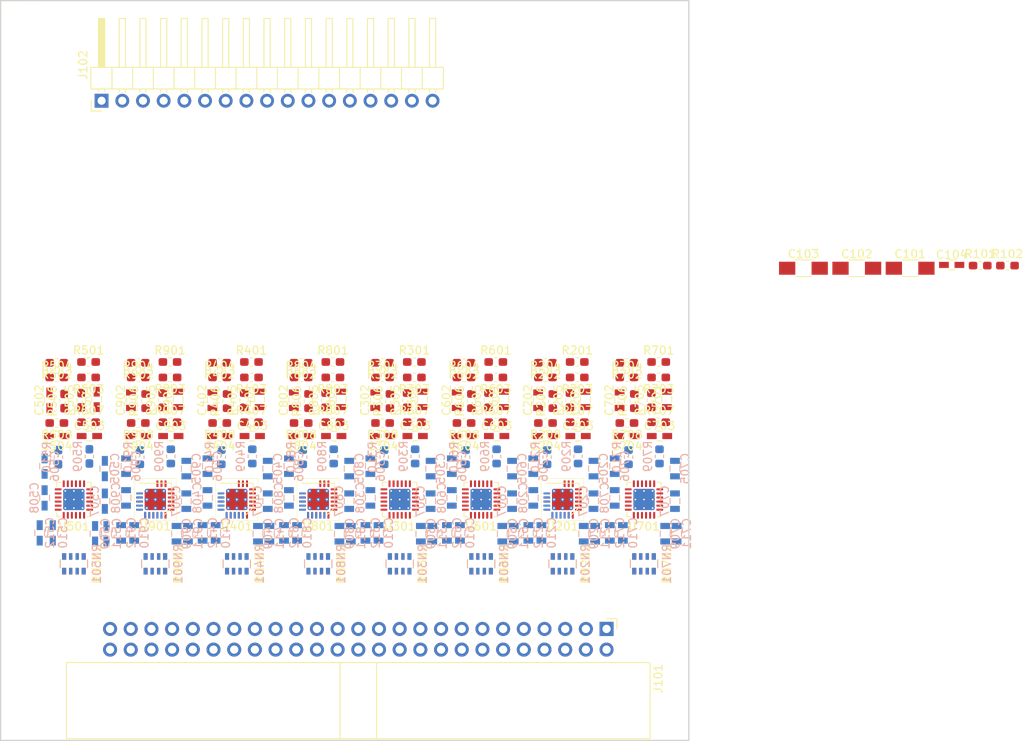
<source format=kicad_pcb>
(kicad_pcb (version 20171130) (host pcbnew 5.0.2-bee76a0~70~ubuntu18.04.1)
  (layers (0 F.Cu signal) (1 Ground_plane power) (2 Power_and_jumper jumper) (31 B.Cu signal) (34 B.Paste user) (35 F.Paste user) (36 B.SilkS user) (37 F.SilkS user) (38 B.Mask user) (39 F.Mask user) (44 Edge.Cuts user))
  (net 0 "")
  (net 1 GND)
  (net 2 Vref_0-7)
  (net 3 +4V)
  (net 4 +2V5)
  (net 5 -2V5)
  (net 6 Vref_8-15)
  (net 7 ~D8)
  (net 8 D8)
  (net 9 ~D9)
  (net 10 D9)
  (net 11 ~D0)
  (net 12 D0)
  (net 13 ~D1)
  (net 14 D1)
  (net 15 ~D10)
  (net 16 D10)
  (net 17 ~D11)
  (net 18 D11)
  (net 19 ~D2)
  (net 20 D2)
  (net 21 ~D3)
  (net 22 D3)
  (net 23 ~D12)
  (net 24 D12)
  (net 25 ~D13)
  (net 26 D13)
  (net 27 ~D4)
  (net 28 D4)
  (net 29 ~D5)
  (net 30 D5)
  (net 31 ~D14)
  (net 32 D14)
  (net 33 ~D15)
  (net 34 D15)
  (net 35 ~D6)
  (net 36 D6)
  (net 37 ~D7)
  (net 38 D7)
  (net 39 In0)
  (net 40 In1)
  (net 41 In2)
  (net 42 In3)
  (net 43 In4)
  (net 44 In5)
  (net 45 In6)
  (net 46 In7)
  (net 47 In8)
  (net 48 In9)
  (net 49 In10)
  (net 50 In11)
  (net 51 In12)
  (net 52 In13)
  (net 53 In14)
  (net 54 In15)
  (net 55 ~LE)
  (net 56 LE)
  (net 57 "Net-(C201-Pad2)")
  (net 58 "Net-(C201-Pad1)")
  (net 59 "Net-(C202-Pad2)")
  (net 60 "Net-(C202-Pad1)")
  (net 61 "Net-(C301-Pad1)")
  (net 62 "Net-(C301-Pad2)")
  (net 63 "Net-(C302-Pad1)")
  (net 64 "Net-(C302-Pad2)")
  (net 65 "Net-(C401-Pad1)")
  (net 66 "Net-(C401-Pad2)")
  (net 67 "Net-(C402-Pad2)")
  (net 68 "Net-(C402-Pad1)")
  (net 69 "Net-(C501-Pad2)")
  (net 70 "Net-(C501-Pad1)")
  (net 71 "Net-(C502-Pad2)")
  (net 72 "Net-(C502-Pad1)")
  (net 73 "Net-(C601-Pad1)")
  (net 74 "Net-(C601-Pad2)")
  (net 75 "Net-(C602-Pad2)")
  (net 76 "Net-(C602-Pad1)")
  (net 77 "Net-(C701-Pad2)")
  (net 78 "Net-(C701-Pad1)")
  (net 79 "Net-(C702-Pad1)")
  (net 80 "Net-(C702-Pad2)")
  (net 81 "Net-(C801-Pad2)")
  (net 82 "Net-(C801-Pad1)")
  (net 83 "Net-(C802-Pad1)")
  (net 84 "Net-(C802-Pad2)")
  (net 85 "Net-(C901-Pad1)")
  (net 86 "Net-(C901-Pad2)")
  (net 87 "Net-(C902-Pad2)")
  (net 88 "Net-(C902-Pad1)")
  (net 89 "Net-(R201-Pad1)")
  (net 90 "Net-(R202-Pad1)")
  (net 91 "Net-(R209-Pad1)")
  (net 92 "Net-(R209-Pad2)")
  (net 93 "Net-(R210-Pad2)")
  (net 94 "Net-(R210-Pad1)")
  (net 95 "Net-(R301-Pad1)")
  (net 96 "Net-(R302-Pad1)")
  (net 97 "Net-(R309-Pad1)")
  (net 98 "Net-(R309-Pad2)")
  (net 99 "Net-(R310-Pad2)")
  (net 100 "Net-(R310-Pad1)")
  (net 101 "Net-(R401-Pad1)")
  (net 102 "Net-(R402-Pad1)")
  (net 103 "Net-(R409-Pad1)")
  (net 104 "Net-(R409-Pad2)")
  (net 105 "Net-(R410-Pad2)")
  (net 106 "Net-(R410-Pad1)")
  (net 107 "Net-(R501-Pad1)")
  (net 108 "Net-(R502-Pad1)")
  (net 109 "Net-(R509-Pad2)")
  (net 110 "Net-(R509-Pad1)")
  (net 111 "Net-(R510-Pad1)")
  (net 112 "Net-(R510-Pad2)")
  (net 113 "Net-(R601-Pad1)")
  (net 114 "Net-(R602-Pad1)")
  (net 115 "Net-(R609-Pad2)")
  (net 116 "Net-(R609-Pad1)")
  (net 117 "Net-(R610-Pad2)")
  (net 118 "Net-(R610-Pad1)")
  (net 119 "Net-(R701-Pad1)")
  (net 120 "Net-(R702-Pad1)")
  (net 121 "Net-(R709-Pad2)")
  (net 122 "Net-(R709-Pad1)")
  (net 123 "Net-(R710-Pad1)")
  (net 124 "Net-(R710-Pad2)")
  (net 125 "Net-(R801-Pad1)")
  (net 126 "Net-(R802-Pad1)")
  (net 127 "Net-(R809-Pad2)")
  (net 128 "Net-(R809-Pad1)")
  (net 129 "Net-(R810-Pad1)")
  (net 130 "Net-(R810-Pad2)")
  (net 131 "Net-(R901-Pad1)")
  (net 132 "Net-(R902-Pad1)")
  (net 133 "Net-(R909-Pad2)")
  (net 134 "Net-(R909-Pad1)")
  (net 135 "Net-(R910-Pad1)")
  (net 136 "Net-(R910-Pad2)")
  (net 137 "Net-(RN201-Pad7)")
  (net 138 "Net-(RN201-Pad8)")
  (net 139 "Net-(RN201-Pad6)")
  (net 140 "Net-(RN201-Pad5)")
  (net 141 "Net-(RN301-Pad7)")
  (net 142 "Net-(RN301-Pad8)")
  (net 143 "Net-(RN301-Pad6)")
  (net 144 "Net-(RN301-Pad5)")
  (net 145 "Net-(RN401-Pad5)")
  (net 146 "Net-(RN401-Pad6)")
  (net 147 "Net-(RN401-Pad8)")
  (net 148 "Net-(RN401-Pad7)")
  (net 149 "Net-(RN501-Pad7)")
  (net 150 "Net-(RN501-Pad8)")
  (net 151 "Net-(RN501-Pad6)")
  (net 152 "Net-(RN501-Pad5)")
  (net 153 "Net-(RN601-Pad5)")
  (net 154 "Net-(RN601-Pad6)")
  (net 155 "Net-(RN601-Pad8)")
  (net 156 "Net-(RN601-Pad7)")
  (net 157 "Net-(RN701-Pad7)")
  (net 158 "Net-(RN701-Pad8)")
  (net 159 "Net-(RN701-Pad6)")
  (net 160 "Net-(RN701-Pad5)")
  (net 161 "Net-(RN801-Pad7)")
  (net 162 "Net-(RN801-Pad8)")
  (net 163 "Net-(RN801-Pad6)")
  (net 164 "Net-(RN801-Pad5)")
  (net 165 "Net-(RN901-Pad7)")
  (net 166 "Net-(RN901-Pad8)")
  (net 167 "Net-(RN901-Pad6)")
  (net 168 "Net-(RN901-Pad5)")
  (module Capacitors_SMD.pretty:C_0603_HandSoldering (layer F.Cu) (at 112.800000 133.200000 90.000000)
    (fp_text reference C201 (at 0.000000 -1.250000 90.000000) (layer F.SilkS))
    (fp_text value 3.3p)
    (pad 2 smd rect (at 0.950000 0.000000) (size 1.2 0.75) (layers F.Cu F.Paste F.Mask) (net 57 "Net-(C201-Pad2)"))
    (pad 1 smd rect (at -0.950000 0.000000) (size 1.2 0.75) (layers F.Cu F.Paste F.Mask) (net 58 "Net-(C201-Pad1)"))
  )
  (module Capacitors_SMD.pretty:C_0603_HandSoldering (layer F.Cu) (at 107.000000 133.300000 90.000000)
    (fp_text reference C202 (at 0.000000 -1.250000 90.000000) (layer F.SilkS))
    (fp_text value 3.3p)
    (pad 2 smd rect (at 0.950000 0.000000) (size 1.2 0.75) (layers F.Cu F.Paste F.Mask) (net 59 "Net-(C202-Pad2)"))
    (pad 1 smd rect (at -0.950000 0.000000) (size 1.2 0.75) (layers F.Cu F.Paste F.Mask) (net 60 "Net-(C202-Pad1)"))
  )
  (module Capacitors_SMD.pretty:C_0603_HandSoldering (layer F.Cu) (at 111.900000 137.700000)
    (fp_text reference C203 (at 0.000000 -1.250000) (layer F.SilkS))
    (fp_text value 27p)
    (pad 2 smd rect (at 0.950000 0.000000) (size 1.2 0.75) (layers F.Cu F.Paste F.Mask) (net 1 GND))
    (pad 1 smd rect (at -0.950000 0.000000) (size 1.2 0.75) (layers F.Cu F.Paste F.Mask) (net 58 "Net-(C201-Pad1)"))
  )
  (module Capacitors_SMD.pretty:C_0603_HandSoldering (layer F.Cu) (at 107.900000 137.700000 180.000000)
    (fp_text reference C204 (at 0.000000 -1.250000 180.000000) (layer F.SilkS))
    (fp_text value 27p)
    (pad 1 smd rect (at -0.950000 0.000000) (size 1.2 0.75) (layers F.Cu F.Paste F.Mask) (net 60 "Net-(C202-Pad1)"))
    (pad 2 smd rect (at 0.950000 0.000000) (size 1.2 0.75) (layers F.Cu F.Paste F.Mask) (net 1 GND))
  )
  (module Capacitors_SMD.pretty:C_0603_HandSoldering (layer B.Cu) (at 113.800000 141.700000 90.000000)
    (fp_text reference C205 (at 0.000000 1.250000 90.000000) (layer B.SilkS) (effects (justify mirror)))
    (fp_text value 10n)
    (pad 2 smd rect (at 0.950000 0.000000) (size 1.2 0.75) (layers B.Cu B.Paste B.Mask) (net 1 GND))
    (pad 1 smd rect (at -0.950000 0.000000) (size 1.2 0.75) (layers B.Cu B.Paste B.Mask) (net 2 Vref_0-7))
  )
  (module Capacitors_SMD.pretty:C_0603_HandSoldering (layer B.Cu) (at 106.400000 141.400000 90.000000)
    (fp_text reference C206 (at 0.000000 1.250000 90.000000) (layer B.SilkS) (effects (justify mirror)))
    (fp_text value 10n hide)
    (pad 1 smd rect (at -0.950000 0.000000) (size 1.2 0.75) (layers B.Cu B.Paste B.Mask) (net 2 Vref_0-7))
    (pad 2 smd rect (at 0.950000 0.000000) (size 1.2 0.75) (layers B.Cu B.Paste B.Mask) (net 1 GND))
  )
  (module Capacitors_SMD.pretty:C_0603_HandSoldering (layer B.Cu) (at 113.800000 145.700000 270.000000)
    (fp_text reference C207 (at 0.000000 1.250000 270.000000) (layer B.SilkS) (effects (justify mirror)))
    (fp_text value 100n)
    (pad 1 smd rect (at -0.950000 0.000000) (size 1.2 0.75) (layers B.Cu B.Paste B.Mask) (net 3 +4V))
    (pad 2 smd rect (at 0.950000 0.000000) (size 1.2 0.75) (layers B.Cu B.Paste B.Mask) (net 1 GND))
  )
  (module Capacitors_SMD.pretty:C_0603_HandSoldering (layer B.Cu) (at 106.400000 145.300000 270.000000)
    (fp_text reference C208 (at 0.000000 1.250000 270.000000) (layer B.SilkS) (effects (justify mirror)))
    (fp_text value 100n)
    (pad 1 smd rect (at -0.950000 0.000000) (size 1.2 0.75) (layers B.Cu B.Paste B.Mask) (net 3 +4V))
    (pad 2 smd rect (at 0.950000 0.000000) (size 1.2 0.75) (layers B.Cu B.Paste B.Mask) (net 1 GND))
  )
  (module Capacitors_SMD.pretty:C_0603_HandSoldering (layer B.Cu) (at 112.600000 149.700000 90.000000)
    (fp_text reference C209 (at 0.000000 1.250000 90.000000) (layer B.SilkS) (effects (justify mirror)))
    (fp_text value 100n)
    (pad 2 smd rect (at 0.950000 0.000000) (size 1.2 0.75) (layers B.Cu B.Paste B.Mask) (net 4 +2V5))
    (pad 1 smd rect (at -0.950000 0.000000) (size 1.2 0.75) (layers B.Cu B.Paste B.Mask) (net 1 GND))
  )
  (module Capacitors_SMD.pretty:C_0603_HandSoldering (layer B.Cu) (at 107.400000 149.600000 90.000000)
    (fp_text reference C210 (at 0.000000 1.250000 90.000000) (layer B.SilkS) (effects (justify mirror)))
    (fp_text value 100n)
    (pad 2 smd rect (at 0.950000 0.000000) (size 1.2 0.75) (layers B.Cu B.Paste B.Mask) (net 4 +2V5))
    (pad 1 smd rect (at -0.950000 0.000000) (size 1.2 0.75) (layers B.Cu B.Paste B.Mask) (net 1 GND))
  )
  (module Capacitors_SMD.pretty:C_0603_HandSoldering (layer B.Cu) (at 114.000000 149.700000 90.000000)
    (fp_text reference C211 (at 0.000000 1.250000 90.000000) (layer B.SilkS) (effects (justify mirror)))
    (fp_text value 100n)
    (pad 1 smd rect (at -0.950000 0.000000) (size 1.2 0.75) (layers B.Cu B.Paste B.Mask) (net 1 GND))
    (pad 2 smd rect (at 0.950000 0.000000) (size 1.2 0.75) (layers B.Cu B.Paste B.Mask) (net 5 -2V5))
  )
  (module Capacitors_SMD.pretty:C_0603_HandSoldering (layer B.Cu) (at 105.800000 149.600000 90.000000)
    (fp_text reference C212 (at 0.000000 1.250000 90.000000) (layer B.SilkS) (effects (justify mirror)))
    (fp_text value 100n)
    (pad 2 smd rect (at 0.950000 0.000000) (size 1.2 0.75) (layers B.Cu B.Paste B.Mask) (net 5 -2V5))
    (pad 1 smd rect (at -0.950000 0.000000) (size 1.2 0.75) (layers B.Cu B.Paste B.Mask) (net 1 GND))
  )
  (module Capacitors_SMD.pretty:C_1206_HandSoldering (layer F.Cu) (at 152.675001 117.080001)
    (fp_text reference C101 (at 0.000000 -1.750000) (layer F.SilkS))
    (fp_text value 10uF)
    (pad 1 smd rect (at -2.000000 0.000000) (size 2 1.6) (layers F.Cu F.Paste F.Mask) (net 3 +4V))
    (pad 2 smd rect (at 2.000000 0.000000) (size 2 1.6) (layers F.Cu F.Paste F.Mask) (net 1 GND))
  )
  (module Capacitors_SMD.pretty:C_1206_HandSoldering (layer F.Cu) (at 146.125001 117.080001)
    (fp_text reference C102 (at 0.000000 -1.750000) (layer F.SilkS))
    (fp_text value 10uF)
    (pad 2 smd rect (at 2.000000 0.000000) (size 2 1.6) (layers F.Cu F.Paste F.Mask) (net 1 GND))
    (pad 1 smd rect (at -2.000000 0.000000) (size 2 1.6) (layers F.Cu F.Paste F.Mask) (net 4 +2V5))
  )
  (module Capacitors_SMD.pretty:C_1206_HandSoldering (layer F.Cu) (at 139.575001 117.080001)
    (fp_text reference C103 (at 0.000000 -1.750000) (layer F.SilkS))
    (fp_text value 10uF)
    (pad 1 smd rect (at -2.000000 0.000000) (size 2 1.6) (layers F.Cu F.Paste F.Mask) (net 5 -2V5))
    (pad 2 smd rect (at 2.000000 0.000000) (size 2 1.6) (layers F.Cu F.Paste F.Mask) (net 1 GND))
  )
  (module Capacitors_SMD.pretty:C_0603_HandSoldering (layer F.Cu) (at 157.775001 116.675001)
    (fp_text reference C104 (at 0.000000 -1.250000) (layer F.SilkS))
    (fp_text value 100n)
    (pad 2 smd rect (at 0.950000 0.000000) (size 1.2 0.75) (layers F.Cu F.Paste F.Mask) (net 1 GND))
    (pad 1 smd rect (at -0.950000 0.000000) (size 1.2 0.75) (layers F.Cu F.Paste F.Mask))
  )
  (module Capacitors_SMD.pretty:C_0603_HandSoldering (layer F.Cu) (at 92.800000 133.200000 90.000000)
    (fp_text reference C301 (at 0.000000 -1.250000 90.000000) (layer F.SilkS))
    (fp_text value 3.3p)
    (pad 1 smd rect (at -0.950000 0.000000) (size 1.2 0.75) (layers F.Cu F.Paste F.Mask) (net 61 "Net-(C301-Pad1)"))
    (pad 2 smd rect (at 0.950000 0.000000) (size 1.2 0.75) (layers F.Cu F.Paste F.Mask) (net 62 "Net-(C301-Pad2)"))
  )
  (module Capacitors_SMD.pretty:C_0603_HandSoldering (layer F.Cu) (at 87.000000 133.300000 90.000000)
    (fp_text reference C302 (at 0.000000 -1.250000 90.000000) (layer F.SilkS))
    (fp_text value 3.3p)
    (pad 1 smd rect (at -0.950000 0.000000) (size 1.2 0.75) (layers F.Cu F.Paste F.Mask) (net 63 "Net-(C302-Pad1)"))
    (pad 2 smd rect (at 0.950000 0.000000) (size 1.2 0.75) (layers F.Cu F.Paste F.Mask) (net 64 "Net-(C302-Pad2)"))
  )
  (module Capacitors_SMD.pretty:C_0603_HandSoldering (layer F.Cu) (at 91.900000 137.700000)
    (fp_text reference C303 (at 0.000000 -1.250000) (layer F.SilkS))
    (fp_text value 27p)
    (pad 1 smd rect (at -0.950000 0.000000) (size 1.2 0.75) (layers F.Cu F.Paste F.Mask) (net 61 "Net-(C301-Pad1)"))
    (pad 2 smd rect (at 0.950000 0.000000) (size 1.2 0.75) (layers F.Cu F.Paste F.Mask) (net 1 GND))
  )
  (module Capacitors_SMD.pretty:C_0603_HandSoldering (layer F.Cu) (at 87.900000 137.700000 180.000000)
    (fp_text reference C304 (at 0.000000 -1.250000 180.000000) (layer F.SilkS))
    (fp_text value 27p)
    (pad 1 smd rect (at -0.950000 0.000000) (size 1.2 0.75) (layers F.Cu F.Paste F.Mask) (net 63 "Net-(C302-Pad1)"))
    (pad 2 smd rect (at 0.950000 0.000000) (size 1.2 0.75) (layers F.Cu F.Paste F.Mask) (net 1 GND))
  )
  (module Capacitors_SMD.pretty:C_0603_HandSoldering (layer B.Cu) (at 93.800000 141.700000 90.000000)
    (fp_text reference C305 (at 0.000000 1.250000 90.000000) (layer B.SilkS) (effects (justify mirror)))
    (fp_text value 10n)
    (pad 2 smd rect (at 0.950000 0.000000) (size 1.2 0.75) (layers B.Cu B.Paste B.Mask) (net 1 GND))
    (pad 1 smd rect (at -0.950000 0.000000) (size 1.2 0.75) (layers B.Cu B.Paste B.Mask) (net 2 Vref_0-7))
  )
  (module Capacitors_SMD.pretty:C_0603_HandSoldering (layer B.Cu) (at 86.400000 141.400000 90.000000)
    (fp_text reference C306 (at 0.000000 1.250000 90.000000) (layer B.SilkS) (effects (justify mirror)))
    (fp_text value 10n hide)
    (pad 1 smd rect (at -0.950000 0.000000) (size 1.2 0.75) (layers B.Cu B.Paste B.Mask) (net 2 Vref_0-7))
    (pad 2 smd rect (at 0.950000 0.000000) (size 1.2 0.75) (layers B.Cu B.Paste B.Mask) (net 1 GND))
  )
  (module Capacitors_SMD.pretty:C_0603_HandSoldering (layer B.Cu) (at 93.800000 145.700000 270.000000)
    (fp_text reference C307 (at 0.000000 1.250000 270.000000) (layer B.SilkS) (effects (justify mirror)))
    (fp_text value 100n)
    (pad 1 smd rect (at -0.950000 0.000000) (size 1.2 0.75) (layers B.Cu B.Paste B.Mask) (net 3 +4V))
    (pad 2 smd rect (at 0.950000 0.000000) (size 1.2 0.75) (layers B.Cu B.Paste B.Mask) (net 1 GND))
  )
  (module Capacitors_SMD.pretty:C_0603_HandSoldering (layer B.Cu) (at 86.400000 145.300000 270.000000)
    (fp_text reference C308 (at 0.000000 1.250000 270.000000) (layer B.SilkS) (effects (justify mirror)))
    (fp_text value 100n)
    (pad 1 smd rect (at -0.950000 0.000000) (size 1.2 0.75) (layers B.Cu B.Paste B.Mask) (net 3 +4V))
    (pad 2 smd rect (at 0.950000 0.000000) (size 1.2 0.75) (layers B.Cu B.Paste B.Mask) (net 1 GND))
  )
  (module Capacitors_SMD.pretty:C_0603_HandSoldering (layer B.Cu) (at 92.600000 149.700000 90.000000)
    (fp_text reference C309 (at 0.000000 1.250000 90.000000) (layer B.SilkS) (effects (justify mirror)))
    (fp_text value 100n)
    (pad 2 smd rect (at 0.950000 0.000000) (size 1.2 0.75) (layers B.Cu B.Paste B.Mask) (net 4 +2V5))
    (pad 1 smd rect (at -0.950000 0.000000) (size 1.2 0.75) (layers B.Cu B.Paste B.Mask) (net 1 GND))
  )
  (module Capacitors_SMD.pretty:C_0603_HandSoldering (layer B.Cu) (at 87.400000 149.600000 90.000000)
    (fp_text reference C310 (at 0.000000 1.250000 90.000000) (layer B.SilkS) (effects (justify mirror)))
    (fp_text value 100n)
    (pad 2 smd rect (at 0.950000 0.000000) (size 1.2 0.75) (layers B.Cu B.Paste B.Mask) (net 4 +2V5))
    (pad 1 smd rect (at -0.950000 0.000000) (size 1.2 0.75) (layers B.Cu B.Paste B.Mask) (net 1 GND))
  )
  (module Capacitors_SMD.pretty:C_0603_HandSoldering (layer B.Cu) (at 94.000000 149.700000 90.000000)
    (fp_text reference C311 (at 0.000000 1.250000 90.000000) (layer B.SilkS) (effects (justify mirror)))
    (fp_text value 100n)
    (pad 1 smd rect (at -0.950000 0.000000) (size 1.2 0.75) (layers B.Cu B.Paste B.Mask) (net 1 GND))
    (pad 2 smd rect (at 0.950000 0.000000) (size 1.2 0.75) (layers B.Cu B.Paste B.Mask) (net 5 -2V5))
  )
  (module Capacitors_SMD.pretty:C_0603_HandSoldering (layer B.Cu) (at 85.800000 149.600000 90.000000)
    (fp_text reference C312 (at 0.000000 1.250000 90.000000) (layer B.SilkS) (effects (justify mirror)))
    (fp_text value 100n)
    (pad 2 smd rect (at 0.950000 0.000000) (size 1.2 0.75) (layers B.Cu B.Paste B.Mask) (net 5 -2V5))
    (pad 1 smd rect (at -0.950000 0.000000) (size 1.2 0.75) (layers B.Cu B.Paste B.Mask) (net 1 GND))
  )
  (module Capacitors_SMD.pretty:C_0603_HandSoldering (layer F.Cu) (at 72.800000 133.200000 90.000000)
    (fp_text reference C401 (at 0.000000 -1.250000 90.000000) (layer F.SilkS))
    (fp_text value 3.3p)
    (pad 1 smd rect (at -0.950000 0.000000) (size 1.2 0.75) (layers F.Cu F.Paste F.Mask) (net 65 "Net-(C401-Pad1)"))
    (pad 2 smd rect (at 0.950000 0.000000) (size 1.2 0.75) (layers F.Cu F.Paste F.Mask) (net 66 "Net-(C401-Pad2)"))
  )
  (module Capacitors_SMD.pretty:C_0603_HandSoldering (layer F.Cu) (at 67.000000 133.300000 90.000000)
    (fp_text reference C402 (at 0.000000 -1.250000 90.000000) (layer F.SilkS))
    (fp_text value 3.3p)
    (pad 2 smd rect (at 0.950000 0.000000) (size 1.2 0.75) (layers F.Cu F.Paste F.Mask) (net 67 "Net-(C402-Pad2)"))
    (pad 1 smd rect (at -0.950000 0.000000) (size 1.2 0.75) (layers F.Cu F.Paste F.Mask) (net 68 "Net-(C402-Pad1)"))
  )
  (module Capacitors_SMD.pretty:C_0603_HandSoldering (layer F.Cu) (at 71.900000 137.700000)
    (fp_text reference C403 (at 0.000000 -1.250000) (layer F.SilkS))
    (fp_text value 27p)
    (pad 1 smd rect (at -0.950000 0.000000) (size 1.2 0.75) (layers F.Cu F.Paste F.Mask) (net 65 "Net-(C401-Pad1)"))
    (pad 2 smd rect (at 0.950000 0.000000) (size 1.2 0.75) (layers F.Cu F.Paste F.Mask) (net 1 GND))
  )
  (module Capacitors_SMD.pretty:C_0603_HandSoldering (layer F.Cu) (at 67.900000 137.700000 180.000000)
    (fp_text reference C404 (at 0.000000 -1.250000 180.000000) (layer F.SilkS))
    (fp_text value 27p)
    (pad 2 smd rect (at 0.950000 0.000000) (size 1.2 0.75) (layers F.Cu F.Paste F.Mask) (net 1 GND))
    (pad 1 smd rect (at -0.950000 0.000000) (size 1.2 0.75) (layers F.Cu F.Paste F.Mask) (net 68 "Net-(C402-Pad1)"))
  )
  (module Capacitors_SMD.pretty:C_0603_HandSoldering (layer B.Cu) (at 73.800000 141.700000 90.000000)
    (fp_text reference C405 (at 0.000000 1.250000 90.000000) (layer B.SilkS) (effects (justify mirror)))
    (fp_text value 10n)
    (pad 1 smd rect (at -0.950000 0.000000) (size 1.2 0.75) (layers B.Cu B.Paste B.Mask) (net 2 Vref_0-7))
    (pad 2 smd rect (at 0.950000 0.000000) (size 1.2 0.75) (layers B.Cu B.Paste B.Mask) (net 1 GND))
  )
  (module Capacitors_SMD.pretty:C_0603_HandSoldering (layer B.Cu) (at 66.400000 141.400000 90.000000)
    (fp_text reference C406 (at 0.000000 1.250000 90.000000) (layer B.SilkS) (effects (justify mirror)))
    (fp_text value 10n hide)
    (pad 1 smd rect (at -0.950000 0.000000) (size 1.2 0.75) (layers B.Cu B.Paste B.Mask) (net 2 Vref_0-7))
    (pad 2 smd rect (at 0.950000 0.000000) (size 1.2 0.75) (layers B.Cu B.Paste B.Mask) (net 1 GND))
  )
  (module Capacitors_SMD.pretty:C_0603_HandSoldering (layer B.Cu) (at 73.800000 145.700000 270.000000)
    (fp_text reference C407 (at 0.000000 1.250000 270.000000) (layer B.SilkS) (effects (justify mirror)))
    (fp_text value 100n)
    (pad 2 smd rect (at 0.950000 0.000000) (size 1.2 0.75) (layers B.Cu B.Paste B.Mask) (net 1 GND))
    (pad 1 smd rect (at -0.950000 0.000000) (size 1.2 0.75) (layers B.Cu B.Paste B.Mask) (net 3 +4V))
  )
  (module Capacitors_SMD.pretty:C_0603_HandSoldering (layer B.Cu) (at 66.400000 145.300000 270.000000)
    (fp_text reference C408 (at 0.000000 1.250000 270.000000) (layer B.SilkS) (effects (justify mirror)))
    (fp_text value 100n)
    (pad 1 smd rect (at -0.950000 0.000000) (size 1.2 0.75) (layers B.Cu B.Paste B.Mask) (net 3 +4V))
    (pad 2 smd rect (at 0.950000 0.000000) (size 1.2 0.75) (layers B.Cu B.Paste B.Mask) (net 1 GND))
  )
  (module Capacitors_SMD.pretty:C_0603_HandSoldering (layer B.Cu) (at 72.600000 149.700000 90.000000)
    (fp_text reference C409 (at 0.000000 1.250000 90.000000) (layer B.SilkS) (effects (justify mirror)))
    (fp_text value 100n)
    (pad 2 smd rect (at 0.950000 0.000000) (size 1.2 0.75) (layers B.Cu B.Paste B.Mask) (net 4 +2V5))
    (pad 1 smd rect (at -0.950000 0.000000) (size 1.2 0.75) (layers B.Cu B.Paste B.Mask) (net 1 GND))
  )
  (module Capacitors_SMD.pretty:C_0603_HandSoldering (layer B.Cu) (at 67.400000 149.600000 90.000000)
    (fp_text reference C410 (at 0.000000 1.250000 90.000000) (layer B.SilkS) (effects (justify mirror)))
    (fp_text value 100n)
    (pad 2 smd rect (at 0.950000 0.000000) (size 1.2 0.75) (layers B.Cu B.Paste B.Mask) (net 4 +2V5))
    (pad 1 smd rect (at -0.950000 0.000000) (size 1.2 0.75) (layers B.Cu B.Paste B.Mask) (net 1 GND))
  )
  (module Capacitors_SMD.pretty:C_0603_HandSoldering (layer B.Cu) (at 74.000000 149.700000 90.000000)
    (fp_text reference C411 (at 0.000000 1.250000 90.000000) (layer B.SilkS) (effects (justify mirror)))
    (fp_text value 100n)
    (pad 2 smd rect (at 0.950000 0.000000) (size 1.2 0.75) (layers B.Cu B.Paste B.Mask) (net 5 -2V5))
    (pad 1 smd rect (at -0.950000 0.000000) (size 1.2 0.75) (layers B.Cu B.Paste B.Mask) (net 1 GND))
  )
  (module Capacitors_SMD.pretty:C_0603_HandSoldering (layer B.Cu) (at 65.800000 149.600000 90.000000)
    (fp_text reference C412 (at 0.000000 1.250000 90.000000) (layer B.SilkS) (effects (justify mirror)))
    (fp_text value 100n)
    (pad 2 smd rect (at 0.950000 0.000000) (size 1.2 0.75) (layers B.Cu B.Paste B.Mask) (net 5 -2V5))
    (pad 1 smd rect (at -0.950000 0.000000) (size 1.2 0.75) (layers B.Cu B.Paste B.Mask) (net 1 GND))
  )
  (module Capacitors_SMD.pretty:C_0603_HandSoldering (layer F.Cu) (at 52.800000 133.200000 90.000000)
    (fp_text reference C501 (at 0.000000 -1.250000 90.000000) (layer F.SilkS))
    (fp_text value 3.3p)
    (pad 2 smd rect (at 0.950000 0.000000 90.000000) (size 1.2 0.75) (layers F.Cu F.Paste F.Mask) (net 69 "Net-(C501-Pad2)"))
    (pad 1 smd rect (at -0.950000 0.000000 90.000000) (size 1.2 0.75) (layers F.Cu F.Paste F.Mask) (net 70 "Net-(C501-Pad1)"))
  )
  (module Capacitors_SMD.pretty:C_0603_HandSoldering (layer F.Cu) (at 47.000000 133.300000 90.000000)
    (fp_text reference C502 (at 0.000000 -1.250000 90.000000) (layer F.SilkS))
    (fp_text value 3.3p)
    (pad 2 smd rect (at 0.950000 0.000000 90.000000) (size 1.2 0.75) (layers F.Cu F.Paste F.Mask) (net 71 "Net-(C502-Pad2)"))
    (pad 1 smd rect (at -0.950000 0.000000 90.000000) (size 1.2 0.75) (layers F.Cu F.Paste F.Mask) (net 72 "Net-(C502-Pad1)"))
  )
  (module Capacitors_SMD.pretty:C_0603_HandSoldering (layer F.Cu) (at 51.900000 137.700000)
    (fp_text reference C503 (at 0.000000 -1.250000) (layer F.SilkS))
    (fp_text value 27p)
    (pad 2 smd rect (at 0.950000 0.000000) (size 1.2 0.75) (layers F.Cu F.Paste F.Mask) (net 1 GND))
    (pad 1 smd rect (at -0.950000 0.000000) (size 1.2 0.75) (layers F.Cu F.Paste F.Mask) (net 70 "Net-(C501-Pad1)"))
  )
  (module Capacitors_SMD.pretty:C_0603_HandSoldering (layer F.Cu) (at 47.900000 137.700000 180.000000)
    (fp_text reference C504 (at 0.000000 -1.250000 180.000000) (layer F.SilkS))
    (fp_text value 27p)
    (pad 1 smd rect (at -0.950000 0.000000 180.000000) (size 1.2 0.75) (layers F.Cu F.Paste F.Mask) (net 72 "Net-(C502-Pad1)"))
    (pad 2 smd rect (at 0.950000 0.000000 180.000000) (size 1.2 0.75) (layers F.Cu F.Paste F.Mask) (net 1 GND))
  )
  (module Capacitors_SMD.pretty:C_0603_HandSoldering (layer B.Cu) (at 53.800000 141.700000 90.000000)
    (fp_text reference C505 (at 0.000000 1.250000 90.000000) (layer B.SilkS) (effects (justify mirror)))
    (fp_text value 10n)
    (pad 2 smd rect (at 0.950000 0.000000 90.000000) (size 1.2 0.75) (layers B.Cu B.Paste B.Mask) (net 1 GND))
    (pad 1 smd rect (at -0.950000 0.000000 90.000000) (size 1.2 0.75) (layers B.Cu B.Paste B.Mask) (net 2 Vref_0-7))
  )
  (module Capacitors_SMD.pretty:C_0603_HandSoldering (layer B.Cu) (at 46.400000 141.400000 90.000000)
    (fp_text reference C506 (at 0.000000 1.250000 90.000000) (layer B.SilkS) (effects (justify mirror)))
    (fp_text value 10n hide)
    (pad 1 smd rect (at -0.950000 0.000000 90.000000) (size 1.2 0.75) (layers B.Cu B.Paste B.Mask) (net 2 Vref_0-7))
    (pad 2 smd rect (at 0.950000 0.000000 90.000000) (size 1.2 0.75) (layers B.Cu B.Paste B.Mask) (net 1 GND))
  )
  (module Capacitors_SMD.pretty:C_0603_HandSoldering (layer B.Cu) (at 53.800000 145.700000 270.000000)
    (fp_text reference C507 (at 0.000000 1.250000 270.000000) (layer B.SilkS) (effects (justify mirror)))
    (fp_text value 100n)
    (pad 2 smd rect (at 0.950000 0.000000 270.000000) (size 1.2 0.75) (layers B.Cu B.Paste B.Mask) (net 1 GND))
    (pad 1 smd rect (at -0.950000 0.000000 270.000000) (size 1.2 0.75) (layers B.Cu B.Paste B.Mask) (net 3 +4V))
  )
  (module Capacitors_SMD.pretty:C_0603_HandSoldering (layer B.Cu) (at 46.400000 145.300000 270.000000)
    (fp_text reference C508 (at 0.000000 1.250000 270.000000) (layer B.SilkS) (effects (justify mirror)))
    (fp_text value 100n)
    (pad 1 smd rect (at -0.950000 0.000000 270.000000) (size 1.2 0.75) (layers B.Cu B.Paste B.Mask) (net 3 +4V))
    (pad 2 smd rect (at 0.950000 0.000000 270.000000) (size 1.2 0.75) (layers B.Cu B.Paste B.Mask) (net 1 GND))
  )
  (module Capacitors_SMD.pretty:C_0603_HandSoldering (layer B.Cu) (at 52.600000 149.700000 90.000000)
    (fp_text reference C509 (at 0.000000 1.250000 90.000000) (layer B.SilkS) (effects (justify mirror)))
    (fp_text value 100n)
    (pad 1 smd rect (at -0.950000 0.000000 90.000000) (size 1.2 0.75) (layers B.Cu B.Paste B.Mask) (net 1 GND))
    (pad 2 smd rect (at 0.950000 0.000000 90.000000) (size 1.2 0.75) (layers B.Cu B.Paste B.Mask) (net 4 +2V5))
  )
  (module Capacitors_SMD.pretty:C_0603_HandSoldering (layer B.Cu) (at 47.400000 149.600000 90.000000)
    (fp_text reference C510 (at 0.000000 1.250000 90.000000) (layer B.SilkS) (effects (justify mirror)))
    (fp_text value 100n)
    (pad 2 smd rect (at 0.950000 0.000000 90.000000) (size 1.2 0.75) (layers B.Cu B.Paste B.Mask) (net 4 +2V5))
    (pad 1 smd rect (at -0.950000 0.000000 90.000000) (size 1.2 0.75) (layers B.Cu B.Paste B.Mask) (net 1 GND))
  )
  (module Capacitors_SMD.pretty:C_0603_HandSoldering (layer B.Cu) (at 54.000000 149.700000 90.000000)
    (fp_text reference C511 (at 0.000000 1.250000 90.000000) (layer B.SilkS) (effects (justify mirror)))
    (fp_text value 100n)
    (pad 1 smd rect (at -0.950000 0.000000 90.000000) (size 1.2 0.75) (layers B.Cu B.Paste B.Mask) (net 1 GND))
    (pad 2 smd rect (at 0.950000 0.000000 90.000000) (size 1.2 0.75) (layers B.Cu B.Paste B.Mask) (net 5 -2V5))
  )
  (module Capacitors_SMD.pretty:C_0603_HandSoldering (layer B.Cu) (at 45.800000 149.600000 90.000000)
    (fp_text reference C512 (at 0.000000 1.250000 90.000000) (layer B.SilkS) (effects (justify mirror)))
    (fp_text value 100n)
    (pad 2 smd rect (at 0.950000 0.000000 90.000000) (size 1.2 0.75) (layers B.Cu B.Paste B.Mask) (net 5 -2V5))
    (pad 1 smd rect (at -0.950000 0.000000 90.000000) (size 1.2 0.75) (layers B.Cu B.Paste B.Mask) (net 1 GND))
  )
  (module Capacitors_SMD.pretty:C_0603_HandSoldering (layer F.Cu) (at 102.800000 133.200000 90.000000)
    (fp_text reference C601 (at 0.000000 -1.250000 90.000000) (layer F.SilkS))
    (fp_text value 3.3p)
    (pad 1 smd rect (at -0.950000 0.000000) (size 1.2 0.75) (layers F.Cu F.Paste F.Mask) (net 73 "Net-(C601-Pad1)"))
    (pad 2 smd rect (at 0.950000 0.000000) (size 1.2 0.75) (layers F.Cu F.Paste F.Mask) (net 74 "Net-(C601-Pad2)"))
  )
  (module Capacitors_SMD.pretty:C_0603_HandSoldering (layer F.Cu) (at 97.000000 133.300000 90.000000)
    (fp_text reference C602 (at 0.000000 -1.250000 90.000000) (layer F.SilkS))
    (fp_text value 3.3p)
    (pad 2 smd rect (at 0.950000 0.000000) (size 1.2 0.75) (layers F.Cu F.Paste F.Mask) (net 75 "Net-(C602-Pad2)"))
    (pad 1 smd rect (at -0.950000 0.000000) (size 1.2 0.75) (layers F.Cu F.Paste F.Mask) (net 76 "Net-(C602-Pad1)"))
  )
  (module Capacitors_SMD.pretty:C_0603_HandSoldering (layer F.Cu) (at 101.900000 137.700000)
    (fp_text reference C603 (at 0.000000 -1.250000) (layer F.SilkS))
    (fp_text value 27p)
    (pad 1 smd rect (at -0.950000 0.000000) (size 1.2 0.75) (layers F.Cu F.Paste F.Mask) (net 73 "Net-(C601-Pad1)"))
    (pad 2 smd rect (at 0.950000 0.000000) (size 1.2 0.75) (layers F.Cu F.Paste F.Mask) (net 1 GND))
  )
  (module Capacitors_SMD.pretty:C_0603_HandSoldering (layer F.Cu) (at 97.900000 137.700000 180.000000)
    (fp_text reference C604 (at 0.000000 -1.250000 180.000000) (layer F.SilkS))
    (fp_text value 27p)
    (pad 2 smd rect (at 0.950000 0.000000) (size 1.2 0.75) (layers F.Cu F.Paste F.Mask) (net 1 GND))
    (pad 1 smd rect (at -0.950000 0.000000) (size 1.2 0.75) (layers F.Cu F.Paste F.Mask) (net 76 "Net-(C602-Pad1)"))
  )
  (module Capacitors_SMD.pretty:C_0603_HandSoldering (layer B.Cu) (at 103.800000 141.700000 90.000000)
    (fp_text reference C605 (at 0.000000 1.250000 90.000000) (layer B.SilkS) (effects (justify mirror)))
    (fp_text value 10n)
    (pad 2 smd rect (at 0.950000 0.000000) (size 1.2 0.75) (layers B.Cu B.Paste B.Mask) (net 1 GND))
    (pad 1 smd rect (at -0.950000 0.000000) (size 1.2 0.75) (layers B.Cu B.Paste B.Mask) (net 6 Vref_8-15))
  )
  (module Capacitors_SMD.pretty:C_0603_HandSoldering (layer B.Cu) (at 96.400000 141.400000 90.000000)
    (fp_text reference C606 (at 0.000000 1.250000 90.000000) (layer B.SilkS) (effects (justify mirror)))
    (fp_text value 10n hide)
    (pad 2 smd rect (at 0.950000 0.000000) (size 1.2 0.75) (layers B.Cu B.Paste B.Mask) (net 1 GND))
    (pad 1 smd rect (at -0.950000 0.000000) (size 1.2 0.75) (layers B.Cu B.Paste B.Mask) (net 6 Vref_8-15))
  )
  (module Capacitors_SMD.pretty:C_0603_HandSoldering (layer B.Cu) (at 103.800000 145.700000 270.000000)
    (fp_text reference C607 (at 0.000000 1.250000 270.000000) (layer B.SilkS) (effects (justify mirror)))
    (fp_text value 100n)
    (pad 2 smd rect (at 0.950000 0.000000) (size 1.2 0.75) (layers B.Cu B.Paste B.Mask) (net 1 GND))
    (pad 1 smd rect (at -0.950000 0.000000) (size 1.2 0.75) (layers B.Cu B.Paste B.Mask) (net 3 +4V))
  )
  (module Capacitors_SMD.pretty:C_0603_HandSoldering (layer B.Cu) (at 96.400000 145.300000 270.000000)
    (fp_text reference C608 (at 0.000000 1.250000 270.000000) (layer B.SilkS) (effects (justify mirror)))
    (fp_text value 100n)
    (pad 2 smd rect (at 0.950000 0.000000) (size 1.2 0.75) (layers B.Cu B.Paste B.Mask) (net 1 GND))
    (pad 1 smd rect (at -0.950000 0.000000) (size 1.2 0.75) (layers B.Cu B.Paste B.Mask) (net 3 +4V))
  )
  (module Capacitors_SMD.pretty:C_0603_HandSoldering (layer B.Cu) (at 102.600000 149.700000 90.000000)
    (fp_text reference C609 (at 0.000000 1.250000 90.000000) (layer B.SilkS) (effects (justify mirror)))
    (fp_text value 100n)
    (pad 1 smd rect (at -0.950000 0.000000) (size 1.2 0.75) (layers B.Cu B.Paste B.Mask) (net 1 GND))
    (pad 2 smd rect (at 0.950000 0.000000) (size 1.2 0.75) (layers B.Cu B.Paste B.Mask) (net 4 +2V5))
  )
  (module Capacitors_SMD.pretty:C_0603_HandSoldering (layer B.Cu) (at 97.400000 149.600000 90.000000)
    (fp_text reference C610 (at 0.000000 1.250000 90.000000) (layer B.SilkS) (effects (justify mirror)))
    (fp_text value 100n)
    (pad 1 smd rect (at -0.950000 0.000000) (size 1.2 0.75) (layers B.Cu B.Paste B.Mask) (net 1 GND))
    (pad 2 smd rect (at 0.950000 0.000000) (size 1.2 0.75) (layers B.Cu B.Paste B.Mask) (net 4 +2V5))
  )
  (module Capacitors_SMD.pretty:C_0603_HandSoldering (layer B.Cu) (at 104.000000 149.700000 90.000000)
    (fp_text reference C611 (at 0.000000 1.250000 90.000000) (layer B.SilkS) (effects (justify mirror)))
    (fp_text value 100n)
    (pad 1 smd rect (at -0.950000 0.000000) (size 1.2 0.75) (layers B.Cu B.Paste B.Mask) (net 1 GND))
    (pad 2 smd rect (at 0.950000 0.000000) (size 1.2 0.75) (layers B.Cu B.Paste B.Mask) (net 5 -2V5))
  )
  (module Capacitors_SMD.pretty:C_0603_HandSoldering (layer B.Cu) (at 95.800000 149.600000 90.000000)
    (fp_text reference C612 (at 0.000000 1.250000 90.000000) (layer B.SilkS) (effects (justify mirror)))
    (fp_text value 100n)
    (pad 1 smd rect (at -0.950000 0.000000) (size 1.2 0.75) (layers B.Cu B.Paste B.Mask) (net 1 GND))
    (pad 2 smd rect (at 0.950000 0.000000) (size 1.2 0.75) (layers B.Cu B.Paste B.Mask) (net 5 -2V5))
  )
  (module Capacitors_SMD.pretty:C_0603_HandSoldering (layer F.Cu) (at 122.800000 133.200000 90.000000)
    (fp_text reference C701 (at 0.000000 -1.250000 90.000000) (layer F.SilkS))
    (fp_text value 3.3p)
    (pad 2 smd rect (at 0.950000 0.000000) (size 1.2 0.75) (layers F.Cu F.Paste F.Mask) (net 77 "Net-(C701-Pad2)"))
    (pad 1 smd rect (at -0.950000 0.000000) (size 1.2 0.75) (layers F.Cu F.Paste F.Mask) (net 78 "Net-(C701-Pad1)"))
  )
  (module Capacitors_SMD.pretty:C_0603_HandSoldering (layer F.Cu) (at 117.000000 133.300000 90.000000)
    (fp_text reference C702 (at 0.000000 -1.250000 90.000000) (layer F.SilkS))
    (fp_text value 3.3p)
    (pad 1 smd rect (at -0.950000 0.000000) (size 1.2 0.75) (layers F.Cu F.Paste F.Mask) (net 79 "Net-(C702-Pad1)"))
    (pad 2 smd rect (at 0.950000 0.000000) (size 1.2 0.75) (layers F.Cu F.Paste F.Mask) (net 80 "Net-(C702-Pad2)"))
  )
  (module Capacitors_SMD.pretty:C_0603_HandSoldering (layer F.Cu) (at 121.900000 137.700000)
    (fp_text reference C703 (at 0.000000 -1.250000) (layer F.SilkS))
    (fp_text value 27p)
    (pad 2 smd rect (at 0.950000 0.000000) (size 1.2 0.75) (layers F.Cu F.Paste F.Mask) (net 1 GND))
    (pad 1 smd rect (at -0.950000 0.000000) (size 1.2 0.75) (layers F.Cu F.Paste F.Mask) (net 78 "Net-(C701-Pad1)"))
  )
  (module Capacitors_SMD.pretty:C_0603_HandSoldering (layer F.Cu) (at 117.900000 137.700000 180.000000)
    (fp_text reference C704 (at 0.000000 -1.250000 180.000000) (layer F.SilkS))
    (fp_text value 27p)
    (pad 1 smd rect (at -0.950000 0.000000) (size 1.2 0.75) (layers F.Cu F.Paste F.Mask) (net 79 "Net-(C702-Pad1)"))
    (pad 2 smd rect (at 0.950000 0.000000) (size 1.2 0.75) (layers F.Cu F.Paste F.Mask) (net 1 GND))
  )
  (module Capacitors_SMD.pretty:C_0603_HandSoldering (layer B.Cu) (at 123.800000 141.700000 90.000000)
    (fp_text reference C705 (at 0.000000 1.250000 90.000000) (layer B.SilkS) (effects (justify mirror)))
    (fp_text value 10n)
    (pad 1 smd rect (at -0.950000 0.000000) (size 1.2 0.75) (layers B.Cu B.Paste B.Mask) (net 6 Vref_8-15))
    (pad 2 smd rect (at 0.950000 0.000000) (size 1.2 0.75) (layers B.Cu B.Paste B.Mask) (net 1 GND))
  )
  (module Capacitors_SMD.pretty:C_0603_HandSoldering (layer B.Cu) (at 116.400000 141.400000 90.000000)
    (fp_text reference C706 (at 0.000000 1.250000 90.000000) (layer B.SilkS) (effects (justify mirror)))
    (fp_text value 10n hide)
    (pad 1 smd rect (at -0.950000 0.000000) (size 1.2 0.75) (layers B.Cu B.Paste B.Mask) (net 6 Vref_8-15))
    (pad 2 smd rect (at 0.950000 0.000000) (size 1.2 0.75) (layers B.Cu B.Paste B.Mask) (net 1 GND))
  )
  (module Capacitors_SMD.pretty:C_0603_HandSoldering (layer B.Cu) (at 123.800000 145.700000 270.000000)
    (fp_text reference C707 (at 0.000000 1.250000 270.000000) (layer B.SilkS) (effects (justify mirror)))
    (fp_text value 100n)
    (pad 2 smd rect (at 0.950000 0.000000) (size 1.2 0.75) (layers B.Cu B.Paste B.Mask) (net 1 GND))
    (pad 1 smd rect (at -0.950000 0.000000) (size 1.2 0.75) (layers B.Cu B.Paste B.Mask) (net 3 +4V))
  )
  (module Capacitors_SMD.pretty:C_0603_HandSoldering (layer B.Cu) (at 116.400000 145.300000 270.000000)
    (fp_text reference C708 (at 0.000000 1.250000 270.000000) (layer B.SilkS) (effects (justify mirror)))
    (fp_text value 100n)
    (pad 1 smd rect (at -0.950000 0.000000) (size 1.2 0.75) (layers B.Cu B.Paste B.Mask) (net 3 +4V))
    (pad 2 smd rect (at 0.950000 0.000000) (size 1.2 0.75) (layers B.Cu B.Paste B.Mask) (net 1 GND))
  )
  (module Capacitors_SMD.pretty:C_0603_HandSoldering (layer B.Cu) (at 122.600000 149.700000 90.000000)
    (fp_text reference C709 (at 0.000000 1.250000 90.000000) (layer B.SilkS) (effects (justify mirror)))
    (fp_text value 100n)
    (pad 1 smd rect (at -0.950000 0.000000) (size 1.2 0.75) (layers B.Cu B.Paste B.Mask) (net 1 GND))
    (pad 2 smd rect (at 0.950000 0.000000) (size 1.2 0.75) (layers B.Cu B.Paste B.Mask) (net 4 +2V5))
  )
  (module Capacitors_SMD.pretty:C_0603_HandSoldering (layer B.Cu) (at 117.400000 149.600000 90.000000)
    (fp_text reference C710 (at 0.000000 1.250000 90.000000) (layer B.SilkS) (effects (justify mirror)))
    (fp_text value 100n)
    (pad 2 smd rect (at 0.950000 0.000000) (size 1.2 0.75) (layers B.Cu B.Paste B.Mask) (net 4 +2V5))
    (pad 1 smd rect (at -0.950000 0.000000) (size 1.2 0.75) (layers B.Cu B.Paste B.Mask) (net 1 GND))
  )
  (module Capacitors_SMD.pretty:C_0603_HandSoldering (layer B.Cu) (at 124.000000 149.700000 90.000000)
    (fp_text reference C711 (at 0.000000 1.250000 90.000000) (layer B.SilkS) (effects (justify mirror)))
    (fp_text value 100n)
    (pad 1 smd rect (at -0.950000 0.000000) (size 1.2 0.75) (layers B.Cu B.Paste B.Mask) (net 1 GND))
    (pad 2 smd rect (at 0.950000 0.000000) (size 1.2 0.75) (layers B.Cu B.Paste B.Mask) (net 5 -2V5))
  )
  (module Capacitors_SMD.pretty:C_0603_HandSoldering (layer B.Cu) (at 115.800000 149.600000 90.000000)
    (fp_text reference C712 (at 0.000000 1.250000 90.000000) (layer B.SilkS) (effects (justify mirror)))
    (fp_text value 100n)
    (pad 2 smd rect (at 0.950000 0.000000) (size 1.2 0.75) (layers B.Cu B.Paste B.Mask) (net 5 -2V5))
    (pad 1 smd rect (at -0.950000 0.000000) (size 1.2 0.75) (layers B.Cu B.Paste B.Mask) (net 1 GND))
  )
  (module Capacitors_SMD.pretty:C_0603_HandSoldering (layer F.Cu) (at 82.800000 133.200000 90.000000)
    (fp_text reference C801 (at 0.000000 -1.250000 90.000000) (layer F.SilkS))
    (fp_text value 3.3p)
    (pad 2 smd rect (at 0.950000 0.000000) (size 1.2 0.75) (layers F.Cu F.Paste F.Mask) (net 81 "Net-(C801-Pad2)"))
    (pad 1 smd rect (at -0.950000 0.000000) (size 1.2 0.75) (layers F.Cu F.Paste F.Mask) (net 82 "Net-(C801-Pad1)"))
  )
  (module Capacitors_SMD.pretty:C_0603_HandSoldering (layer F.Cu) (at 77.000000 133.300000 90.000000)
    (fp_text reference C802 (at 0.000000 -1.250000 90.000000) (layer F.SilkS))
    (fp_text value 3.3p)
    (pad 1 smd rect (at -0.950000 0.000000) (size 1.2 0.75) (layers F.Cu F.Paste F.Mask) (net 83 "Net-(C802-Pad1)"))
    (pad 2 smd rect (at 0.950000 0.000000) (size 1.2 0.75) (layers F.Cu F.Paste F.Mask) (net 84 "Net-(C802-Pad2)"))
  )
  (module Capacitors_SMD.pretty:C_0603_HandSoldering (layer F.Cu) (at 81.900000 137.700000)
    (fp_text reference C803 (at 0.000000 -1.250000) (layer F.SilkS))
    (fp_text value 27p)
    (pad 2 smd rect (at 0.950000 0.000000) (size 1.2 0.75) (layers F.Cu F.Paste F.Mask) (net 1 GND))
    (pad 1 smd rect (at -0.950000 0.000000) (size 1.2 0.75) (layers F.Cu F.Paste F.Mask) (net 82 "Net-(C801-Pad1)"))
  )
  (module Capacitors_SMD.pretty:C_0603_HandSoldering (layer F.Cu) (at 77.900000 137.700000 180.000000)
    (fp_text reference C804 (at 0.000000 -1.250000 180.000000) (layer F.SilkS))
    (fp_text value 27p)
    (pad 1 smd rect (at -0.950000 0.000000) (size 1.2 0.75) (layers F.Cu F.Paste F.Mask) (net 83 "Net-(C802-Pad1)"))
    (pad 2 smd rect (at 0.950000 0.000000) (size 1.2 0.75) (layers F.Cu F.Paste F.Mask) (net 1 GND))
  )
  (module Capacitors_SMD.pretty:C_0603_HandSoldering (layer B.Cu) (at 83.800000 141.700000 90.000000)
    (fp_text reference C805 (at 0.000000 1.250000 90.000000) (layer B.SilkS) (effects (justify mirror)))
    (fp_text value 10n)
    (pad 1 smd rect (at -0.950000 0.000000) (size 1.2 0.75) (layers B.Cu B.Paste B.Mask) (net 6 Vref_8-15))
    (pad 2 smd rect (at 0.950000 0.000000) (size 1.2 0.75) (layers B.Cu B.Paste B.Mask) (net 1 GND))
  )
  (module Capacitors_SMD.pretty:C_0603_HandSoldering (layer B.Cu) (at 76.400000 141.400000 90.000000)
    (fp_text reference C806 (at 0.000000 1.250000 90.000000) (layer B.SilkS) (effects (justify mirror)))
    (fp_text value 10n hide)
    (pad 1 smd rect (at -0.950000 0.000000) (size 1.2 0.75) (layers B.Cu B.Paste B.Mask) (net 6 Vref_8-15))
    (pad 2 smd rect (at 0.950000 0.000000) (size 1.2 0.75) (layers B.Cu B.Paste B.Mask) (net 1 GND))
  )
  (module Capacitors_SMD.pretty:C_0603_HandSoldering (layer B.Cu) (at 83.800000 145.700000 270.000000)
    (fp_text reference C807 (at 0.000000 1.250000 270.000000) (layer B.SilkS) (effects (justify mirror)))
    (fp_text value 100n)
    (pad 1 smd rect (at -0.950000 0.000000) (size 1.2 0.75) (layers B.Cu B.Paste B.Mask) (net 3 +4V))
    (pad 2 smd rect (at 0.950000 0.000000) (size 1.2 0.75) (layers B.Cu B.Paste B.Mask) (net 1 GND))
  )
  (module Capacitors_SMD.pretty:C_0603_HandSoldering (layer B.Cu) (at 76.400000 145.300000 270.000000)
    (fp_text reference C808 (at 0.000000 1.250000 270.000000) (layer B.SilkS) (effects (justify mirror)))
    (fp_text value 100n)
    (pad 1 smd rect (at -0.950000 0.000000) (size 1.2 0.75) (layers B.Cu B.Paste B.Mask) (net 3 +4V))
    (pad 2 smd rect (at 0.950000 0.000000) (size 1.2 0.75) (layers B.Cu B.Paste B.Mask) (net 1 GND))
  )
  (module Capacitors_SMD.pretty:C_0603_HandSoldering (layer B.Cu) (at 82.600000 149.700000 90.000000)
    (fp_text reference C809 (at 0.000000 1.250000 90.000000) (layer B.SilkS) (effects (justify mirror)))
    (fp_text value 100n)
    (pad 2 smd rect (at 0.950000 0.000000) (size 1.2 0.75) (layers B.Cu B.Paste B.Mask) (net 4 +2V5))
    (pad 1 smd rect (at -0.950000 0.000000) (size 1.2 0.75) (layers B.Cu B.Paste B.Mask) (net 1 GND))
  )
  (module Capacitors_SMD.pretty:C_0603_HandSoldering (layer B.Cu) (at 77.400000 149.600000 90.000000)
    (fp_text reference C810 (at 0.000000 1.250000 90.000000) (layer B.SilkS) (effects (justify mirror)))
    (fp_text value 100n)
    (pad 2 smd rect (at 0.950000 0.000000) (size 1.2 0.75) (layers B.Cu B.Paste B.Mask) (net 4 +2V5))
    (pad 1 smd rect (at -0.950000 0.000000) (size 1.2 0.75) (layers B.Cu B.Paste B.Mask) (net 1 GND))
  )
  (module Capacitors_SMD.pretty:C_0603_HandSoldering (layer B.Cu) (at 84.000000 149.700000 90.000000)
    (fp_text reference C811 (at 0.000000 1.250000 90.000000) (layer B.SilkS) (effects (justify mirror)))
    (fp_text value 100n)
    (pad 1 smd rect (at -0.950000 0.000000) (size 1.2 0.75) (layers B.Cu B.Paste B.Mask) (net 1 GND))
    (pad 2 smd rect (at 0.950000 0.000000) (size 1.2 0.75) (layers B.Cu B.Paste B.Mask) (net 5 -2V5))
  )
  (module Capacitors_SMD.pretty:C_0603_HandSoldering (layer B.Cu) (at 75.800000 149.600000 90.000000)
    (fp_text reference C812 (at 0.000000 1.250000 90.000000) (layer B.SilkS) (effects (justify mirror)))
    (fp_text value 100n)
    (pad 2 smd rect (at 0.950000 0.000000) (size 1.2 0.75) (layers B.Cu B.Paste B.Mask) (net 5 -2V5))
    (pad 1 smd rect (at -0.950000 0.000000) (size 1.2 0.75) (layers B.Cu B.Paste B.Mask) (net 1 GND))
  )
  (module Capacitors_SMD.pretty:C_0603_HandSoldering (layer F.Cu) (at 62.800000 133.200000 90.000000)
    (fp_text reference C901 (at 0.000000 -1.250000 90.000000) (layer F.SilkS))
    (fp_text value 3.3p)
    (pad 1 smd rect (at -0.950000 0.000000) (size 1.2 0.75) (layers F.Cu F.Paste F.Mask) (net 85 "Net-(C901-Pad1)"))
    (pad 2 smd rect (at 0.950000 0.000000) (size 1.2 0.75) (layers F.Cu F.Paste F.Mask) (net 86 "Net-(C901-Pad2)"))
  )
  (module Capacitors_SMD.pretty:C_0603_HandSoldering (layer F.Cu) (at 57.000000 133.300000 90.000000)
    (fp_text reference C902 (at 0.000000 -1.250000 90.000000) (layer F.SilkS))
    (fp_text value 3.3p)
    (pad 2 smd rect (at 0.950000 0.000000) (size 1.2 0.75) (layers F.Cu F.Paste F.Mask) (net 87 "Net-(C902-Pad2)"))
    (pad 1 smd rect (at -0.950000 0.000000) (size 1.2 0.75) (layers F.Cu F.Paste F.Mask) (net 88 "Net-(C902-Pad1)"))
  )
  (module Capacitors_SMD.pretty:C_0603_HandSoldering (layer F.Cu) (at 61.900000 137.700000)
    (fp_text reference C903 (at 0.000000 -1.250000) (layer F.SilkS))
    (fp_text value 27p)
    (pad 1 smd rect (at -0.950000 0.000000) (size 1.2 0.75) (layers F.Cu F.Paste F.Mask) (net 85 "Net-(C901-Pad1)"))
    (pad 2 smd rect (at 0.950000 0.000000) (size 1.2 0.75) (layers F.Cu F.Paste F.Mask) (net 1 GND))
  )
  (module Capacitors_SMD.pretty:C_0603_HandSoldering (layer F.Cu) (at 57.900000 137.700000 180.000000)
    (fp_text reference C904 (at 0.000000 -1.250000 180.000000) (layer F.SilkS))
    (fp_text value 27p)
    (pad 2 smd rect (at 0.950000 0.000000) (size 1.2 0.75) (layers F.Cu F.Paste F.Mask) (net 1 GND))
    (pad 1 smd rect (at -0.950000 0.000000) (size 1.2 0.75) (layers F.Cu F.Paste F.Mask) (net 88 "Net-(C902-Pad1)"))
  )
  (module Capacitors_SMD.pretty:C_0603_HandSoldering (layer B.Cu) (at 63.800000 141.700000 90.000000)
    (fp_text reference C905 (at 0.000000 1.250000 90.000000) (layer B.SilkS) (effects (justify mirror)))
    (fp_text value 10n)
    (pad 1 smd rect (at -0.950000 0.000000) (size 1.2 0.75) (layers B.Cu B.Paste B.Mask) (net 6 Vref_8-15))
    (pad 2 smd rect (at 0.950000 0.000000) (size 1.2 0.75) (layers B.Cu B.Paste B.Mask) (net 1 GND))
  )
  (module Capacitors_SMD.pretty:C_0603_HandSoldering (layer B.Cu) (at 56.400000 141.400000 90.000000)
    (fp_text reference C906 (at 0.000000 1.250000 90.000000) (layer B.SilkS) (effects (justify mirror)))
    (fp_text value 10n hide)
    (pad 2 smd rect (at 0.950000 0.000000) (size 1.2 0.75) (layers B.Cu B.Paste B.Mask) (net 1 GND))
    (pad 1 smd rect (at -0.950000 0.000000) (size 1.2 0.75) (layers B.Cu B.Paste B.Mask) (net 6 Vref_8-15))
  )
  (module Capacitors_SMD.pretty:C_0603_HandSoldering (layer B.Cu) (at 63.800000 145.700000 270.000000)
    (fp_text reference C907 (at 0.000000 1.250000 270.000000) (layer B.SilkS) (effects (justify mirror)))
    (fp_text value 100n)
    (pad 2 smd rect (at 0.950000 0.000000) (size 1.2 0.75) (layers B.Cu B.Paste B.Mask) (net 1 GND))
    (pad 1 smd rect (at -0.950000 0.000000) (size 1.2 0.75) (layers B.Cu B.Paste B.Mask) (net 3 +4V))
  )
  (module Capacitors_SMD.pretty:C_0603_HandSoldering (layer B.Cu) (at 56.400000 145.300000 270.000000)
    (fp_text reference C908 (at 0.000000 1.250000 270.000000) (layer B.SilkS) (effects (justify mirror)))
    (fp_text value 100n)
    (pad 1 smd rect (at -0.950000 0.000000) (size 1.2 0.75) (layers B.Cu B.Paste B.Mask) (net 3 +4V))
    (pad 2 smd rect (at 0.950000 0.000000) (size 1.2 0.75) (layers B.Cu B.Paste B.Mask) (net 1 GND))
  )
  (module Capacitors_SMD.pretty:C_0603_HandSoldering (layer B.Cu) (at 62.600000 149.700000 90.000000)
    (fp_text reference C909 (at 0.000000 1.250000 90.000000) (layer B.SilkS) (effects (justify mirror)))
    (fp_text value 100n)
    (pad 2 smd rect (at 0.950000 0.000000) (size 1.2 0.75) (layers B.Cu B.Paste B.Mask) (net 4 +2V5))
    (pad 1 smd rect (at -0.950000 0.000000) (size 1.2 0.75) (layers B.Cu B.Paste B.Mask) (net 1 GND))
  )
  (module Capacitors_SMD.pretty:C_0603_HandSoldering (layer B.Cu) (at 57.400000 149.600000 90.000000)
    (fp_text reference C910 (at 0.000000 1.250000 90.000000) (layer B.SilkS) (effects (justify mirror)))
    (fp_text value 100n)
    (pad 1 smd rect (at -0.950000 0.000000) (size 1.2 0.75) (layers B.Cu B.Paste B.Mask) (net 1 GND))
    (pad 2 smd rect (at 0.950000 0.000000) (size 1.2 0.75) (layers B.Cu B.Paste B.Mask) (net 4 +2V5))
  )
  (module Capacitors_SMD.pretty:C_0603_HandSoldering (layer B.Cu) (at 64.000000 149.700000 90.000000)
    (fp_text reference C911 (at 0.000000 1.250000 90.000000) (layer B.SilkS) (effects (justify mirror)))
    (fp_text value 100n)
    (pad 2 smd rect (at 0.950000 0.000000) (size 1.2 0.75) (layers B.Cu B.Paste B.Mask) (net 5 -2V5))
    (pad 1 smd rect (at -0.950000 0.000000) (size 1.2 0.75) (layers B.Cu B.Paste B.Mask) (net 1 GND))
  )
  (module Capacitors_SMD.pretty:C_0603_HandSoldering (layer B.Cu) (at 55.800000 149.600000 90.000000)
    (fp_text reference C912 (at 0.000000 1.250000 90.000000) (layer B.SilkS) (effects (justify mirror)))
    (fp_text value 100n)
    (pad 1 smd rect (at -0.950000 0.000000) (size 1.2 0.75) (layers B.Cu B.Paste B.Mask) (net 1 GND))
    (pad 2 smd rect (at 0.950000 0.000000) (size 1.2 0.75) (layers B.Cu B.Paste B.Mask) (net 5 -2V5))
  )
  (module Connectors_IDC.pretty:IDC-Header_2x25_Pitch2.54mm_Angled (layer F.Cu) (at 115.400000 161.400000 270.000000)
    (fp_text reference J101 (at 6.105000 -6.350000 270.000000) (layer F.SilkS))
    (fp_text value output)
    (pad 1 thru_hole rect (at 0.000000 0.000000 270.000000) (size 1.7272 1.7272) (drill 1.016) (layers *.Cu *.Mask) (net 1 GND))
    (pad 2 thru_hole oval (at 2.540000 0.000000 270.000000) (size 1.7272 1.7272) (drill 1.016) (layers *.Cu *.Mask) (net 1 GND))
    (pad 3 thru_hole oval (at 0.000000 2.540000 270.000000) (size 1.7272 1.7272) (drill 1.016) (layers *.Cu *.Mask) (net 1 GND))
    (pad 4 thru_hole oval (at 2.540000 2.540000 270.000000) (size 1.7272 1.7272) (drill 1.016) (layers *.Cu *.Mask) (net 5 -2V5))
    (pad 5 thru_hole oval (at 0.000000 5.080000 270.000000) (size 1.7272 1.7272) (drill 1.016) (layers *.Cu *.Mask) (net 6 Vref_8-15))
    (pad 6 thru_hole oval (at 2.540000 5.080000 270.000000) (size 1.7272 1.7272) (drill 1.016) (layers *.Cu *.Mask) (net 2 Vref_0-7))
    (pad 7 thru_hole oval (at 0.000000 7.620000 270.000000) (size 1.7272 1.7272) (drill 1.016) (layers *.Cu *.Mask) (net 4 +2V5))
    (pad 8 thru_hole oval (at 2.540000 7.620000 270.000000) (size 1.7272 1.7272) (drill 1.016) (layers *.Cu *.Mask) (net 3 +4V))
    (pad 9 thru_hole oval (at 0.000000 10.160000 270.000000) (size 1.7272 1.7272) (drill 1.016) (layers *.Cu *.Mask) (net 1 GND))
    (pad 10 thru_hole oval (at 2.540000 10.160000 270.000000) (size 1.7272 1.7272) (drill 1.016) (layers *.Cu *.Mask) (net 3 +4V))
    (pad 11 thru_hole oval (at 0.000000 12.700000 270.000000) (size 1.7272 1.7272) (drill 1.016) (layers *.Cu *.Mask) (net 1 GND))
    (pad 12 thru_hole oval (at 2.540000 12.700000 270.000000) (size 1.7272 1.7272) (drill 1.016) (layers *.Cu *.Mask) (net 7 ~D8))
    (pad 13 thru_hole oval (at 0.000000 15.240000 270.000000) (size 1.7272 1.7272) (drill 1.016) (layers *.Cu *.Mask) (net 8 D8))
    (pad 14 thru_hole oval (at 2.540000 15.240000 270.000000) (size 1.7272 1.7272) (drill 1.016) (layers *.Cu *.Mask) (net 9 ~D9))
    (pad 15 thru_hole oval (at 0.000000 17.780000 270.000000) (size 1.7272 1.7272) (drill 1.016) (layers *.Cu *.Mask) (net 10 D9))
    (pad 16 thru_hole oval (at 2.540000 17.780000 270.000000) (size 1.7272 1.7272) (drill 1.016) (layers *.Cu *.Mask) (net 11 ~D0))
    (pad 17 thru_hole oval (at 0.000000 20.320000 270.000000) (size 1.7272 1.7272) (drill 1.016) (layers *.Cu *.Mask) (net 12 D0))
    (pad 18 thru_hole oval (at 2.540000 20.320000 270.000000) (size 1.7272 1.7272) (drill 1.016) (layers *.Cu *.Mask) (net 13 ~D1))
    (pad 19 thru_hole oval (at 0.000000 22.860000 270.000000) (size 1.7272 1.7272) (drill 1.016) (layers *.Cu *.Mask) (net 14 D1))
    (pad 20 thru_hole oval (at 2.540000 22.860000 270.000000) (size 1.7272 1.7272) (drill 1.016) (layers *.Cu *.Mask) (net 1 GND))
    (pad 21 thru_hole oval (at 0.000000 25.400000 270.000000) (size 1.7272 1.7272) (drill 1.016) (layers *.Cu *.Mask) (net 1 GND))
    (pad 22 thru_hole oval (at 2.540000 25.400000 270.000000) (size 1.7272 1.7272) (drill 1.016) (layers *.Cu *.Mask) (net 15 ~D10))
    (pad 23 thru_hole oval (at 0.000000 27.940000 270.000000) (size 1.7272 1.7272) (drill 1.016) (layers *.Cu *.Mask) (net 16 D10))
    (pad 24 thru_hole oval (at 2.540000 27.940000 270.000000) (size 1.7272 1.7272) (drill 1.016) (layers *.Cu *.Mask) (net 17 ~D11))
    (pad 25 thru_hole oval (at 0.000000 30.480000 270.000000) (size 1.7272 1.7272) (drill 1.016) (layers *.Cu *.Mask) (net 18 D11))
    (pad 26 thru_hole oval (at 2.540000 30.480000 270.000000) (size 1.7272 1.7272) (drill 1.016) (layers *.Cu *.Mask) (net 19 ~D2))
    (pad 27 thru_hole oval (at 0.000000 33.020000 270.000000) (size 1.7272 1.7272) (drill 1.016) (layers *.Cu *.Mask) (net 20 D2))
    (pad 28 thru_hole oval (at 2.540000 33.020000 270.000000) (size 1.7272 1.7272) (drill 1.016) (layers *.Cu *.Mask) (net 21 ~D3))
    (pad 29 thru_hole oval (at 0.000000 35.560000 270.000000) (size 1.7272 1.7272) (drill 1.016) (layers *.Cu *.Mask) (net 22 D3))
    (pad 30 thru_hole oval (at 2.540000 35.560000 270.000000) (size 1.7272 1.7272) (drill 1.016) (layers *.Cu *.Mask) (net 1 GND))
    (pad 31 thru_hole oval (at 0.000000 38.100000 270.000000) (size 1.7272 1.7272) (drill 1.016) (layers *.Cu *.Mask) (net 1 GND))
    (pad 32 thru_hole oval (at 2.540000 38.100000 270.000000) (size 1.7272 1.7272) (drill 1.016) (layers *.Cu *.Mask) (net 23 ~D12))
    (pad 33 thru_hole oval (at 0.000000 40.640000 270.000000) (size 1.7272 1.7272) (drill 1.016) (layers *.Cu *.Mask) (net 24 D12))
    (pad 34 thru_hole oval (at 2.540000 40.640000 270.000000) (size 1.7272 1.7272) (drill 1.016) (layers *.Cu *.Mask) (net 25 ~D13))
    (pad 35 thru_hole oval (at 0.000000 43.180000 270.000000) (size 1.7272 1.7272) (drill 1.016) (layers *.Cu *.Mask) (net 26 D13))
    (pad 36 thru_hole oval (at 2.540000 43.180000 270.000000) (size 1.7272 1.7272) (drill 1.016) (layers *.Cu *.Mask) (net 27 ~D4))
    (pad 37 thru_hole oval (at 0.000000 45.720000 270.000000) (size 1.7272 1.7272) (drill 1.016) (layers *.Cu *.Mask) (net 28 D4))
    (pad 38 thru_hole oval (at 2.540000 45.720000 270.000000) (size 1.7272 1.7272) (drill 1.016) (layers *.Cu *.Mask) (net 29 ~D5))
    (pad 39 thru_hole oval (at 0.000000 48.260000 270.000000) (size 1.7272 1.7272) (drill 1.016) (layers *.Cu *.Mask) (net 30 D5))
    (pad 40 thru_hole oval (at 2.540000 48.260000 270.000000) (size 1.7272 1.7272) (drill 1.016) (layers *.Cu *.Mask) (net 1 GND))
    (pad 41 thru_hole oval (at 0.000000 50.800000 270.000000) (size 1.7272 1.7272) (drill 1.016) (layers *.Cu *.Mask) (net 1 GND))
    (pad 42 thru_hole oval (at 2.540000 50.800000 270.000000) (size 1.7272 1.7272) (drill 1.016) (layers *.Cu *.Mask) (net 31 ~D14))
    (pad 43 thru_hole oval (at 0.000000 53.340000 270.000000) (size 1.7272 1.7272) (drill 1.016) (layers *.Cu *.Mask) (net 32 D14))
    (pad 44 thru_hole oval (at 2.540000 53.340000 270.000000) (size 1.7272 1.7272) (drill 1.016) (layers *.Cu *.Mask) (net 33 ~D15))
    (pad 45 thru_hole oval (at 0.000000 55.880000 270.000000) (size 1.7272 1.7272) (drill 1.016) (layers *.Cu *.Mask) (net 34 D15))
    (pad 46 thru_hole oval (at 2.540000 55.880000 270.000000) (size 1.7272 1.7272) (drill 1.016) (layers *.Cu *.Mask) (net 35 ~D6))
    (pad 47 thru_hole oval (at 0.000000 58.420000 270.000000) (size 1.7272 1.7272) (drill 1.016) (layers *.Cu *.Mask) (net 36 D6))
    (pad 48 thru_hole oval (at 2.540000 58.420000 270.000000) (size 1.7272 1.7272) (drill 1.016) (layers *.Cu *.Mask) (net 37 ~D7))
    (pad 49 thru_hole oval (at 0.000000 60.960000 270.000000) (size 1.7272 1.7272) (drill 1.016) (layers *.Cu *.Mask) (net 38 D7))
    (pad 50 thru_hole oval (at 2.540000 60.960000 270.000000) (size 1.7272 1.7272) (drill 1.016) (layers *.Cu *.Mask) (net 1 GND))
  )
  (module Connector_PinHeader_2.54mm:PinHeader_1x17_P2.54mm_Horizontal (layer F.Cu) (at 53.400000 96.500000 90.000000)
    (fp_text reference J102 (at 4.385000 -2.270000 90.000000) (layer F.SilkS))
    (fp_text value input)
    (pad 1 thru_hole rect (at 0.000000 0.000000 90.000000) (size 1.7 1.7) (drill 1) (layers *.Cu *.Mask) (net 39 In0))
    (pad 2 thru_hole oval (at 0.000000 2.540000 90.000000) (size 1.7 1.7) (drill 1) (layers *.Cu *.Mask) (net 40 In1))
    (pad 3 thru_hole oval (at 0.000000 5.080000 90.000000) (size 1.7 1.7) (drill 1) (layers *.Cu *.Mask) (net 41 In2))
    (pad 4 thru_hole oval (at 0.000000 7.620000 90.000000) (size 1.7 1.7) (drill 1) (layers *.Cu *.Mask) (net 42 In3))
    (pad 5 thru_hole oval (at 0.000000 10.160000 90.000000) (size 1.7 1.7) (drill 1) (layers *.Cu *.Mask) (net 43 In4))
    (pad 6 thru_hole oval (at 0.000000 12.700000 90.000000) (size 1.7 1.7) (drill 1) (layers *.Cu *.Mask) (net 44 In5))
    (pad 7 thru_hole oval (at 0.000000 15.240000 90.000000) (size 1.7 1.7) (drill 1) (layers *.Cu *.Mask) (net 45 In6))
    (pad 8 thru_hole oval (at 0.000000 17.780000 90.000000) (size 1.7 1.7) (drill 1) (layers *.Cu *.Mask) (net 46 In7))
    (pad 9 thru_hole oval (at 0.000000 20.320000 90.000000) (size 1.7 1.7) (drill 1) (layers *.Cu *.Mask) (net 1 GND))
    (pad 10 thru_hole oval (at 0.000000 22.860000 90.000000) (size 1.7 1.7) (drill 1) (layers *.Cu *.Mask) (net 47 In8))
    (pad 11 thru_hole oval (at 0.000000 25.400000 90.000000) (size 1.7 1.7) (drill 1) (layers *.Cu *.Mask) (net 48 In9))
    (pad 12 thru_hole oval (at 0.000000 27.940000 90.000000) (size 1.7 1.7) (drill 1) (layers *.Cu *.Mask) (net 49 In10))
    (pad 13 thru_hole oval (at 0.000000 30.480000 90.000000) (size 1.7 1.7) (drill 1) (layers *.Cu *.Mask) (net 50 In11))
    (pad 14 thru_hole oval (at 0.000000 33.020000 90.000000) (size 1.7 1.7) (drill 1) (layers *.Cu *.Mask) (net 51 In12))
    (pad 15 thru_hole oval (at 0.000000 35.560000 90.000000) (size 1.7 1.7) (drill 1) (layers *.Cu *.Mask) (net 52 In13))
    (pad 16 thru_hole oval (at 0.000000 38.100000 90.000000) (size 1.7 1.7) (drill 1) (layers *.Cu *.Mask) (net 53 In14))
    (pad 17 thru_hole oval (at 0.000000 40.640000 90.000000) (size 1.7 1.7) (drill 1) (layers *.Cu *.Mask) (net 54 In15))
  )
  (module Resistor_SMD:R_0603_1608Metric_Pad1.05x0.95mm_HandSolder (layer F.Cu) (at 161.275001 116.755001)
    (fp_text reference R101 (at 0.000000 -1.430000) (layer F.SilkS))
    (fp_text value 1k)
    (pad 2 smd roundrect (at 0.875000 0.000000) (size 1.05 0.95) (layers F.Cu F.Paste F.Mask) (net 55 ~LE))
    (pad 1 smd roundrect (at -0.875000 0.000000) (size 1.05 0.95) (layers F.Cu F.Paste F.Mask) (net 4 +2V5))
  )
  (module Resistor_SMD:R_0603_1608Metric_Pad1.05x0.95mm_HandSolder (layer F.Cu) (at 164.625001 116.755001)
    (fp_text reference R102 (at 0.000000 -1.430000) (layer F.SilkS))
    (fp_text value 1k)
    (pad 1 smd roundrect (at -0.875000 0.000000) (size 1.05 0.95) (layers F.Cu F.Paste F.Mask) (net 5 -2V5))
    (pad 2 smd roundrect (at 0.875000 0.000000) (size 1.05 0.95) (layers F.Cu F.Paste F.Mask) (net 56 LE))
  )
  (module Resistor_SMD:R_0603_1608Metric_Pad1.05x0.95mm_HandSolder (layer F.Cu) (at 111.800000 128.600000)
    (fp_text reference R201 (at 0.000000 -1.430000) (layer F.SilkS))
    (fp_text value 300)
    (pad 1 smd roundrect (at -0.875000 0.000000) (size 1.05 0.95) (layers F.Cu F.Paste F.Mask) (net 89 "Net-(R201-Pad1)"))
    (pad 2 smd roundrect (at 0.875000 0.000000) (size 1.05 0.95) (layers F.Cu F.Paste F.Mask) (net 39 In0))
  )
  (module Resistor_SMD:R_0603_1608Metric_Pad1.05x0.95mm_HandSolder (layer F.Cu) (at 107.900000 128.700000 180.000000)
    (fp_text reference R202 (at 0.000000 -1.430000 180.000000) (layer F.SilkS))
    (fp_text value 300)
    (pad 1 smd roundrect (at -0.875000 0.000000) (size 1.05 0.95) (layers F.Cu F.Paste F.Mask) (net 90 "Net-(R202-Pad1)"))
    (pad 2 smd roundrect (at 0.875000 0.000000) (size 1.05 0.95) (layers F.Cu F.Paste F.Mask) (net 40 In1))
  )
  (module Resistor_SMD:R_0603_1608Metric_Pad1.05x0.95mm_HandSolder (layer F.Cu) (at 111.800000 130.500000 180.000000)
    (fp_text reference R203 (at 0.000000 -1.430000 180.000000) (layer F.SilkS))
    (fp_text value 497)
    (pad 2 smd roundrect (at 0.875000 0.000000) (size 1.05 0.95) (layers F.Cu F.Paste F.Mask) (net 89 "Net-(R201-Pad1)"))
    (pad 1 smd roundrect (at -0.875000 0.000000) (size 1.05 0.95) (layers F.Cu F.Paste F.Mask) (net 57 "Net-(C201-Pad2)"))
  )
  (module Resistor_SMD:R_0603_1608Metric_Pad1.05x0.95mm_HandSolder (layer F.Cu) (at 107.900000 130.500000)
    (fp_text reference R204 (at 0.000000 -1.430000) (layer F.SilkS))
    (fp_text value 497)
    (pad 2 smd roundrect (at 0.875000 0.000000) (size 1.05 0.95) (layers F.Cu F.Paste F.Mask) (net 90 "Net-(R202-Pad1)"))
    (pad 1 smd roundrect (at -0.875000 0.000000) (size 1.05 0.95) (layers F.Cu F.Paste F.Mask) (net 59 "Net-(C202-Pad2)"))
  )
  (module Resistor_SMD:R_0603_1608Metric_Pad1.05x0.95mm_HandSolder (layer F.Cu) (at 110.900000 133.300000 90.000000)
    (fp_text reference R205 (at 0.000000 -1.430000 90.000000) (layer F.SilkS))
    (fp_text value 90k8)
    (pad 1 smd roundrect (at -0.875000 0.000000) (size 1.05 0.95) (layers F.Cu F.Paste F.Mask) (net 58 "Net-(C201-Pad1)"))
    (pad 2 smd roundrect (at 0.875000 0.000000) (size 1.05 0.95) (layers F.Cu F.Paste F.Mask) (net 89 "Net-(R201-Pad1)"))
  )
  (module Resistor_SMD:R_0603_1608Metric_Pad1.05x0.95mm_HandSolder (layer F.Cu) (at 108.800000 133.400000 90.000000)
    (fp_text reference R206 (at 0.000000 -1.430000 90.000000) (layer F.SilkS))
    (fp_text value 90k8)
    (pad 2 smd roundrect (at 0.875000 0.000000) (size 1.05 0.95) (layers F.Cu F.Paste F.Mask) (net 90 "Net-(R202-Pad1)"))
    (pad 1 smd roundrect (at -0.875000 0.000000) (size 1.05 0.95) (layers F.Cu F.Paste F.Mask) (net 60 "Net-(C202-Pad1)"))
  )
  (module Resistor_SMD:R_0603_1608Metric_Pad1.05x0.95mm_HandSolder (layer F.Cu) (at 111.800000 136.000000)
    (fp_text reference R207 (at 0.000000 -1.430000) (layer F.SilkS))
    (fp_text value 10k)
    (pad 2 smd roundrect (at 0.875000 0.000000) (size 1.05 0.95) (layers F.Cu F.Paste F.Mask) (net 1 GND))
    (pad 1 smd roundrect (at -0.875000 0.000000) (size 1.05 0.95) (layers F.Cu F.Paste F.Mask) (net 58 "Net-(C201-Pad1)"))
  )
  (module Resistor_SMD:R_0603_1608Metric_Pad1.05x0.95mm_HandSolder (layer F.Cu) (at 107.900000 136.100000 180.000000)
    (fp_text reference R208 (at 0.000000 -1.430000 180.000000) (layer F.SilkS))
    (fp_text value 10k)
    (pad 2 smd roundrect (at 0.875000 0.000000) (size 1.05 0.95) (layers F.Cu F.Paste F.Mask) (net 1 GND))
    (pad 1 smd roundrect (at -0.875000 0.000000) (size 1.05 0.95) (layers F.Cu F.Paste F.Mask) (net 60 "Net-(C202-Pad1)"))
  )
  (module Resistor_SMD:R_0603_1608Metric_Pad1.05x0.95mm_HandSolder (layer B.Cu) (at 111.900000 140.200000 270.000000)
    (fp_text reference R209 (at 0.000000 1.430000 270.000000) (layer B.SilkS) (effects (justify mirror)))
    (fp_text value 10k)
    (pad 1 smd roundrect (at -0.875000 0.000000) (size 1.05 0.95) (layers B.Cu B.Paste B.Mask) (net 91 "Net-(R209-Pad1)"))
    (pad 2 smd roundrect (at 0.875000 0.000000) (size 1.05 0.95) (layers B.Cu B.Paste B.Mask) (net 92 "Net-(R209-Pad2)"))
  )
  (module Resistor_SMD:R_0603_1608Metric_Pad1.05x0.95mm_HandSolder (layer B.Cu) (at 108.100000 140.300000 270.000000)
    (fp_text reference R210 (at 0.000000 1.430000 270.000000) (layer B.SilkS) (effects (justify mirror)))
    (fp_text value 10k)
    (pad 2 smd roundrect (at 0.875000 0.000000) (size 1.05 0.95) (layers B.Cu B.Paste B.Mask) (net 93 "Net-(R210-Pad2)"))
    (pad 1 smd roundrect (at -0.875000 0.000000) (size 1.05 0.95) (layers B.Cu B.Paste B.Mask) (net 94 "Net-(R210-Pad1)"))
  )
  (module Resistor_SMD:R_0603_1608Metric_Pad1.05x0.95mm_HandSolder (layer F.Cu) (at 91.800000 128.600000)
    (fp_text reference R301 (at 0.000000 -1.430000) (layer F.SilkS))
    (fp_text value 300)
    (pad 2 smd roundrect (at 0.875000 0.000000) (size 1.05 0.95) (layers F.Cu F.Paste F.Mask) (net 41 In2))
    (pad 1 smd roundrect (at -0.875000 0.000000) (size 1.05 0.95) (layers F.Cu F.Paste F.Mask) (net 95 "Net-(R301-Pad1)"))
  )
  (module Resistor_SMD:R_0603_1608Metric_Pad1.05x0.95mm_HandSolder (layer F.Cu) (at 87.900000 128.700000 180.000000)
    (fp_text reference R302 (at 0.000000 -1.430000 180.000000) (layer F.SilkS))
    (fp_text value 300)
    (pad 1 smd roundrect (at -0.875000 0.000000) (size 1.05 0.95) (layers F.Cu F.Paste F.Mask) (net 96 "Net-(R302-Pad1)"))
    (pad 2 smd roundrect (at 0.875000 0.000000) (size 1.05 0.95) (layers F.Cu F.Paste F.Mask) (net 42 In3))
  )
  (module Resistor_SMD:R_0603_1608Metric_Pad1.05x0.95mm_HandSolder (layer F.Cu) (at 91.800000 130.500000 180.000000)
    (fp_text reference R303 (at 0.000000 -1.430000 180.000000) (layer F.SilkS))
    (fp_text value 497)
    (pad 1 smd roundrect (at -0.875000 0.000000) (size 1.05 0.95) (layers F.Cu F.Paste F.Mask) (net 62 "Net-(C301-Pad2)"))
    (pad 2 smd roundrect (at 0.875000 0.000000) (size 1.05 0.95) (layers F.Cu F.Paste F.Mask) (net 95 "Net-(R301-Pad1)"))
  )
  (module Resistor_SMD:R_0603_1608Metric_Pad1.05x0.95mm_HandSolder (layer F.Cu) (at 87.900000 130.500000)
    (fp_text reference R304 (at 0.000000 -1.430000) (layer F.SilkS))
    (fp_text value 497)
    (pad 2 smd roundrect (at 0.875000 0.000000) (size 1.05 0.95) (layers F.Cu F.Paste F.Mask) (net 96 "Net-(R302-Pad1)"))
    (pad 1 smd roundrect (at -0.875000 0.000000) (size 1.05 0.95) (layers F.Cu F.Paste F.Mask) (net 64 "Net-(C302-Pad2)"))
  )
  (module Resistor_SMD:R_0603_1608Metric_Pad1.05x0.95mm_HandSolder (layer F.Cu) (at 90.900000 133.300000 90.000000)
    (fp_text reference R305 (at 0.000000 -1.430000 90.000000) (layer F.SilkS))
    (fp_text value 90k8)
    (pad 1 smd roundrect (at -0.875000 0.000000) (size 1.05 0.95) (layers F.Cu F.Paste F.Mask) (net 61 "Net-(C301-Pad1)"))
    (pad 2 smd roundrect (at 0.875000 0.000000) (size 1.05 0.95) (layers F.Cu F.Paste F.Mask) (net 95 "Net-(R301-Pad1)"))
  )
  (module Resistor_SMD:R_0603_1608Metric_Pad1.05x0.95mm_HandSolder (layer F.Cu) (at 88.800000 133.400000 90.000000)
    (fp_text reference R306 (at 0.000000 -1.430000 90.000000) (layer F.SilkS))
    (fp_text value 90k8)
    (pad 1 smd roundrect (at -0.875000 0.000000) (size 1.05 0.95) (layers F.Cu F.Paste F.Mask) (net 63 "Net-(C302-Pad1)"))
    (pad 2 smd roundrect (at 0.875000 0.000000) (size 1.05 0.95) (layers F.Cu F.Paste F.Mask) (net 96 "Net-(R302-Pad1)"))
  )
  (module Resistor_SMD:R_0603_1608Metric_Pad1.05x0.95mm_HandSolder (layer F.Cu) (at 91.800000 136.000000)
    (fp_text reference R307 (at 0.000000 -1.430000) (layer F.SilkS))
    (fp_text value 10k)
    (pad 1 smd roundrect (at -0.875000 0.000000) (size 1.05 0.95) (layers F.Cu F.Paste F.Mask) (net 61 "Net-(C301-Pad1)"))
    (pad 2 smd roundrect (at 0.875000 0.000000) (size 1.05 0.95) (layers F.Cu F.Paste F.Mask) (net 1 GND))
  )
  (module Resistor_SMD:R_0603_1608Metric_Pad1.05x0.95mm_HandSolder (layer F.Cu) (at 87.900000 136.100000 180.000000)
    (fp_text reference R308 (at 0.000000 -1.430000 180.000000) (layer F.SilkS))
    (fp_text value 10k)
    (pad 2 smd roundrect (at 0.875000 0.000000) (size 1.05 0.95) (layers F.Cu F.Paste F.Mask) (net 1 GND))
    (pad 1 smd roundrect (at -0.875000 0.000000) (size 1.05 0.95) (layers F.Cu F.Paste F.Mask) (net 63 "Net-(C302-Pad1)"))
  )
  (module Resistor_SMD:R_0603_1608Metric_Pad1.05x0.95mm_HandSolder (layer B.Cu) (at 91.900000 140.200000 270.000000)
    (fp_text reference R309 (at 0.000000 1.430000 270.000000) (layer B.SilkS) (effects (justify mirror)))
    (fp_text value 10k)
    (pad 1 smd roundrect (at -0.875000 0.000000) (size 1.05 0.95) (layers B.Cu B.Paste B.Mask) (net 97 "Net-(R309-Pad1)"))
    (pad 2 smd roundrect (at 0.875000 0.000000) (size 1.05 0.95) (layers B.Cu B.Paste B.Mask) (net 98 "Net-(R309-Pad2)"))
  )
  (module Resistor_SMD:R_0603_1608Metric_Pad1.05x0.95mm_HandSolder (layer B.Cu) (at 88.100000 140.300000 270.000000)
    (fp_text reference R310 (at 0.000000 1.430000 270.000000) (layer B.SilkS) (effects (justify mirror)))
    (fp_text value 10k)
    (pad 2 smd roundrect (at 0.875000 0.000000) (size 1.05 0.95) (layers B.Cu B.Paste B.Mask) (net 99 "Net-(R310-Pad2)"))
    (pad 1 smd roundrect (at -0.875000 0.000000) (size 1.05 0.95) (layers B.Cu B.Paste B.Mask) (net 100 "Net-(R310-Pad1)"))
  )
  (module Resistor_SMD:R_0603_1608Metric_Pad1.05x0.95mm_HandSolder (layer F.Cu) (at 71.800000 128.600000)
    (fp_text reference R401 (at 0.000000 -1.430000) (layer F.SilkS))
    (fp_text value 300)
    (pad 2 smd roundrect (at 0.875000 0.000000) (size 1.05 0.95) (layers F.Cu F.Paste F.Mask) (net 43 In4))
    (pad 1 smd roundrect (at -0.875000 0.000000) (size 1.05 0.95) (layers F.Cu F.Paste F.Mask) (net 101 "Net-(R401-Pad1)"))
  )
  (module Resistor_SMD:R_0603_1608Metric_Pad1.05x0.95mm_HandSolder (layer F.Cu) (at 67.900000 128.700000 180.000000)
    (fp_text reference R402 (at 0.000000 -1.430000 180.000000) (layer F.SilkS))
    (fp_text value 300)
    (pad 1 smd roundrect (at -0.875000 0.000000) (size 1.05 0.95) (layers F.Cu F.Paste F.Mask) (net 102 "Net-(R402-Pad1)"))
    (pad 2 smd roundrect (at 0.875000 0.000000) (size 1.05 0.95) (layers F.Cu F.Paste F.Mask) (net 44 In5))
  )
  (module Resistor_SMD:R_0603_1608Metric_Pad1.05x0.95mm_HandSolder (layer F.Cu) (at 71.800000 130.500000 180.000000)
    (fp_text reference R403 (at 0.000000 -1.430000 180.000000) (layer F.SilkS))
    (fp_text value 497)
    (pad 1 smd roundrect (at -0.875000 0.000000) (size 1.05 0.95) (layers F.Cu F.Paste F.Mask) (net 66 "Net-(C401-Pad2)"))
    (pad 2 smd roundrect (at 0.875000 0.000000) (size 1.05 0.95) (layers F.Cu F.Paste F.Mask) (net 101 "Net-(R401-Pad1)"))
  )
  (module Resistor_SMD:R_0603_1608Metric_Pad1.05x0.95mm_HandSolder (layer F.Cu) (at 67.900000 130.500000)
    (fp_text reference R404 (at 0.000000 -1.430000) (layer F.SilkS))
    (fp_text value 497)
    (pad 1 smd roundrect (at -0.875000 0.000000) (size 1.05 0.95) (layers F.Cu F.Paste F.Mask) (net 67 "Net-(C402-Pad2)"))
    (pad 2 smd roundrect (at 0.875000 0.000000) (size 1.05 0.95) (layers F.Cu F.Paste F.Mask) (net 102 "Net-(R402-Pad1)"))
  )
  (module Resistor_SMD:R_0603_1608Metric_Pad1.05x0.95mm_HandSolder (layer F.Cu) (at 70.900000 133.300000 90.000000)
    (fp_text reference R405 (at 0.000000 -1.430000 90.000000) (layer F.SilkS))
    (fp_text value 90k8)
    (pad 1 smd roundrect (at -0.875000 0.000000) (size 1.05 0.95) (layers F.Cu F.Paste F.Mask) (net 65 "Net-(C401-Pad1)"))
    (pad 2 smd roundrect (at 0.875000 0.000000) (size 1.05 0.95) (layers F.Cu F.Paste F.Mask) (net 101 "Net-(R401-Pad1)"))
  )
  (module Resistor_SMD:R_0603_1608Metric_Pad1.05x0.95mm_HandSolder (layer F.Cu) (at 68.800000 133.400000 90.000000)
    (fp_text reference R406 (at 0.000000 -1.430000 90.000000) (layer F.SilkS))
    (fp_text value 90k8)
    (pad 1 smd roundrect (at -0.875000 0.000000) (size 1.05 0.95) (layers F.Cu F.Paste F.Mask) (net 68 "Net-(C402-Pad1)"))
    (pad 2 smd roundrect (at 0.875000 0.000000) (size 1.05 0.95) (layers F.Cu F.Paste F.Mask) (net 102 "Net-(R402-Pad1)"))
  )
  (module Resistor_SMD:R_0603_1608Metric_Pad1.05x0.95mm_HandSolder (layer F.Cu) (at 71.800000 136.000000)
    (fp_text reference R407 (at 0.000000 -1.430000) (layer F.SilkS))
    (fp_text value 10k)
    (pad 2 smd roundrect (at 0.875000 0.000000) (size 1.05 0.95) (layers F.Cu F.Paste F.Mask) (net 1 GND))
    (pad 1 smd roundrect (at -0.875000 0.000000) (size 1.05 0.95) (layers F.Cu F.Paste F.Mask) (net 65 "Net-(C401-Pad1)"))
  )
  (module Resistor_SMD:R_0603_1608Metric_Pad1.05x0.95mm_HandSolder (layer F.Cu) (at 67.900000 136.100000 180.000000)
    (fp_text reference R408 (at 0.000000 -1.430000 180.000000) (layer F.SilkS))
    (fp_text value 10k)
    (pad 2 smd roundrect (at 0.875000 0.000000) (size 1.05 0.95) (layers F.Cu F.Paste F.Mask) (net 1 GND))
    (pad 1 smd roundrect (at -0.875000 0.000000) (size 1.05 0.95) (layers F.Cu F.Paste F.Mask) (net 68 "Net-(C402-Pad1)"))
  )
  (module Resistor_SMD:R_0603_1608Metric_Pad1.05x0.95mm_HandSolder (layer B.Cu) (at 71.900000 140.200000 270.000000)
    (fp_text reference R409 (at 0.000000 1.430000 270.000000) (layer B.SilkS) (effects (justify mirror)))
    (fp_text value 10k)
    (pad 1 smd roundrect (at -0.875000 0.000000) (size 1.05 0.95) (layers B.Cu B.Paste B.Mask) (net 103 "Net-(R409-Pad1)"))
    (pad 2 smd roundrect (at 0.875000 0.000000) (size 1.05 0.95) (layers B.Cu B.Paste B.Mask) (net 104 "Net-(R409-Pad2)"))
  )
  (module Resistor_SMD:R_0603_1608Metric_Pad1.05x0.95mm_HandSolder (layer B.Cu) (at 68.100000 140.300000 270.000000)
    (fp_text reference R410 (at 0.000000 1.430000 270.000000) (layer B.SilkS) (effects (justify mirror)))
    (fp_text value 10k)
    (pad 2 smd roundrect (at 0.875000 0.000000) (size 1.05 0.95) (layers B.Cu B.Paste B.Mask) (net 105 "Net-(R410-Pad2)"))
    (pad 1 smd roundrect (at -0.875000 0.000000) (size 1.05 0.95) (layers B.Cu B.Paste B.Mask) (net 106 "Net-(R410-Pad1)"))
  )
  (module Resistor_SMD:R_0603_1608Metric_Pad1.05x0.95mm_HandSolder (layer F.Cu) (at 51.800000 128.600000)
    (fp_text reference R501 (at 0.000000 -1.430000) (layer F.SilkS))
    (fp_text value 300)
    (pad 2 smd roundrect (at 0.875000 0.000000) (size 1.05 0.95) (layers F.Cu F.Paste F.Mask) (net 45 In6))
    (pad 1 smd roundrect (at -0.875000 0.000000) (size 1.05 0.95) (layers F.Cu F.Paste F.Mask) (net 107 "Net-(R501-Pad1)"))
  )
  (module Resistor_SMD:R_0603_1608Metric_Pad1.05x0.95mm_HandSolder (layer F.Cu) (at 47.900000 128.700000 180.000000)
    (fp_text reference R502 (at 0.000000 -1.430000 180.000000) (layer F.SilkS))
    (fp_text value 300)
    (pad 1 smd roundrect (at -0.875000 0.000000 180.000000) (size 1.05 0.95) (layers F.Cu F.Paste F.Mask) (net 108 "Net-(R502-Pad1)"))
    (pad 2 smd roundrect (at 0.875000 0.000000 180.000000) (size 1.05 0.95) (layers F.Cu F.Paste F.Mask) (net 46 In7))
  )
  (module Resistor_SMD:R_0603_1608Metric_Pad1.05x0.95mm_HandSolder (layer F.Cu) (at 51.800000 130.500000 180.000000)
    (fp_text reference R503 (at 0.000000 -1.430000 180.000000) (layer F.SilkS))
    (fp_text value 497)
    (pad 1 smd roundrect (at -0.875000 0.000000 180.000000) (size 1.05 0.95) (layers F.Cu F.Paste F.Mask) (net 69 "Net-(C501-Pad2)"))
    (pad 2 smd roundrect (at 0.875000 0.000000 180.000000) (size 1.05 0.95) (layers F.Cu F.Paste F.Mask) (net 107 "Net-(R501-Pad1)"))
  )
  (module Resistor_SMD:R_0603_1608Metric_Pad1.05x0.95mm_HandSolder (layer F.Cu) (at 47.900000 130.500000)
    (fp_text reference R504 (at 0.000000 -1.430000) (layer F.SilkS))
    (fp_text value 497)
    (pad 2 smd roundrect (at 0.875000 0.000000) (size 1.05 0.95) (layers F.Cu F.Paste F.Mask) (net 108 "Net-(R502-Pad1)"))
    (pad 1 smd roundrect (at -0.875000 0.000000) (size 1.05 0.95) (layers F.Cu F.Paste F.Mask) (net 71 "Net-(C502-Pad2)"))
  )
  (module Resistor_SMD:R_0603_1608Metric_Pad1.05x0.95mm_HandSolder (layer F.Cu) (at 50.900000 133.300000 90.000000)
    (fp_text reference R505 (at 0.000000 -1.430000 90.000000) (layer F.SilkS))
    (fp_text value 90k8)
    (pad 2 smd roundrect (at 0.875000 0.000000 90.000000) (size 1.05 0.95) (layers F.Cu F.Paste F.Mask) (net 107 "Net-(R501-Pad1)"))
    (pad 1 smd roundrect (at -0.875000 0.000000 90.000000) (size 1.05 0.95) (layers F.Cu F.Paste F.Mask) (net 70 "Net-(C501-Pad1)"))
  )
  (module Resistor_SMD:R_0603_1608Metric_Pad1.05x0.95mm_HandSolder (layer F.Cu) (at 48.800000 133.400000 90.000000)
    (fp_text reference R506 (at 0.000000 -1.430000 90.000000) (layer F.SilkS))
    (fp_text value 90k8)
    (pad 1 smd roundrect (at -0.875000 0.000000 90.000000) (size 1.05 0.95) (layers F.Cu F.Paste F.Mask) (net 72 "Net-(C502-Pad1)"))
    (pad 2 smd roundrect (at 0.875000 0.000000 90.000000) (size 1.05 0.95) (layers F.Cu F.Paste F.Mask) (net 108 "Net-(R502-Pad1)"))
  )
  (module Resistor_SMD:R_0603_1608Metric_Pad1.05x0.95mm_HandSolder (layer F.Cu) (at 51.800000 136.000000)
    (fp_text reference R507 (at 0.000000 -1.430000) (layer F.SilkS))
    (fp_text value 10k)
    (pad 1 smd roundrect (at -0.875000 0.000000) (size 1.05 0.95) (layers F.Cu F.Paste F.Mask) (net 70 "Net-(C501-Pad1)"))
    (pad 2 smd roundrect (at 0.875000 0.000000) (size 1.05 0.95) (layers F.Cu F.Paste F.Mask) (net 1 GND))
  )
  (module Resistor_SMD:R_0603_1608Metric_Pad1.05x0.95mm_HandSolder (layer F.Cu) (at 47.900000 136.100000 180.000000)
    (fp_text reference R508 (at 0.000000 -1.430000 180.000000) (layer F.SilkS))
    (fp_text value 10k)
    (pad 2 smd roundrect (at 0.875000 0.000000 180.000000) (size 1.05 0.95) (layers F.Cu F.Paste F.Mask) (net 1 GND))
    (pad 1 smd roundrect (at -0.875000 0.000000 180.000000) (size 1.05 0.95) (layers F.Cu F.Paste F.Mask) (net 72 "Net-(C502-Pad1)"))
  )
  (module Resistor_SMD:R_0603_1608Metric_Pad1.05x0.95mm_HandSolder (layer B.Cu) (at 51.900000 140.200000 270.000000)
    (fp_text reference R509 (at 0.000000 1.430000 270.000000) (layer B.SilkS) (effects (justify mirror)))
    (fp_text value 10k)
    (pad 2 smd roundrect (at 0.875000 0.000000 270.000000) (size 1.05 0.95) (layers B.Cu B.Paste B.Mask) (net 109 "Net-(R509-Pad2)"))
    (pad 1 smd roundrect (at -0.875000 0.000000 270.000000) (size 1.05 0.95) (layers B.Cu B.Paste B.Mask) (net 110 "Net-(R509-Pad1)"))
  )
  (module Resistor_SMD:R_0603_1608Metric_Pad1.05x0.95mm_HandSolder (layer B.Cu) (at 48.100000 140.300000 270.000000)
    (fp_text reference R510 (at 0.000000 1.430000 270.000000) (layer B.SilkS) (effects (justify mirror)))
    (fp_text value 10k)
    (pad 1 smd roundrect (at -0.875000 0.000000 270.000000) (size 1.05 0.95) (layers B.Cu B.Paste B.Mask) (net 111 "Net-(R510-Pad1)"))
    (pad 2 smd roundrect (at 0.875000 0.000000 270.000000) (size 1.05 0.95) (layers B.Cu B.Paste B.Mask) (net 112 "Net-(R510-Pad2)"))
  )
  (module Resistor_SMD:R_0603_1608Metric_Pad1.05x0.95mm_HandSolder (layer F.Cu) (at 101.800000 128.600000)
    (fp_text reference R601 (at 0.000000 -1.430000) (layer F.SilkS))
    (fp_text value 300)
    (pad 2 smd roundrect (at 0.875000 0.000000) (size 1.05 0.95) (layers F.Cu F.Paste F.Mask) (net 49 In10))
    (pad 1 smd roundrect (at -0.875000 0.000000) (size 1.05 0.95) (layers F.Cu F.Paste F.Mask) (net 113 "Net-(R601-Pad1)"))
  )
  (module Resistor_SMD:R_0603_1608Metric_Pad1.05x0.95mm_HandSolder (layer F.Cu) (at 97.900000 128.700000 180.000000)
    (fp_text reference R602 (at 0.000000 -1.430000 180.000000) (layer F.SilkS))
    (fp_text value 300)
    (pad 2 smd roundrect (at 0.875000 0.000000) (size 1.05 0.95) (layers F.Cu F.Paste F.Mask) (net 50 In11))
    (pad 1 smd roundrect (at -0.875000 0.000000) (size 1.05 0.95) (layers F.Cu F.Paste F.Mask) (net 114 "Net-(R602-Pad1)"))
  )
  (module Resistor_SMD:R_0603_1608Metric_Pad1.05x0.95mm_HandSolder (layer F.Cu) (at 101.800000 130.500000 180.000000)
    (fp_text reference R603 (at 0.000000 -1.430000 180.000000) (layer F.SilkS))
    (fp_text value 497)
    (pad 1 smd roundrect (at -0.875000 0.000000) (size 1.05 0.95) (layers F.Cu F.Paste F.Mask) (net 74 "Net-(C601-Pad2)"))
    (pad 2 smd roundrect (at 0.875000 0.000000) (size 1.05 0.95) (layers F.Cu F.Paste F.Mask) (net 113 "Net-(R601-Pad1)"))
  )
  (module Resistor_SMD:R_0603_1608Metric_Pad1.05x0.95mm_HandSolder (layer F.Cu) (at 97.900000 130.500000)
    (fp_text reference R604 (at 0.000000 -1.430000) (layer F.SilkS))
    (fp_text value 497)
    (pad 1 smd roundrect (at -0.875000 0.000000) (size 1.05 0.95) (layers F.Cu F.Paste F.Mask) (net 75 "Net-(C602-Pad2)"))
    (pad 2 smd roundrect (at 0.875000 0.000000) (size 1.05 0.95) (layers F.Cu F.Paste F.Mask) (net 114 "Net-(R602-Pad1)"))
  )
  (module Resistor_SMD:R_0603_1608Metric_Pad1.05x0.95mm_HandSolder (layer F.Cu) (at 100.900000 133.300000 90.000000)
    (fp_text reference R605 (at 0.000000 -1.430000 90.000000) (layer F.SilkS))
    (fp_text value 90k8)
    (pad 1 smd roundrect (at -0.875000 0.000000) (size 1.05 0.95) (layers F.Cu F.Paste F.Mask) (net 73 "Net-(C601-Pad1)"))
    (pad 2 smd roundrect (at 0.875000 0.000000) (size 1.05 0.95) (layers F.Cu F.Paste F.Mask) (net 113 "Net-(R601-Pad1)"))
  )
  (module Resistor_SMD:R_0603_1608Metric_Pad1.05x0.95mm_HandSolder (layer F.Cu) (at 98.800000 133.400000 90.000000)
    (fp_text reference R606 (at 0.000000 -1.430000 90.000000) (layer F.SilkS))
    (fp_text value 90k8)
    (pad 1 smd roundrect (at -0.875000 0.000000) (size 1.05 0.95) (layers F.Cu F.Paste F.Mask) (net 76 "Net-(C602-Pad1)"))
    (pad 2 smd roundrect (at 0.875000 0.000000) (size 1.05 0.95) (layers F.Cu F.Paste F.Mask) (net 114 "Net-(R602-Pad1)"))
  )
  (module Resistor_SMD:R_0603_1608Metric_Pad1.05x0.95mm_HandSolder (layer F.Cu) (at 101.800000 136.000000)
    (fp_text reference R607 (at 0.000000 -1.430000) (layer F.SilkS))
    (fp_text value 10k)
    (pad 2 smd roundrect (at 0.875000 0.000000) (size 1.05 0.95) (layers F.Cu F.Paste F.Mask) (net 1 GND))
    (pad 1 smd roundrect (at -0.875000 0.000000) (size 1.05 0.95) (layers F.Cu F.Paste F.Mask) (net 73 "Net-(C601-Pad1)"))
  )
  (module Resistor_SMD:R_0603_1608Metric_Pad1.05x0.95mm_HandSolder (layer F.Cu) (at 97.900000 136.100000 180.000000)
    (fp_text reference R608 (at 0.000000 -1.430000 180.000000) (layer F.SilkS))
    (fp_text value 10k)
    (pad 2 smd roundrect (at 0.875000 0.000000) (size 1.05 0.95) (layers F.Cu F.Paste F.Mask) (net 1 GND))
    (pad 1 smd roundrect (at -0.875000 0.000000) (size 1.05 0.95) (layers F.Cu F.Paste F.Mask) (net 76 "Net-(C602-Pad1)"))
  )
  (module Resistor_SMD:R_0603_1608Metric_Pad1.05x0.95mm_HandSolder (layer B.Cu) (at 101.900000 140.200000 270.000000)
    (fp_text reference R609 (at 0.000000 1.430000 270.000000) (layer B.SilkS) (effects (justify mirror)))
    (fp_text value 10k)
    (pad 2 smd roundrect (at 0.875000 0.000000) (size 1.05 0.95) (layers B.Cu B.Paste B.Mask) (net 115 "Net-(R609-Pad2)"))
    (pad 1 smd roundrect (at -0.875000 0.000000) (size 1.05 0.95) (layers B.Cu B.Paste B.Mask) (net 116 "Net-(R609-Pad1)"))
  )
  (module Resistor_SMD:R_0603_1608Metric_Pad1.05x0.95mm_HandSolder (layer B.Cu) (at 98.100000 140.300000 270.000000)
    (fp_text reference R610 (at 0.000000 1.430000 270.000000) (layer B.SilkS) (effects (justify mirror)))
    (fp_text value 10k)
    (pad 2 smd roundrect (at 0.875000 0.000000) (size 1.05 0.95) (layers B.Cu B.Paste B.Mask) (net 117 "Net-(R610-Pad2)"))
    (pad 1 smd roundrect (at -0.875000 0.000000) (size 1.05 0.95) (layers B.Cu B.Paste B.Mask) (net 118 "Net-(R610-Pad1)"))
  )
  (module Resistor_SMD:R_0603_1608Metric_Pad1.05x0.95mm_HandSolder (layer F.Cu) (at 121.800000 128.600000)
    (fp_text reference R701 (at 0.000000 -1.430000) (layer F.SilkS))
    (fp_text value 300)
    (pad 2 smd roundrect (at 0.875000 0.000000) (size 1.05 0.95) (layers F.Cu F.Paste F.Mask) (net 47 In8))
    (pad 1 smd roundrect (at -0.875000 0.000000) (size 1.05 0.95) (layers F.Cu F.Paste F.Mask) (net 119 "Net-(R701-Pad1)"))
  )
  (module Resistor_SMD:R_0603_1608Metric_Pad1.05x0.95mm_HandSolder (layer F.Cu) (at 117.900000 128.700000 180.000000)
    (fp_text reference R702 (at 0.000000 -1.430000 180.000000) (layer F.SilkS))
    (fp_text value 300)
    (pad 2 smd roundrect (at 0.875000 0.000000) (size 1.05 0.95) (layers F.Cu F.Paste F.Mask) (net 48 In9))
    (pad 1 smd roundrect (at -0.875000 0.000000) (size 1.05 0.95) (layers F.Cu F.Paste F.Mask) (net 120 "Net-(R702-Pad1)"))
  )
  (module Resistor_SMD:R_0603_1608Metric_Pad1.05x0.95mm_HandSolder (layer F.Cu) (at 121.800000 130.500000 180.000000)
    (fp_text reference R703 (at 0.000000 -1.430000 180.000000) (layer F.SilkS))
    (fp_text value 497)
    (pad 1 smd roundrect (at -0.875000 0.000000) (size 1.05 0.95) (layers F.Cu F.Paste F.Mask) (net 77 "Net-(C701-Pad2)"))
    (pad 2 smd roundrect (at 0.875000 0.000000) (size 1.05 0.95) (layers F.Cu F.Paste F.Mask) (net 119 "Net-(R701-Pad1)"))
  )
  (module Resistor_SMD:R_0603_1608Metric_Pad1.05x0.95mm_HandSolder (layer F.Cu) (at 117.900000 130.500000)
    (fp_text reference R704 (at 0.000000 -1.430000) (layer F.SilkS))
    (fp_text value 497)
    (pad 1 smd roundrect (at -0.875000 0.000000) (size 1.05 0.95) (layers F.Cu F.Paste F.Mask) (net 80 "Net-(C702-Pad2)"))
    (pad 2 smd roundrect (at 0.875000 0.000000) (size 1.05 0.95) (layers F.Cu F.Paste F.Mask) (net 120 "Net-(R702-Pad1)"))
  )
  (module Resistor_SMD:R_0603_1608Metric_Pad1.05x0.95mm_HandSolder (layer F.Cu) (at 120.900000 133.300000 90.000000)
    (fp_text reference R705 (at 0.000000 -1.430000 90.000000) (layer F.SilkS))
    (fp_text value 90k8)
    (pad 1 smd roundrect (at -0.875000 0.000000) (size 1.05 0.95) (layers F.Cu F.Paste F.Mask) (net 78 "Net-(C701-Pad1)"))
    (pad 2 smd roundrect (at 0.875000 0.000000) (size 1.05 0.95) (layers F.Cu F.Paste F.Mask) (net 119 "Net-(R701-Pad1)"))
  )
  (module Resistor_SMD:R_0603_1608Metric_Pad1.05x0.95mm_HandSolder (layer F.Cu) (at 118.800000 133.400000 90.000000)
    (fp_text reference R706 (at 0.000000 -1.430000 90.000000) (layer F.SilkS))
    (fp_text value 90k8)
    (pad 1 smd roundrect (at -0.875000 0.000000) (size 1.05 0.95) (layers F.Cu F.Paste F.Mask) (net 79 "Net-(C702-Pad1)"))
    (pad 2 smd roundrect (at 0.875000 0.000000) (size 1.05 0.95) (layers F.Cu F.Paste F.Mask) (net 120 "Net-(R702-Pad1)"))
  )
  (module Resistor_SMD:R_0603_1608Metric_Pad1.05x0.95mm_HandSolder (layer F.Cu) (at 121.800000 136.000000)
    (fp_text reference R707 (at 0.000000 -1.430000) (layer F.SilkS))
    (fp_text value 10k)
    (pad 2 smd roundrect (at 0.875000 0.000000) (size 1.05 0.95) (layers F.Cu F.Paste F.Mask) (net 1 GND))
    (pad 1 smd roundrect (at -0.875000 0.000000) (size 1.05 0.95) (layers F.Cu F.Paste F.Mask) (net 78 "Net-(C701-Pad1)"))
  )
  (module Resistor_SMD:R_0603_1608Metric_Pad1.05x0.95mm_HandSolder (layer F.Cu) (at 117.900000 136.100000 180.000000)
    (fp_text reference R708 (at 0.000000 -1.430000 180.000000) (layer F.SilkS))
    (fp_text value 10k)
    (pad 2 smd roundrect (at 0.875000 0.000000) (size 1.05 0.95) (layers F.Cu F.Paste F.Mask) (net 1 GND))
    (pad 1 smd roundrect (at -0.875000 0.000000) (size 1.05 0.95) (layers F.Cu F.Paste F.Mask) (net 79 "Net-(C702-Pad1)"))
  )
  (module Resistor_SMD:R_0603_1608Metric_Pad1.05x0.95mm_HandSolder (layer B.Cu) (at 121.900000 140.200000 270.000000)
    (fp_text reference R709 (at 0.000000 1.430000 270.000000) (layer B.SilkS) (effects (justify mirror)))
    (fp_text value 10k)
    (pad 2 smd roundrect (at 0.875000 0.000000) (size 1.05 0.95) (layers B.Cu B.Paste B.Mask) (net 121 "Net-(R709-Pad2)"))
    (pad 1 smd roundrect (at -0.875000 0.000000) (size 1.05 0.95) (layers B.Cu B.Paste B.Mask) (net 122 "Net-(R709-Pad1)"))
  )
  (module Resistor_SMD:R_0603_1608Metric_Pad1.05x0.95mm_HandSolder (layer B.Cu) (at 118.100000 140.300000 270.000000)
    (fp_text reference R710 (at 0.000000 1.430000 270.000000) (layer B.SilkS) (effects (justify mirror)))
    (fp_text value 10k)
    (pad 1 smd roundrect (at -0.875000 0.000000) (size 1.05 0.95) (layers B.Cu B.Paste B.Mask) (net 123 "Net-(R710-Pad1)"))
    (pad 2 smd roundrect (at 0.875000 0.000000) (size 1.05 0.95) (layers B.Cu B.Paste B.Mask) (net 124 "Net-(R710-Pad2)"))
  )
  (module Resistor_SMD:R_0603_1608Metric_Pad1.05x0.95mm_HandSolder (layer F.Cu) (at 81.800000 128.600000)
    (fp_text reference R801 (at 0.000000 -1.430000) (layer F.SilkS))
    (fp_text value 300)
    (pad 2 smd roundrect (at 0.875000 0.000000) (size 1.05 0.95) (layers F.Cu F.Paste F.Mask) (net 51 In12))
    (pad 1 smd roundrect (at -0.875000 0.000000) (size 1.05 0.95) (layers F.Cu F.Paste F.Mask) (net 125 "Net-(R801-Pad1)"))
  )
  (module Resistor_SMD:R_0603_1608Metric_Pad1.05x0.95mm_HandSolder (layer F.Cu) (at 77.900000 128.700000 180.000000)
    (fp_text reference R802 (at 0.000000 -1.430000 180.000000) (layer F.SilkS))
    (fp_text value 300)
    (pad 2 smd roundrect (at 0.875000 0.000000) (size 1.05 0.95) (layers F.Cu F.Paste F.Mask) (net 52 In13))
    (pad 1 smd roundrect (at -0.875000 0.000000) (size 1.05 0.95) (layers F.Cu F.Paste F.Mask) (net 126 "Net-(R802-Pad1)"))
  )
  (module Resistor_SMD:R_0603_1608Metric_Pad1.05x0.95mm_HandSolder (layer F.Cu) (at 81.800000 130.500000 180.000000)
    (fp_text reference R803 (at 0.000000 -1.430000 180.000000) (layer F.SilkS))
    (fp_text value 497)
    (pad 1 smd roundrect (at -0.875000 0.000000) (size 1.05 0.95) (layers F.Cu F.Paste F.Mask) (net 81 "Net-(C801-Pad2)"))
    (pad 2 smd roundrect (at 0.875000 0.000000) (size 1.05 0.95) (layers F.Cu F.Paste F.Mask) (net 125 "Net-(R801-Pad1)"))
  )
  (module Resistor_SMD:R_0603_1608Metric_Pad1.05x0.95mm_HandSolder (layer F.Cu) (at 77.900000 130.500000)
    (fp_text reference R804 (at 0.000000 -1.430000) (layer F.SilkS))
    (fp_text value 497)
    (pad 1 smd roundrect (at -0.875000 0.000000) (size 1.05 0.95) (layers F.Cu F.Paste F.Mask) (net 84 "Net-(C802-Pad2)"))
    (pad 2 smd roundrect (at 0.875000 0.000000) (size 1.05 0.95) (layers F.Cu F.Paste F.Mask) (net 126 "Net-(R802-Pad1)"))
  )
  (module Resistor_SMD:R_0603_1608Metric_Pad1.05x0.95mm_HandSolder (layer F.Cu) (at 80.900000 133.300000 90.000000)
    (fp_text reference R805 (at 0.000000 -1.430000 90.000000) (layer F.SilkS))
    (fp_text value 90k8)
    (pad 1 smd roundrect (at -0.875000 0.000000) (size 1.05 0.95) (layers F.Cu F.Paste F.Mask) (net 82 "Net-(C801-Pad1)"))
    (pad 2 smd roundrect (at 0.875000 0.000000) (size 1.05 0.95) (layers F.Cu F.Paste F.Mask) (net 125 "Net-(R801-Pad1)"))
  )
  (module Resistor_SMD:R_0603_1608Metric_Pad1.05x0.95mm_HandSolder (layer F.Cu) (at 78.800000 133.400000 90.000000)
    (fp_text reference R806 (at 0.000000 -1.430000 90.000000) (layer F.SilkS))
    (fp_text value 90k8)
    (pad 1 smd roundrect (at -0.875000 0.000000) (size 1.05 0.95) (layers F.Cu F.Paste F.Mask) (net 83 "Net-(C802-Pad1)"))
    (pad 2 smd roundrect (at 0.875000 0.000000) (size 1.05 0.95) (layers F.Cu F.Paste F.Mask) (net 126 "Net-(R802-Pad1)"))
  )
  (module Resistor_SMD:R_0603_1608Metric_Pad1.05x0.95mm_HandSolder (layer F.Cu) (at 81.800000 136.000000)
    (fp_text reference R807 (at 0.000000 -1.430000) (layer F.SilkS))
    (fp_text value 10k)
    (pad 2 smd roundrect (at 0.875000 0.000000) (size 1.05 0.95) (layers F.Cu F.Paste F.Mask) (net 1 GND))
    (pad 1 smd roundrect (at -0.875000 0.000000) (size 1.05 0.95) (layers F.Cu F.Paste F.Mask) (net 82 "Net-(C801-Pad1)"))
  )
  (module Resistor_SMD:R_0603_1608Metric_Pad1.05x0.95mm_HandSolder (layer F.Cu) (at 77.900000 136.100000 180.000000)
    (fp_text reference R808 (at 0.000000 -1.430000 180.000000) (layer F.SilkS))
    (fp_text value 10k)
    (pad 2 smd roundrect (at 0.875000 0.000000) (size 1.05 0.95) (layers F.Cu F.Paste F.Mask) (net 1 GND))
    (pad 1 smd roundrect (at -0.875000 0.000000) (size 1.05 0.95) (layers F.Cu F.Paste F.Mask) (net 83 "Net-(C802-Pad1)"))
  )
  (module Resistor_SMD:R_0603_1608Metric_Pad1.05x0.95mm_HandSolder (layer B.Cu) (at 81.900000 140.200000 270.000000)
    (fp_text reference R809 (at 0.000000 1.430000 270.000000) (layer B.SilkS) (effects (justify mirror)))
    (fp_text value 10k)
    (pad 2 smd roundrect (at 0.875000 0.000000) (size 1.05 0.95) (layers B.Cu B.Paste B.Mask) (net 127 "Net-(R809-Pad2)"))
    (pad 1 smd roundrect (at -0.875000 0.000000) (size 1.05 0.95) (layers B.Cu B.Paste B.Mask) (net 128 "Net-(R809-Pad1)"))
  )
  (module Resistor_SMD:R_0603_1608Metric_Pad1.05x0.95mm_HandSolder (layer B.Cu) (at 78.100000 140.300000 270.000000)
    (fp_text reference R810 (at 0.000000 1.430000 270.000000) (layer B.SilkS) (effects (justify mirror)))
    (fp_text value 10k)
    (pad 1 smd roundrect (at -0.875000 0.000000) (size 1.05 0.95) (layers B.Cu B.Paste B.Mask) (net 129 "Net-(R810-Pad1)"))
    (pad 2 smd roundrect (at 0.875000 0.000000) (size 1.05 0.95) (layers B.Cu B.Paste B.Mask) (net 130 "Net-(R810-Pad2)"))
  )
  (module Resistor_SMD:R_0603_1608Metric_Pad1.05x0.95mm_HandSolder (layer F.Cu) (at 61.800000 128.600000)
    (fp_text reference R901 (at 0.000000 -1.430000) (layer F.SilkS))
    (fp_text value 300)
    (pad 2 smd roundrect (at 0.875000 0.000000) (size 1.05 0.95) (layers F.Cu F.Paste F.Mask) (net 53 In14))
    (pad 1 smd roundrect (at -0.875000 0.000000) (size 1.05 0.95) (layers F.Cu F.Paste F.Mask) (net 131 "Net-(R901-Pad1)"))
  )
  (module Resistor_SMD:R_0603_1608Metric_Pad1.05x0.95mm_HandSolder (layer F.Cu) (at 57.900000 128.700000 180.000000)
    (fp_text reference R902 (at 0.000000 -1.430000 180.000000) (layer F.SilkS))
    (fp_text value 300)
    (pad 2 smd roundrect (at 0.875000 0.000000) (size 1.05 0.95) (layers F.Cu F.Paste F.Mask) (net 54 In15))
    (pad 1 smd roundrect (at -0.875000 0.000000) (size 1.05 0.95) (layers F.Cu F.Paste F.Mask) (net 132 "Net-(R902-Pad1)"))
  )
  (module Resistor_SMD:R_0603_1608Metric_Pad1.05x0.95mm_HandSolder (layer F.Cu) (at 61.800000 130.500000 180.000000)
    (fp_text reference R903 (at 0.000000 -1.430000 180.000000) (layer F.SilkS))
    (fp_text value 497)
    (pad 1 smd roundrect (at -0.875000 0.000000) (size 1.05 0.95) (layers F.Cu F.Paste F.Mask) (net 86 "Net-(C901-Pad2)"))
    (pad 2 smd roundrect (at 0.875000 0.000000) (size 1.05 0.95) (layers F.Cu F.Paste F.Mask) (net 131 "Net-(R901-Pad1)"))
  )
  (module Resistor_SMD:R_0603_1608Metric_Pad1.05x0.95mm_HandSolder (layer F.Cu) (at 57.900000 130.500000)
    (fp_text reference R904 (at 0.000000 -1.430000) (layer F.SilkS))
    (fp_text value 497)
    (pad 1 smd roundrect (at -0.875000 0.000000) (size 1.05 0.95) (layers F.Cu F.Paste F.Mask) (net 87 "Net-(C902-Pad2)"))
    (pad 2 smd roundrect (at 0.875000 0.000000) (size 1.05 0.95) (layers F.Cu F.Paste F.Mask) (net 132 "Net-(R902-Pad1)"))
  )
  (module Resistor_SMD:R_0603_1608Metric_Pad1.05x0.95mm_HandSolder (layer F.Cu) (at 60.900000 133.300000 90.000000)
    (fp_text reference R905 (at 0.000000 -1.430000 90.000000) (layer F.SilkS))
    (fp_text value 90k8)
    (pad 1 smd roundrect (at -0.875000 0.000000) (size 1.05 0.95) (layers F.Cu F.Paste F.Mask) (net 85 "Net-(C901-Pad1)"))
    (pad 2 smd roundrect (at 0.875000 0.000000) (size 1.05 0.95) (layers F.Cu F.Paste F.Mask) (net 131 "Net-(R901-Pad1)"))
  )
  (module Resistor_SMD:R_0603_1608Metric_Pad1.05x0.95mm_HandSolder (layer F.Cu) (at 58.800000 133.400000 90.000000)
    (fp_text reference R906 (at 0.000000 -1.430000 90.000000) (layer F.SilkS))
    (fp_text value 90k8)
    (pad 1 smd roundrect (at -0.875000 0.000000) (size 1.05 0.95) (layers F.Cu F.Paste F.Mask) (net 88 "Net-(C902-Pad1)"))
    (pad 2 smd roundrect (at 0.875000 0.000000) (size 1.05 0.95) (layers F.Cu F.Paste F.Mask) (net 132 "Net-(R902-Pad1)"))
  )
  (module Resistor_SMD:R_0603_1608Metric_Pad1.05x0.95mm_HandSolder (layer F.Cu) (at 61.800000 136.000000)
    (fp_text reference R907 (at 0.000000 -1.430000) (layer F.SilkS))
    (fp_text value 10k)
    (pad 2 smd roundrect (at 0.875000 0.000000) (size 1.05 0.95) (layers F.Cu F.Paste F.Mask) (net 1 GND))
    (pad 1 smd roundrect (at -0.875000 0.000000) (size 1.05 0.95) (layers F.Cu F.Paste F.Mask) (net 85 "Net-(C901-Pad1)"))
  )
  (module Resistor_SMD:R_0603_1608Metric_Pad1.05x0.95mm_HandSolder (layer F.Cu) (at 57.900000 136.100000 180.000000)
    (fp_text reference R908 (at 0.000000 -1.430000 180.000000) (layer F.SilkS))
    (fp_text value 10k)
    (pad 2 smd roundrect (at 0.875000 0.000000) (size 1.05 0.95) (layers F.Cu F.Paste F.Mask) (net 1 GND))
    (pad 1 smd roundrect (at -0.875000 0.000000) (size 1.05 0.95) (layers F.Cu F.Paste F.Mask) (net 88 "Net-(C902-Pad1)"))
  )
  (module Resistor_SMD:R_0603_1608Metric_Pad1.05x0.95mm_HandSolder (layer B.Cu) (at 61.900000 140.200000 270.000000)
    (fp_text reference R909 (at 0.000000 1.430000 270.000000) (layer B.SilkS) (effects (justify mirror)))
    (fp_text value 10k)
    (pad 2 smd roundrect (at 0.875000 0.000000) (size 1.05 0.95) (layers B.Cu B.Paste B.Mask) (net 133 "Net-(R909-Pad2)"))
    (pad 1 smd roundrect (at -0.875000 0.000000) (size 1.05 0.95) (layers B.Cu B.Paste B.Mask) (net 134 "Net-(R909-Pad1)"))
  )
  (module Resistor_SMD:R_0603_1608Metric_Pad1.05x0.95mm_HandSolder (layer B.Cu) (at 58.100000 140.300000 270.000000)
    (fp_text reference R910 (at 0.000000 1.430000 270.000000) (layer B.SilkS) (effects (justify mirror)))
    (fp_text value 10k)
    (pad 1 smd roundrect (at -0.875000 0.000000) (size 1.05 0.95) (layers B.Cu B.Paste B.Mask) (net 135 "Net-(R910-Pad1)"))
    (pad 2 smd roundrect (at 0.875000 0.000000) (size 1.05 0.95) (layers B.Cu B.Paste B.Mask) (net 136 "Net-(R910-Pad2)"))
  )
  (module Resistor_SMD:R_Array_Convex_4x0603 (layer B.Cu) (at 110.000000 153.400000 90.000000)
    (fp_text reference RN201 (at 0.000000 2.800000 90.000000) (layer B.SilkS) (effects (justify mirror)))
    (fp_text value 220)
    (pad 1 smd rect (at -0.900000 1.200000 90.000000) (size 0.8 0.5) (layers B.Cu B.Paste B.Mask) (net 1 GND))
    (pad 3 smd rect (at -0.900000 -0.400000 90.000000) (size 0.8 0.4) (layers B.Cu B.Paste B.Mask) (net 1 GND))
    (pad 2 smd rect (at -0.900000 0.400000 90.000000) (size 0.8 0.4) (layers B.Cu B.Paste B.Mask) (net 1 GND))
    (pad 4 smd rect (at -0.900000 -1.200000 90.000000) (size 0.8 0.5) (layers B.Cu B.Paste B.Mask) (net 1 GND))
    (pad 7 smd rect (at 0.900000 0.400000 90.000000) (size 0.8 0.4) (layers B.Cu B.Paste B.Mask) (net 137 "Net-(RN201-Pad7)"))
    (pad 8 smd rect (at 0.900000 1.200000 90.000000) (size 0.8 0.5) (layers B.Cu B.Paste B.Mask) (net 138 "Net-(RN201-Pad8)"))
    (pad 6 smd rect (at 0.900000 -0.400000 90.000000) (size 0.8 0.4) (layers B.Cu B.Paste B.Mask) (net 139 "Net-(RN201-Pad6)"))
    (pad 5 smd rect (at 0.900000 -1.200000 90.000000) (size 0.8 0.5) (layers B.Cu B.Paste B.Mask) (net 140 "Net-(RN201-Pad5)"))
  )
  (module Resistor_SMD:R_Array_Convex_4x0603 (layer F.Cu) (at 110.000000 153.400000 270.000000)
    (fp_text reference RN202 (at 0.000000 -2.800000 270.000000) (layer F.SilkS))
    (fp_text value 49R9)
    (pad 5 smd rect (at 0.900000 1.200000 270.000000) (size 0.8 0.5) (layers F.Cu F.Paste F.Mask) (net 13 ~D1))
    (pad 6 smd rect (at 0.900000 0.400000 270.000000) (size 0.8 0.4) (layers F.Cu F.Paste F.Mask) (net 14 D1))
    (pad 8 smd rect (at 0.900000 -1.200000 270.000000) (size 0.8 0.5) (layers F.Cu F.Paste F.Mask) (net 11 ~D0))
    (pad 7 smd rect (at 0.900000 -0.400000 270.000000) (size 0.8 0.4) (layers F.Cu F.Paste F.Mask) (net 12 D0))
    (pad 4 smd rect (at -0.900000 1.200000 270.000000) (size 0.8 0.5) (layers F.Cu F.Paste F.Mask) (net 140 "Net-(RN201-Pad5)"))
    (pad 2 smd rect (at -0.900000 -0.400000 270.000000) (size 0.8 0.4) (layers F.Cu F.Paste F.Mask) (net 137 "Net-(RN201-Pad7)"))
    (pad 3 smd rect (at -0.900000 0.400000 270.000000) (size 0.8 0.4) (layers F.Cu F.Paste F.Mask) (net 139 "Net-(RN201-Pad6)"))
    (pad 1 smd rect (at -0.900000 -1.200000 270.000000) (size 0.8 0.5) (layers F.Cu F.Paste F.Mask) (net 138 "Net-(RN201-Pad8)"))
  )
  (module Resistor_SMD:R_Array_Convex_4x0603 (layer B.Cu) (at 90.000000 153.400000 90.000000)
    (fp_text reference RN301 (at 0.000000 2.800000 90.000000) (layer B.SilkS) (effects (justify mirror)))
    (fp_text value 220)
    (pad 1 smd rect (at -0.900000 1.200000 90.000000) (size 0.8 0.5) (layers B.Cu B.Paste B.Mask) (net 1 GND))
    (pad 3 smd rect (at -0.900000 -0.400000 90.000000) (size 0.8 0.4) (layers B.Cu B.Paste B.Mask) (net 1 GND))
    (pad 2 smd rect (at -0.900000 0.400000 90.000000) (size 0.8 0.4) (layers B.Cu B.Paste B.Mask) (net 1 GND))
    (pad 4 smd rect (at -0.900000 -1.200000 90.000000) (size 0.8 0.5) (layers B.Cu B.Paste B.Mask) (net 1 GND))
    (pad 7 smd rect (at 0.900000 0.400000 90.000000) (size 0.8 0.4) (layers B.Cu B.Paste B.Mask) (net 141 "Net-(RN301-Pad7)"))
    (pad 8 smd rect (at 0.900000 1.200000 90.000000) (size 0.8 0.5) (layers B.Cu B.Paste B.Mask) (net 142 "Net-(RN301-Pad8)"))
    (pad 6 smd rect (at 0.900000 -0.400000 90.000000) (size 0.8 0.4) (layers B.Cu B.Paste B.Mask) (net 143 "Net-(RN301-Pad6)"))
    (pad 5 smd rect (at 0.900000 -1.200000 90.000000) (size 0.8 0.5) (layers B.Cu B.Paste B.Mask) (net 144 "Net-(RN301-Pad5)"))
  )
  (module Resistor_SMD:R_Array_Convex_4x0603 (layer F.Cu) (at 90.000000 153.400000 270.000000)
    (fp_text reference RN302 (at 0.000000 -2.800000 270.000000) (layer F.SilkS))
    (fp_text value 49R9)
    (pad 5 smd rect (at 0.900000 1.200000 270.000000) (size 0.8 0.5) (layers F.Cu F.Paste F.Mask) (net 21 ~D3))
    (pad 6 smd rect (at 0.900000 0.400000 270.000000) (size 0.8 0.4) (layers F.Cu F.Paste F.Mask) (net 22 D3))
    (pad 8 smd rect (at 0.900000 -1.200000 270.000000) (size 0.8 0.5) (layers F.Cu F.Paste F.Mask) (net 19 ~D2))
    (pad 7 smd rect (at 0.900000 -0.400000 270.000000) (size 0.8 0.4) (layers F.Cu F.Paste F.Mask) (net 20 D2))
    (pad 4 smd rect (at -0.900000 1.200000 270.000000) (size 0.8 0.5) (layers F.Cu F.Paste F.Mask) (net 144 "Net-(RN301-Pad5)"))
    (pad 2 smd rect (at -0.900000 -0.400000 270.000000) (size 0.8 0.4) (layers F.Cu F.Paste F.Mask) (net 141 "Net-(RN301-Pad7)"))
    (pad 3 smd rect (at -0.900000 0.400000 270.000000) (size 0.8 0.4) (layers F.Cu F.Paste F.Mask) (net 143 "Net-(RN301-Pad6)"))
    (pad 1 smd rect (at -0.900000 -1.200000 270.000000) (size 0.8 0.5) (layers F.Cu F.Paste F.Mask) (net 142 "Net-(RN301-Pad8)"))
  )
  (module Resistor_SMD:R_Array_Convex_4x0603 (layer B.Cu) (at 70.000000 153.400000 90.000000)
    (fp_text reference RN401 (at 0.000000 2.800000 90.000000) (layer B.SilkS) (effects (justify mirror)))
    (fp_text value 220)
    (pad 5 smd rect (at 0.900000 -1.200000 90.000000) (size 0.8 0.5) (layers B.Cu B.Paste B.Mask) (net 145 "Net-(RN401-Pad5)"))
    (pad 6 smd rect (at 0.900000 -0.400000 90.000000) (size 0.8 0.4) (layers B.Cu B.Paste B.Mask) (net 146 "Net-(RN401-Pad6)"))
    (pad 8 smd rect (at 0.900000 1.200000 90.000000) (size 0.8 0.5) (layers B.Cu B.Paste B.Mask) (net 147 "Net-(RN401-Pad8)"))
    (pad 7 smd rect (at 0.900000 0.400000 90.000000) (size 0.8 0.4) (layers B.Cu B.Paste B.Mask) (net 148 "Net-(RN401-Pad7)"))
    (pad 4 smd rect (at -0.900000 -1.200000 90.000000) (size 0.8 0.5) (layers B.Cu B.Paste B.Mask) (net 1 GND))
    (pad 2 smd rect (at -0.900000 0.400000 90.000000) (size 0.8 0.4) (layers B.Cu B.Paste B.Mask) (net 1 GND))
    (pad 3 smd rect (at -0.900000 -0.400000 90.000000) (size 0.8 0.4) (layers B.Cu B.Paste B.Mask) (net 1 GND))
    (pad 1 smd rect (at -0.900000 1.200000 90.000000) (size 0.8 0.5) (layers B.Cu B.Paste B.Mask) (net 1 GND))
  )
  (module Resistor_SMD:R_Array_Convex_4x0603 (layer F.Cu) (at 70.000000 153.400000 270.000000)
    (fp_text reference RN402 (at 0.000000 -2.800000 270.000000) (layer F.SilkS))
    (fp_text value 49R9)
    (pad 5 smd rect (at 0.900000 1.200000 270.000000) (size 0.8 0.5) (layers F.Cu F.Paste F.Mask) (net 29 ~D5))
    (pad 6 smd rect (at 0.900000 0.400000 270.000000) (size 0.8 0.4) (layers F.Cu F.Paste F.Mask) (net 30 D5))
    (pad 8 smd rect (at 0.900000 -1.200000 270.000000) (size 0.8 0.5) (layers F.Cu F.Paste F.Mask) (net 27 ~D4))
    (pad 7 smd rect (at 0.900000 -0.400000 270.000000) (size 0.8 0.4) (layers F.Cu F.Paste F.Mask) (net 28 D4))
    (pad 4 smd rect (at -0.900000 1.200000 270.000000) (size 0.8 0.5) (layers F.Cu F.Paste F.Mask) (net 145 "Net-(RN401-Pad5)"))
    (pad 2 smd rect (at -0.900000 -0.400000 270.000000) (size 0.8 0.4) (layers F.Cu F.Paste F.Mask) (net 148 "Net-(RN401-Pad7)"))
    (pad 3 smd rect (at -0.900000 0.400000 270.000000) (size 0.8 0.4) (layers F.Cu F.Paste F.Mask) (net 146 "Net-(RN401-Pad6)"))
    (pad 1 smd rect (at -0.900000 -1.200000 270.000000) (size 0.8 0.5) (layers F.Cu F.Paste F.Mask) (net 147 "Net-(RN401-Pad8)"))
  )
  (module Resistor_SMD:R_Array_Convex_4x0603 (layer B.Cu) (at 50.000000 153.400000 90.000000)
    (fp_text reference RN501 (at 0.000000 2.800000 90.000000) (layer B.SilkS) (effects (justify mirror)))
    (fp_text value 220)
    (pad 1 smd rect (at -0.900000 1.200000 90.000000) (size 0.8 0.5) (layers B.Cu B.Paste B.Mask) (net 1 GND))
    (pad 3 smd rect (at -0.900000 -0.400000 90.000000) (size 0.8 0.4) (layers B.Cu B.Paste B.Mask) (net 1 GND))
    (pad 2 smd rect (at -0.900000 0.400000 90.000000) (size 0.8 0.4) (layers B.Cu B.Paste B.Mask) (net 1 GND))
    (pad 4 smd rect (at -0.900000 -1.200000 90.000000) (size 0.8 0.5) (layers B.Cu B.Paste B.Mask) (net 1 GND))
    (pad 7 smd rect (at 0.900000 0.400000 90.000000) (size 0.8 0.4) (layers B.Cu B.Paste B.Mask) (net 149 "Net-(RN501-Pad7)"))
    (pad 8 smd rect (at 0.900000 1.200000 90.000000) (size 0.8 0.5) (layers B.Cu B.Paste B.Mask) (net 150 "Net-(RN501-Pad8)"))
    (pad 6 smd rect (at 0.900000 -0.400000 90.000000) (size 0.8 0.4) (layers B.Cu B.Paste B.Mask) (net 151 "Net-(RN501-Pad6)"))
    (pad 5 smd rect (at 0.900000 -1.200000 90.000000) (size 0.8 0.5) (layers B.Cu B.Paste B.Mask) (net 152 "Net-(RN501-Pad5)"))
  )
  (module Resistor_SMD:R_Array_Convex_4x0603 (layer F.Cu) (at 50.000000 153.400000 270.000000)
    (fp_text reference RN502 (at 0.000000 -2.800000 270.000000) (layer F.SilkS))
    (fp_text value 49R9)
    (pad 5 smd rect (at 0.900000 1.200000 270.000000) (size 0.8 0.5) (layers F.Cu F.Paste F.Mask) (net 37 ~D7))
    (pad 6 smd rect (at 0.900000 0.400000 270.000000) (size 0.8 0.4) (layers F.Cu F.Paste F.Mask) (net 38 D7))
    (pad 8 smd rect (at 0.900000 -1.200000 270.000000) (size 0.8 0.5) (layers F.Cu F.Paste F.Mask) (net 35 ~D6))
    (pad 7 smd rect (at 0.900000 -0.400000 270.000000) (size 0.8 0.4) (layers F.Cu F.Paste F.Mask) (net 36 D6))
    (pad 4 smd rect (at -0.900000 1.200000 270.000000) (size 0.8 0.5) (layers F.Cu F.Paste F.Mask) (net 152 "Net-(RN501-Pad5)"))
    (pad 2 smd rect (at -0.900000 -0.400000 270.000000) (size 0.8 0.4) (layers F.Cu F.Paste F.Mask) (net 149 "Net-(RN501-Pad7)"))
    (pad 3 smd rect (at -0.900000 0.400000 270.000000) (size 0.8 0.4) (layers F.Cu F.Paste F.Mask) (net 151 "Net-(RN501-Pad6)"))
    (pad 1 smd rect (at -0.900000 -1.200000 270.000000) (size 0.8 0.5) (layers F.Cu F.Paste F.Mask) (net 150 "Net-(RN501-Pad8)"))
  )
  (module Resistor_SMD:R_Array_Convex_4x0603 (layer B.Cu) (at 100.000000 153.400000 90.000000)
    (fp_text reference RN601 (at 0.000000 2.800000 90.000000) (layer B.SilkS) (effects (justify mirror)))
    (fp_text value 220)
    (pad 5 smd rect (at 0.900000 -1.200000 90.000000) (size 0.8 0.5) (layers B.Cu B.Paste B.Mask) (net 153 "Net-(RN601-Pad5)"))
    (pad 6 smd rect (at 0.900000 -0.400000 90.000000) (size 0.8 0.4) (layers B.Cu B.Paste B.Mask) (net 154 "Net-(RN601-Pad6)"))
    (pad 8 smd rect (at 0.900000 1.200000 90.000000) (size 0.8 0.5) (layers B.Cu B.Paste B.Mask) (net 155 "Net-(RN601-Pad8)"))
    (pad 7 smd rect (at 0.900000 0.400000 90.000000) (size 0.8 0.4) (layers B.Cu B.Paste B.Mask) (net 156 "Net-(RN601-Pad7)"))
    (pad 4 smd rect (at -0.900000 -1.200000 90.000000) (size 0.8 0.5) (layers B.Cu B.Paste B.Mask) (net 1 GND))
    (pad 2 smd rect (at -0.900000 0.400000 90.000000) (size 0.8 0.4) (layers B.Cu B.Paste B.Mask) (net 1 GND))
    (pad 3 smd rect (at -0.900000 -0.400000 90.000000) (size 0.8 0.4) (layers B.Cu B.Paste B.Mask) (net 1 GND))
    (pad 1 smd rect (at -0.900000 1.200000 90.000000) (size 0.8 0.5) (layers B.Cu B.Paste B.Mask) (net 1 GND))
  )
  (module Resistor_SMD:R_Array_Convex_4x0603 (layer F.Cu) (at 100.000000 153.400000 270.000000)
    (fp_text reference RN602 (at 0.000000 -2.800000 270.000000) (layer F.SilkS))
    (fp_text value 49R9)
    (pad 1 smd rect (at -0.900000 -1.200000 270.000000) (size 0.8 0.5) (layers F.Cu F.Paste F.Mask) (net 155 "Net-(RN601-Pad8)"))
    (pad 3 smd rect (at -0.900000 0.400000 270.000000) (size 0.8 0.4) (layers F.Cu F.Paste F.Mask) (net 154 "Net-(RN601-Pad6)"))
    (pad 2 smd rect (at -0.900000 -0.400000 270.000000) (size 0.8 0.4) (layers F.Cu F.Paste F.Mask) (net 156 "Net-(RN601-Pad7)"))
    (pad 4 smd rect (at -0.900000 1.200000 270.000000) (size 0.8 0.5) (layers F.Cu F.Paste F.Mask) (net 153 "Net-(RN601-Pad5)"))
    (pad 7 smd rect (at 0.900000 -0.400000 270.000000) (size 0.8 0.4) (layers F.Cu F.Paste F.Mask) (net 16 D10))
    (pad 8 smd rect (at 0.900000 -1.200000 270.000000) (size 0.8 0.5) (layers F.Cu F.Paste F.Mask) (net 15 ~D10))
    (pad 6 smd rect (at 0.900000 0.400000 270.000000) (size 0.8 0.4) (layers F.Cu F.Paste F.Mask) (net 18 D11))
    (pad 5 smd rect (at 0.900000 1.200000 270.000000) (size 0.8 0.5) (layers F.Cu F.Paste F.Mask) (net 17 ~D11))
  )
  (module Resistor_SMD:R_Array_Convex_4x0603 (layer B.Cu) (at 120.000000 153.400000 90.000000)
    (fp_text reference RN701 (at 0.000000 2.800000 90.000000) (layer B.SilkS) (effects (justify mirror)))
    (fp_text value 220)
    (pad 1 smd rect (at -0.900000 1.200000 90.000000) (size 0.8 0.5) (layers B.Cu B.Paste B.Mask) (net 1 GND))
    (pad 3 smd rect (at -0.900000 -0.400000 90.000000) (size 0.8 0.4) (layers B.Cu B.Paste B.Mask) (net 1 GND))
    (pad 2 smd rect (at -0.900000 0.400000 90.000000) (size 0.8 0.4) (layers B.Cu B.Paste B.Mask) (net 1 GND))
    (pad 4 smd rect (at -0.900000 -1.200000 90.000000) (size 0.8 0.5) (layers B.Cu B.Paste B.Mask) (net 1 GND))
    (pad 7 smd rect (at 0.900000 0.400000 90.000000) (size 0.8 0.4) (layers B.Cu B.Paste B.Mask) (net 157 "Net-(RN701-Pad7)"))
    (pad 8 smd rect (at 0.900000 1.200000 90.000000) (size 0.8 0.5) (layers B.Cu B.Paste B.Mask) (net 158 "Net-(RN701-Pad8)"))
    (pad 6 smd rect (at 0.900000 -0.400000 90.000000) (size 0.8 0.4) (layers B.Cu B.Paste B.Mask) (net 159 "Net-(RN701-Pad6)"))
    (pad 5 smd rect (at 0.900000 -1.200000 90.000000) (size 0.8 0.5) (layers B.Cu B.Paste B.Mask) (net 160 "Net-(RN701-Pad5)"))
  )
  (module Resistor_SMD:R_Array_Convex_4x0603 (layer F.Cu) (at 120.000000 153.400000 270.000000)
    (fp_text reference RN702 (at 0.000000 -2.800000 270.000000) (layer F.SilkS))
    (fp_text value 49R9)
    (pad 5 smd rect (at 0.900000 1.200000 270.000000) (size 0.8 0.5) (layers F.Cu F.Paste F.Mask) (net 9 ~D9))
    (pad 6 smd rect (at 0.900000 0.400000 270.000000) (size 0.8 0.4) (layers F.Cu F.Paste F.Mask) (net 10 D9))
    (pad 8 smd rect (at 0.900000 -1.200000 270.000000) (size 0.8 0.5) (layers F.Cu F.Paste F.Mask) (net 7 ~D8))
    (pad 7 smd rect (at 0.900000 -0.400000 270.000000) (size 0.8 0.4) (layers F.Cu F.Paste F.Mask) (net 8 D8))
    (pad 4 smd rect (at -0.900000 1.200000 270.000000) (size 0.8 0.5) (layers F.Cu F.Paste F.Mask) (net 160 "Net-(RN701-Pad5)"))
    (pad 2 smd rect (at -0.900000 -0.400000 270.000000) (size 0.8 0.4) (layers F.Cu F.Paste F.Mask) (net 157 "Net-(RN701-Pad7)"))
    (pad 3 smd rect (at -0.900000 0.400000 270.000000) (size 0.8 0.4) (layers F.Cu F.Paste F.Mask) (net 159 "Net-(RN701-Pad6)"))
    (pad 1 smd rect (at -0.900000 -1.200000 270.000000) (size 0.8 0.5) (layers F.Cu F.Paste F.Mask) (net 158 "Net-(RN701-Pad8)"))
  )
  (module Resistor_SMD:R_Array_Convex_4x0603 (layer B.Cu) (at 80.000000 153.400000 90.000000)
    (fp_text reference RN801 (at 0.000000 2.800000 90.000000) (layer B.SilkS) (effects (justify mirror)))
    (fp_text value 220)
    (pad 1 smd rect (at -0.900000 1.200000 90.000000) (size 0.8 0.5) (layers B.Cu B.Paste B.Mask) (net 1 GND))
    (pad 3 smd rect (at -0.900000 -0.400000 90.000000) (size 0.8 0.4) (layers B.Cu B.Paste B.Mask) (net 1 GND))
    (pad 2 smd rect (at -0.900000 0.400000 90.000000) (size 0.8 0.4) (layers B.Cu B.Paste B.Mask) (net 1 GND))
    (pad 4 smd rect (at -0.900000 -1.200000 90.000000) (size 0.8 0.5) (layers B.Cu B.Paste B.Mask) (net 1 GND))
    (pad 7 smd rect (at 0.900000 0.400000 90.000000) (size 0.8 0.4) (layers B.Cu B.Paste B.Mask) (net 161 "Net-(RN801-Pad7)"))
    (pad 8 smd rect (at 0.900000 1.200000 90.000000) (size 0.8 0.5) (layers B.Cu B.Paste B.Mask) (net 162 "Net-(RN801-Pad8)"))
    (pad 6 smd rect (at 0.900000 -0.400000 90.000000) (size 0.8 0.4) (layers B.Cu B.Paste B.Mask) (net 163 "Net-(RN801-Pad6)"))
    (pad 5 smd rect (at 0.900000 -1.200000 90.000000) (size 0.8 0.5) (layers B.Cu B.Paste B.Mask) (net 164 "Net-(RN801-Pad5)"))
  )
  (module Resistor_SMD:R_Array_Convex_4x0603 (layer F.Cu) (at 80.000000 153.400000 270.000000)
    (fp_text reference RN802 (at 0.000000 -2.800000 270.000000) (layer F.SilkS))
    (fp_text value 49R9)
    (pad 5 smd rect (at 0.900000 1.200000 270.000000) (size 0.8 0.5) (layers F.Cu F.Paste F.Mask) (net 25 ~D13))
    (pad 6 smd rect (at 0.900000 0.400000 270.000000) (size 0.8 0.4) (layers F.Cu F.Paste F.Mask) (net 26 D13))
    (pad 8 smd rect (at 0.900000 -1.200000 270.000000) (size 0.8 0.5) (layers F.Cu F.Paste F.Mask) (net 23 ~D12))
    (pad 7 smd rect (at 0.900000 -0.400000 270.000000) (size 0.8 0.4) (layers F.Cu F.Paste F.Mask) (net 24 D12))
    (pad 4 smd rect (at -0.900000 1.200000 270.000000) (size 0.8 0.5) (layers F.Cu F.Paste F.Mask) (net 164 "Net-(RN801-Pad5)"))
    (pad 2 smd rect (at -0.900000 -0.400000 270.000000) (size 0.8 0.4) (layers F.Cu F.Paste F.Mask) (net 161 "Net-(RN801-Pad7)"))
    (pad 3 smd rect (at -0.900000 0.400000 270.000000) (size 0.8 0.4) (layers F.Cu F.Paste F.Mask) (net 163 "Net-(RN801-Pad6)"))
    (pad 1 smd rect (at -0.900000 -1.200000 270.000000) (size 0.8 0.5) (layers F.Cu F.Paste F.Mask) (net 162 "Net-(RN801-Pad8)"))
  )
  (module Resistor_SMD:R_Array_Convex_4x0603 (layer B.Cu) (at 60.000000 153.400000 90.000000)
    (fp_text reference RN901 (at 0.000000 2.800000 90.000000) (layer B.SilkS) (effects (justify mirror)))
    (fp_text value 220)
    (pad 1 smd rect (at -0.900000 1.200000 90.000000) (size 0.8 0.5) (layers B.Cu B.Paste B.Mask) (net 1 GND))
    (pad 3 smd rect (at -0.900000 -0.400000 90.000000) (size 0.8 0.4) (layers B.Cu B.Paste B.Mask) (net 1 GND))
    (pad 2 smd rect (at -0.900000 0.400000 90.000000) (size 0.8 0.4) (layers B.Cu B.Paste B.Mask) (net 1 GND))
    (pad 4 smd rect (at -0.900000 -1.200000 90.000000) (size 0.8 0.5) (layers B.Cu B.Paste B.Mask) (net 1 GND))
    (pad 7 smd rect (at 0.900000 0.400000 90.000000) (size 0.8 0.4) (layers B.Cu B.Paste B.Mask) (net 165 "Net-(RN901-Pad7)"))
    (pad 8 smd rect (at 0.900000 1.200000 90.000000) (size 0.8 0.5) (layers B.Cu B.Paste B.Mask) (net 166 "Net-(RN901-Pad8)"))
    (pad 6 smd rect (at 0.900000 -0.400000 90.000000) (size 0.8 0.4) (layers B.Cu B.Paste B.Mask) (net 167 "Net-(RN901-Pad6)"))
    (pad 5 smd rect (at 0.900000 -1.200000 90.000000) (size 0.8 0.5) (layers B.Cu B.Paste B.Mask) (net 168 "Net-(RN901-Pad5)"))
  )
  (module Resistor_SMD:R_Array_Convex_4x0603 (layer F.Cu) (at 60.000000 153.400000 270.000000)
    (fp_text reference RN902 (at 0.000000 -2.800000 270.000000) (layer F.SilkS))
    (fp_text value 49R9)
    (pad 1 smd rect (at -0.900000 -1.200000 270.000000) (size 0.8 0.5) (layers F.Cu F.Paste F.Mask) (net 166 "Net-(RN901-Pad8)"))
    (pad 3 smd rect (at -0.900000 0.400000 270.000000) (size 0.8 0.4) (layers F.Cu F.Paste F.Mask) (net 167 "Net-(RN901-Pad6)"))
    (pad 2 smd rect (at -0.900000 -0.400000 270.000000) (size 0.8 0.4) (layers F.Cu F.Paste F.Mask) (net 165 "Net-(RN901-Pad7)"))
    (pad 4 smd rect (at -0.900000 1.200000 270.000000) (size 0.8 0.5) (layers F.Cu F.Paste F.Mask) (net 168 "Net-(RN901-Pad5)"))
    (pad 7 smd rect (at 0.900000 -0.400000 270.000000) (size 0.8 0.4) (layers F.Cu F.Paste F.Mask) (net 32 D14))
    (pad 8 smd rect (at 0.900000 -1.200000 270.000000) (size 0.8 0.5) (layers F.Cu F.Paste F.Mask) (net 31 ~D14))
    (pad 6 smd rect (at 0.900000 0.400000 270.000000) (size 0.8 0.4) (layers F.Cu F.Paste F.Mask) (net 34 D15))
    (pad 5 smd rect (at 0.900000 1.200000 270.000000) (size 0.8 0.5) (layers F.Cu F.Paste F.Mask) (net 33 ~D15))
  )
  (module Package_DFN_QFN:QFN-24-1EP_4x4mm_P0.5mm_EP2.6x2.6mm_ThermalVias (layer F.Cu) (at 110.000000 145.500000 180.000000)
    (fp_text reference U201 (at 0.000000 -3.300000 180.000000) (layer F.SilkS))
    (fp_text value lmh7322)
    (pad 24 smd roundrect (at -1.250000 -1.937500 180.000000) (size 0.25 0.825) (layers F.Cu F.Mask) (net 138 "Net-(RN201-Pad8)"))
    (pad 23 smd roundrect (at -0.750000 -1.937500 180.000000) (size 0.25 0.825) (layers *.Cu) (net 137 "Net-(RN201-Pad7)"))
    (pad 22 smd roundrect (at -0.250000 -1.937500 180.000000) (size 0.25 0.825) (layers *.Cu) (net 4 +2V5))
    (pad 21 smd roundrect (at 0.250000 -1.937500 180.000000) (size 0.25 0.825) (layers *.Cu) (net 4 +2V5))
    (pad 20 smd roundrect (at 0.750000 -1.937500 180.000000) (size 0.25 0.825) (layers *.Cu) (net 139 "Net-(RN201-Pad6)"))
    (pad 19 smd roundrect (at 1.250000 -1.937500 180.000000) (size 0.25 0.825) (layers *.Cu) (net 140 "Net-(RN201-Pad5)"))
    (pad 18 smd roundrect (at 1.937500 -1.250000 180.000000) (size 0.825 0.25) (layers *.Cu) (net 4 +2V5))
    (pad 17 smd roundrect (at 1.937500 -0.750000 180.000000) (size 0.825 0.25) (layers *.Cu) (net 56 LE))
    (pad 16 smd roundrect (at 1.937500 -0.250000 180.000000) (size 0.825 0.25) (layers *.Cu) (net 55 ~LE))
    (pad 15 smd roundrect (at 1.937500 0.250000 180.000000) (size 0.825 0.25) (layers *.Cu) (net 5 -2V5))
    (pad 14 smd roundrect (at 1.937500 0.750000 180.000000) (size 0.825 0.25) (layers B.Cu) (net 3 +4V))
    (pad 9 smd roundrect (at -0.250000 1.937500 180.000000) (size 0.25 0.825) (layers F.Cu F.Paste F.Mask) (net 91 "Net-(R209-Pad1)"))
    (pad 8 smd roundrect (at -0.750000 1.937500 180.000000) (size 0.25 0.825) (layers F.Cu F.Paste F.Mask) (net 58 "Net-(C201-Pad1)"))
    (pad 7 smd roundrect (at -1.250000 1.937500 180.000000) (size 0.25 0.825) (layers F.Cu F.Paste F.Mask) (net 2 Vref_0-7))
    (pad 6 smd roundrect (at -1.937500 1.250000 180.000000) (size 0.825 0.25) (layers F.Cu F.Paste F.Mask) (net 92 "Net-(R209-Pad2)"))
    (pad 5 smd roundrect (at -1.937500 0.750000 180.000000) (size 0.825 0.25) (layers F.Cu F.Paste F.Mask) (net 3 +4V))
    (pad 4 smd roundrect (at -1.937500 0.250000 180.000000) (size 0.825 0.25) (layers F.Cu F.Paste F.Mask) (net 5 -2V5))
    (pad 3 smd roundrect (at -1.937500 -0.250000 180.000000) (size 0.825 0.25) (layers F.Cu F.Paste F.Mask) (net 55 ~LE))
    (pad 2 smd roundrect (at -1.937500 -0.750000 180.000000) (size 0.825 0.25) (layers F.Cu F.Paste F.Mask) (net 56 LE))
    (pad 1 smd roundrect (at -1.937500 -1.250000 180.000000) (size 0.825 0.25) (layers F.Cu F.Paste F.Mask) (net 4 +2V5))
    (pad "" smd roundrect (at 0.650000 0.650000 180.000000) (size 1.13 1.13) (layers F.Cu F.Paste F.Mask) (roundrect_rratio 0.221239))
    (pad "" smd roundrect (at 0.650000 -0.650000 180.000000) (size 1.13 1.13) (layers F.Cu F.Paste F.Mask) (roundrect_rratio 0.221239))
    (pad "" smd roundrect (at -0.650000 0.650000 180.000000) (size 1.13 1.13) (layers F.Cu F.Paste F.Mask) (roundrect_rratio 0.221239))
    (pad "" smd roundrect (at -0.650000 -0.650000 180.000000) (size 1.13 1.13) (layers F.Cu F.Paste F.Mask) (roundrect_rratio 0.221239))
    (pad 25 smd roundrect (at 0.000000 0.000000 180.000000) (size 2.6 2.6) (layers F.Cu F.Paste F.Mask) (roundrect_rratio 0.096154))
    (pad 25 thru_hole circle (at 1.050000 1.050000 180.000000) (size 0.5 0.5) (drill 0.2) (layers F.Cu F.Paste F.Mask))
    (pad 25 thru_hole circle (at 0.000000 1.050000 180.000000) (size 0.5 0.5) (drill 0.2) (layers F.Cu F.Paste F.Mask))
    (pad 25 thru_hole circle (at -1.050000 1.050000 180.000000) (size 0.5 0.5) (drill 0.2) (layers F.Cu F.Paste F.Mask))
    (pad 25 thru_hole circle (at 1.050000 0.000000 180.000000) (size 0.5 0.5) (drill 0.2) (layers F.Cu F.Paste F.Mask))
    (pad 25 thru_hole circle (at 0.000000 0.000000 180.000000) (size 0.5 0.5) (drill 0.2) (layers F.Cu F.Paste F.Mask))
    (pad 25 thru_hole circle (at -1.050000 0.000000 180.000000) (size 0.5 0.5) (drill 0.2) (layers F.Cu F.Paste F.Mask))
    (pad 25 thru_hole circle (at 1.050000 -1.050000 180.000000) (size 0.5 0.5) (drill 0.2) (layers F.Cu F.Paste F.Mask))
    (pad 25 thru_hole circle (at 0.000000 -1.050000 180.000000) (size 0.5 0.5) (drill 0.2) (layers F.Cu F.Paste F.Mask))
    (pad 25 thru_hole circle (at -1.050000 -1.050000 180.000000) (size 0.5 0.5) (drill 0.2) (layers F.Cu F.Paste F.Mask))
    (pad 25 smd roundrect (at 0.000000 0.000000 180.000000) (size 2.6 2.6) (layers F.Cu F.Paste F.Mask) (roundrect_rratio 0.096154))
  )
  (module Package_DFN_QFN:QFN-24-1EP_4x4mm_P0.5mm_EP2.6x2.6mm_ThermalVias (layer F.Cu) (at 90.000000 145.500000 180.000000)
    (fp_text reference U301 (at 0.000000 -3.300000 180.000000) (layer F.SilkS))
    (fp_text value lmh7322)
    (pad 25 smd roundrect (at 0.000000 0.000000 180.000000) (size 2.6 2.6) (layers F.Cu F.Mask) (roundrect_rratio 0.096154))
    (pad 25 thru_hole circle (at -1.050000 -1.050000 180.000000) (size 0.5 0.5) (drill 0.2) (layers *.Cu))
    (pad 25 thru_hole circle (at 0.000000 -1.050000 180.000000) (size 0.5 0.5) (drill 0.2) (layers *.Cu))
    (pad 25 thru_hole circle (at 1.050000 -1.050000 180.000000) (size 0.5 0.5) (drill 0.2) (layers *.Cu))
    (pad 25 thru_hole circle (at -1.050000 0.000000 180.000000) (size 0.5 0.5) (drill 0.2) (layers *.Cu))
    (pad 25 thru_hole circle (at 0.000000 0.000000 180.000000) (size 0.5 0.5) (drill 0.2) (layers *.Cu))
    (pad 25 thru_hole circle (at 1.050000 0.000000 180.000000) (size 0.5 0.5) (drill 0.2) (layers *.Cu))
    (pad 25 thru_hole circle (at -1.050000 1.050000 180.000000) (size 0.5 0.5) (drill 0.2) (layers *.Cu))
    (pad 25 thru_hole circle (at 0.000000 1.050000 180.000000) (size 0.5 0.5) (drill 0.2) (layers *.Cu))
    (pad 25 thru_hole circle (at 1.050000 1.050000 180.000000) (size 0.5 0.5) (drill 0.2) (layers *.Cu))
    (pad 25 smd roundrect (at 0.000000 0.000000 180.000000) (size 2.6 2.6) (layers B.Cu) (roundrect_rratio 0.096154))
    (pad 1 smd roundrect (at -1.937500 -1.250000 180.000000) (size 0.825 0.25) (layers F.Cu F.Paste F.Mask) (net 4 +2V5))
    (pad 2 smd roundrect (at -1.937500 -0.750000 180.000000) (size 0.825 0.25) (layers F.Cu F.Paste F.Mask) (net 56 LE))
    (pad 3 smd roundrect (at -1.937500 -0.250000 180.000000) (size 0.825 0.25) (layers F.Cu F.Paste F.Mask) (net 55 ~LE))
    (pad 4 smd roundrect (at -1.937500 0.250000 180.000000) (size 0.825 0.25) (layers F.Cu F.Paste F.Mask) (net 5 -2V5))
    (pad 5 smd roundrect (at -1.937500 0.750000 180.000000) (size 0.825 0.25) (layers F.Cu F.Paste F.Mask) (net 3 +4V))
    (pad 6 smd roundrect (at -1.937500 1.250000 180.000000) (size 0.825 0.25) (layers F.Cu F.Paste F.Mask) (net 98 "Net-(R309-Pad2)"))
    (pad 7 smd roundrect (at -1.250000 1.937500 180.000000) (size 0.25 0.825) (layers F.Cu F.Paste F.Mask) (net 2 Vref_0-7))
    (pad 8 smd roundrect (at -0.750000 1.937500 180.000000) (size 0.25 0.825) (layers F.Cu F.Paste F.Mask) (net 61 "Net-(C301-Pad1)"))
    (pad 9 smd roundrect (at -0.250000 1.937500 180.000000) (size 0.25 0.825) (layers F.Cu F.Paste F.Mask) (net 97 "Net-(R309-Pad1)"))
    (pad 10 smd roundrect (at 0.250000 1.937500 180.000000) (size 0.25 0.825) (layers F.Cu F.Paste F.Mask) (net 100 "Net-(R310-Pad1)"))
    (pad 11 smd roundrect (at 0.750000 1.937500 180.000000) (size 0.25 0.825) (layers F.Cu F.Paste F.Mask) (net 63 "Net-(C302-Pad1)"))
    (pad 12 smd roundrect (at 1.250000 1.937500 180.000000) (size 0.25 0.825) (layers F.Cu F.Paste F.Mask) (net 2 Vref_0-7))
    (pad 13 smd roundrect (at 1.937500 1.250000 180.000000) (size 0.825 0.25) (layers F.Cu F.Paste F.Mask) (net 99 "Net-(R310-Pad2)"))
    (pad 14 smd roundrect (at 1.937500 0.750000 180.000000) (size 0.825 0.25) (layers F.Cu F.Paste F.Mask) (net 3 +4V))
    (pad 15 smd roundrect (at 1.937500 0.250000 180.000000) (size 0.825 0.25) (layers F.Cu F.Paste F.Mask) (net 5 -2V5))
    (pad 16 smd roundrect (at 1.937500 -0.250000 180.000000) (size 0.825 0.25) (layers F.Cu F.Paste F.Mask) (net 55 ~LE))
    (pad 17 smd roundrect (at 1.937500 -0.750000 180.000000) (size 0.825 0.25) (layers F.Cu F.Paste F.Mask) (net 56 LE))
    (pad 18 smd roundrect (at 1.937500 -1.250000 180.000000) (size 0.825 0.25) (layers F.Cu F.Paste F.Mask) (net 4 +2V5))
    (pad 19 smd roundrect (at 1.250000 -1.937500 180.000000) (size 0.25 0.825) (layers F.Cu F.Paste F.Mask) (net 144 "Net-(RN301-Pad5)"))
    (pad 20 smd roundrect (at 0.750000 -1.937500 180.000000) (size 0.25 0.825) (layers F.Cu F.Paste F.Mask) (net 143 "Net-(RN301-Pad6)"))
    (pad 21 smd roundrect (at 0.250000 -1.937500 180.000000) (size 0.25 0.825) (layers F.Cu F.Paste F.Mask) (net 4 +2V5))
    (pad 22 smd roundrect (at -0.250000 -1.937500 180.000000) (size 0.25 0.825) (layers F.Cu F.Paste F.Mask) (net 4 +2V5))
    (pad 23 smd roundrect (at -0.750000 -1.937500 180.000000) (size 0.25 0.825) (layers F.Cu F.Paste F.Mask) (net 141 "Net-(RN301-Pad7)"))
    (pad 24 smd roundrect (at -1.250000 -1.937500 180.000000) (size 0.25 0.825) (layers F.Cu F.Paste F.Mask) (net 142 "Net-(RN301-Pad8)"))
  )
  (module Package_DFN_QFN:QFN-24-1EP_4x4mm_P0.5mm_EP2.6x2.6mm_ThermalVias (layer F.Cu) (at 70.000000 145.500000 180.000000)
    (fp_text reference U401 (at 0.000000 -3.300000 180.000000) (layer F.SilkS))
    (fp_text value lmh7322)
    (pad 24 smd roundrect (at -1.250000 -1.937500 180.000000) (size 0.25 0.825) (layers F.Cu F.Mask) (net 147 "Net-(RN401-Pad8)"))
    (pad 23 smd roundrect (at -0.750000 -1.937500 180.000000) (size 0.25 0.825) (layers *.Cu) (net 148 "Net-(RN401-Pad7)"))
    (pad 22 smd roundrect (at -0.250000 -1.937500 180.000000) (size 0.25 0.825) (layers *.Cu) (net 4 +2V5))
    (pad 21 smd roundrect (at 0.250000 -1.937500 180.000000) (size 0.25 0.825) (layers *.Cu) (net 4 +2V5))
    (pad 20 smd roundrect (at 0.750000 -1.937500 180.000000) (size 0.25 0.825) (layers *.Cu) (net 146 "Net-(RN401-Pad6)"))
    (pad 19 smd roundrect (at 1.250000 -1.937500 180.000000) (size 0.25 0.825) (layers *.Cu) (net 145 "Net-(RN401-Pad5)"))
    (pad 18 smd roundrect (at 1.937500 -1.250000 180.000000) (size 0.825 0.25) (layers *.Cu) (net 4 +2V5))
    (pad 17 smd roundrect (at 1.937500 -0.750000 180.000000) (size 0.825 0.25) (layers *.Cu) (net 56 LE))
    (pad 16 smd roundrect (at 1.937500 -0.250000 180.000000) (size 0.825 0.25) (layers *.Cu) (net 55 ~LE))
    (pad 15 smd roundrect (at 1.937500 0.250000 180.000000) (size 0.825 0.25) (layers *.Cu) (net 5 -2V5))
    (pad 14 smd roundrect (at 1.937500 0.750000 180.000000) (size 0.825 0.25) (layers B.Cu) (net 3 +4V))
    (pad 9 smd roundrect (at -0.250000 1.937500 180.000000) (size 0.25 0.825) (layers F.Cu F.Paste F.Mask) (net 103 "Net-(R409-Pad1)"))
    (pad 8 smd roundrect (at -0.750000 1.937500 180.000000) (size 0.25 0.825) (layers F.Cu F.Paste F.Mask) (net 65 "Net-(C401-Pad1)"))
    (pad 7 smd roundrect (at -1.250000 1.937500 180.000000) (size 0.25 0.825) (layers F.Cu F.Paste F.Mask) (net 2 Vref_0-7))
    (pad 6 smd roundrect (at -1.937500 1.250000 180.000000) (size 0.825 0.25) (layers F.Cu F.Paste F.Mask) (net 104 "Net-(R409-Pad2)"))
    (pad 5 smd roundrect (at -1.937500 0.750000 180.000000) (size 0.825 0.25) (layers F.Cu F.Paste F.Mask) (net 3 +4V))
    (pad 4 smd roundrect (at -1.937500 0.250000 180.000000) (size 0.825 0.25) (layers F.Cu F.Paste F.Mask) (net 5 -2V5))
    (pad 3 smd roundrect (at -1.937500 -0.250000 180.000000) (size 0.825 0.25) (layers F.Cu F.Paste F.Mask) (net 55 ~LE))
    (pad 2 smd roundrect (at -1.937500 -0.750000 180.000000) (size 0.825 0.25) (layers F.Cu F.Paste F.Mask) (net 56 LE))
    (pad 1 smd roundrect (at -1.937500 -1.250000 180.000000) (size 0.825 0.25) (layers F.Cu F.Paste F.Mask) (net 4 +2V5))
    (pad "" smd roundrect (at 0.650000 0.650000 180.000000) (size 1.13 1.13) (layers F.Cu F.Paste F.Mask) (roundrect_rratio 0.221239))
    (pad "" smd roundrect (at 0.650000 -0.650000 180.000000) (size 1.13 1.13) (layers F.Cu F.Paste F.Mask) (roundrect_rratio 0.221239))
    (pad "" smd roundrect (at -0.650000 0.650000 180.000000) (size 1.13 1.13) (layers F.Cu F.Paste F.Mask) (roundrect_rratio 0.221239))
    (pad "" smd roundrect (at -0.650000 -0.650000 180.000000) (size 1.13 1.13) (layers F.Cu F.Paste F.Mask) (roundrect_rratio 0.221239))
    (pad 25 smd roundrect (at 0.000000 0.000000 180.000000) (size 2.6 2.6) (layers F.Cu F.Paste F.Mask) (roundrect_rratio 0.096154))
    (pad 25 thru_hole circle (at 1.050000 1.050000 180.000000) (size 0.5 0.5) (drill 0.2) (layers F.Cu F.Paste F.Mask))
    (pad 25 thru_hole circle (at 0.000000 1.050000 180.000000) (size 0.5 0.5) (drill 0.2) (layers F.Cu F.Paste F.Mask))
    (pad 25 thru_hole circle (at -1.050000 1.050000 180.000000) (size 0.5 0.5) (drill 0.2) (layers F.Cu F.Paste F.Mask))
    (pad 25 thru_hole circle (at 1.050000 0.000000 180.000000) (size 0.5 0.5) (drill 0.2) (layers F.Cu F.Paste F.Mask))
    (pad 25 thru_hole circle (at 0.000000 0.000000 180.000000) (size 0.5 0.5) (drill 0.2) (layers F.Cu F.Paste F.Mask))
    (pad 25 thru_hole circle (at -1.050000 0.000000 180.000000) (size 0.5 0.5) (drill 0.2) (layers F.Cu F.Paste F.Mask))
    (pad 25 thru_hole circle (at 1.050000 -1.050000 180.000000) (size 0.5 0.5) (drill 0.2) (layers F.Cu F.Paste F.Mask))
    (pad 25 thru_hole circle (at 0.000000 -1.050000 180.000000) (size 0.5 0.5) (drill 0.2) (layers F.Cu F.Paste F.Mask))
    (pad 25 thru_hole circle (at -1.050000 -1.050000 180.000000) (size 0.5 0.5) (drill 0.2) (layers F.Cu F.Paste F.Mask))
    (pad 25 smd roundrect (at 0.000000 0.000000 180.000000) (size 2.6 2.6) (layers F.Cu F.Paste F.Mask) (roundrect_rratio 0.096154))
  )
  (module Package_DFN_QFN:QFN-24-1EP_4x4mm_P0.5mm_EP2.6x2.6mm_ThermalVias (layer F.Cu) (at 50.000000 145.500000 180.000000)
    (fp_text reference U501 (at 0.000000 -3.300000 180.000000) (layer F.SilkS))
    (fp_text value lmh7322)
    (pad 25 smd roundrect (at 0.000000 0.000000 180.000000) (size 2.6 2.6) (layers F.Cu F.Mask) (roundrect_rratio 0.096154))
    (pad 25 thru_hole circle (at -1.050000 -1.050000 180.000000) (size 0.5 0.5) (drill 0.2) (layers *.Cu))
    (pad 25 thru_hole circle (at 0.000000 -1.050000 180.000000) (size 0.5 0.5) (drill 0.2) (layers *.Cu))
    (pad 25 thru_hole circle (at 1.050000 -1.050000 180.000000) (size 0.5 0.5) (drill 0.2) (layers *.Cu))
    (pad 25 thru_hole circle (at -1.050000 0.000000 180.000000) (size 0.5 0.5) (drill 0.2) (layers *.Cu))
    (pad 25 thru_hole circle (at 0.000000 0.000000 180.000000) (size 0.5 0.5) (drill 0.2) (layers *.Cu))
    (pad 25 thru_hole circle (at 1.050000 0.000000 180.000000) (size 0.5 0.5) (drill 0.2) (layers *.Cu))
    (pad 25 thru_hole circle (at -1.050000 1.050000 180.000000) (size 0.5 0.5) (drill 0.2) (layers *.Cu))
    (pad 25 thru_hole circle (at 0.000000 1.050000 180.000000) (size 0.5 0.5) (drill 0.2) (layers *.Cu))
    (pad 25 thru_hole circle (at 1.050000 1.050000 180.000000) (size 0.5 0.5) (drill 0.2) (layers *.Cu))
    (pad 25 smd roundrect (at 0.000000 0.000000 180.000000) (size 2.6 2.6) (layers B.Cu) (roundrect_rratio 0.096154))
    (pad 1 smd roundrect (at -1.937500 -1.250000 180.000000) (size 0.825 0.25) (layers F.Cu F.Paste F.Mask) (net 4 +2V5))
    (pad 2 smd roundrect (at -1.937500 -0.750000 180.000000) (size 0.825 0.25) (layers F.Cu F.Paste F.Mask) (net 56 LE))
    (pad 3 smd roundrect (at -1.937500 -0.250000 180.000000) (size 0.825 0.25) (layers F.Cu F.Paste F.Mask) (net 55 ~LE))
    (pad 4 smd roundrect (at -1.937500 0.250000 180.000000) (size 0.825 0.25) (layers F.Cu F.Paste F.Mask) (net 5 -2V5))
    (pad 5 smd roundrect (at -1.937500 0.750000 180.000000) (size 0.825 0.25) (layers F.Cu F.Paste F.Mask) (net 3 +4V))
    (pad 6 smd roundrect (at -1.937500 1.250000 180.000000) (size 0.825 0.25) (layers F.Cu F.Paste F.Mask) (net 109 "Net-(R509-Pad2)"))
    (pad 7 smd roundrect (at -1.250000 1.937500 180.000000) (size 0.25 0.825) (layers F.Cu F.Paste F.Mask) (net 2 Vref_0-7))
    (pad 8 smd roundrect (at -0.750000 1.937500 180.000000) (size 0.25 0.825) (layers F.Cu F.Paste F.Mask) (net 70 "Net-(C501-Pad1)"))
    (pad 9 smd roundrect (at -0.250000 1.937500 180.000000) (size 0.25 0.825) (layers F.Cu F.Paste F.Mask) (net 110 "Net-(R509-Pad1)"))
    (pad 10 smd roundrect (at 0.250000 1.937500 180.000000) (size 0.25 0.825) (layers F.Cu F.Paste F.Mask) (net 111 "Net-(R510-Pad1)"))
    (pad 11 smd roundrect (at 0.750000 1.937500 180.000000) (size 0.25 0.825) (layers F.Cu F.Paste F.Mask) (net 72 "Net-(C502-Pad1)"))
    (pad 12 smd roundrect (at 1.250000 1.937500 180.000000) (size 0.25 0.825) (layers F.Cu F.Paste F.Mask) (net 2 Vref_0-7))
    (pad 13 smd roundrect (at 1.937500 1.250000 180.000000) (size 0.825 0.25) (layers F.Cu F.Paste F.Mask) (net 112 "Net-(R510-Pad2)"))
    (pad 14 smd roundrect (at 1.937500 0.750000 180.000000) (size 0.825 0.25) (layers F.Cu F.Paste F.Mask) (net 3 +4V))
    (pad 15 smd roundrect (at 1.937500 0.250000 180.000000) (size 0.825 0.25) (layers F.Cu F.Paste F.Mask) (net 5 -2V5))
    (pad 16 smd roundrect (at 1.937500 -0.250000 180.000000) (size 0.825 0.25) (layers F.Cu F.Paste F.Mask) (net 55 ~LE))
    (pad 17 smd roundrect (at 1.937500 -0.750000 180.000000) (size 0.825 0.25) (layers F.Cu F.Paste F.Mask) (net 56 LE))
    (pad 18 smd roundrect (at 1.937500 -1.250000 180.000000) (size 0.825 0.25) (layers F.Cu F.Paste F.Mask) (net 4 +2V5))
    (pad 19 smd roundrect (at 1.250000 -1.937500 180.000000) (size 0.25 0.825) (layers F.Cu F.Paste F.Mask) (net 152 "Net-(RN501-Pad5)"))
    (pad 20 smd roundrect (at 0.750000 -1.937500 180.000000) (size 0.25 0.825) (layers F.Cu F.Paste F.Mask) (net 151 "Net-(RN501-Pad6)"))
    (pad 21 smd roundrect (at 0.250000 -1.937500 180.000000) (size 0.25 0.825) (layers F.Cu F.Paste F.Mask) (net 4 +2V5))
    (pad 22 smd roundrect (at -0.250000 -1.937500 180.000000) (size 0.25 0.825) (layers F.Cu F.Paste F.Mask) (net 4 +2V5))
    (pad 23 smd roundrect (at -0.750000 -1.937500 180.000000) (size 0.25 0.825) (layers F.Cu F.Paste F.Mask) (net 149 "Net-(RN501-Pad7)"))
    (pad 24 smd roundrect (at -1.250000 -1.937500 180.000000) (size 0.25 0.825) (layers F.Cu F.Paste F.Mask) (net 150 "Net-(RN501-Pad8)"))
  )
  (module Package_DFN_QFN:QFN-24-1EP_4x4mm_P0.5mm_EP2.6x2.6mm_ThermalVias (layer F.Cu) (at 100.000000 145.500000 180.000000)
    (fp_text reference U601 (at 0.000000 -3.300000 180.000000) (layer F.SilkS))
    (fp_text value lmh7322)
    (pad 25 smd roundrect (at 0.000000 0.000000 180.000000) (size 2.6 2.6) (layers F.Cu F.Mask) (roundrect_rratio 0.096154))
    (pad 25 thru_hole circle (at -1.050000 -1.050000 180.000000) (size 0.5 0.5) (drill 0.2) (layers *.Cu))
    (pad 25 thru_hole circle (at 0.000000 -1.050000 180.000000) (size 0.5 0.5) (drill 0.2) (layers *.Cu))
    (pad 25 thru_hole circle (at 1.050000 -1.050000 180.000000) (size 0.5 0.5) (drill 0.2) (layers *.Cu))
    (pad 25 thru_hole circle (at -1.050000 0.000000 180.000000) (size 0.5 0.5) (drill 0.2) (layers *.Cu))
    (pad 25 thru_hole circle (at 0.000000 0.000000 180.000000) (size 0.5 0.5) (drill 0.2) (layers *.Cu))
    (pad 25 thru_hole circle (at 1.050000 0.000000 180.000000) (size 0.5 0.5) (drill 0.2) (layers *.Cu))
    (pad 25 thru_hole circle (at -1.050000 1.050000 180.000000) (size 0.5 0.5) (drill 0.2) (layers *.Cu))
    (pad 25 thru_hole circle (at 0.000000 1.050000 180.000000) (size 0.5 0.5) (drill 0.2) (layers *.Cu))
    (pad 25 thru_hole circle (at 1.050000 1.050000 180.000000) (size 0.5 0.5) (drill 0.2) (layers *.Cu))
    (pad 25 smd roundrect (at 0.000000 0.000000 180.000000) (size 2.6 2.6) (layers B.Cu) (roundrect_rratio 0.096154))
    (pad 1 smd roundrect (at -1.937500 -1.250000 180.000000) (size 0.825 0.25) (layers F.Cu F.Paste F.Mask) (net 4 +2V5))
    (pad 2 smd roundrect (at -1.937500 -0.750000 180.000000) (size 0.825 0.25) (layers F.Cu F.Paste F.Mask) (net 56 LE))
    (pad 3 smd roundrect (at -1.937500 -0.250000 180.000000) (size 0.825 0.25) (layers F.Cu F.Paste F.Mask) (net 55 ~LE))
    (pad 4 smd roundrect (at -1.937500 0.250000 180.000000) (size 0.825 0.25) (layers F.Cu F.Paste F.Mask) (net 5 -2V5))
    (pad 5 smd roundrect (at -1.937500 0.750000 180.000000) (size 0.825 0.25) (layers F.Cu F.Paste F.Mask) (net 3 +4V))
    (pad 6 smd roundrect (at -1.937500 1.250000 180.000000) (size 0.825 0.25) (layers F.Cu F.Paste F.Mask) (net 115 "Net-(R609-Pad2)"))
    (pad 7 smd roundrect (at -1.250000 1.937500 180.000000) (size 0.25 0.825) (layers F.Cu F.Paste F.Mask) (net 6 Vref_8-15))
    (pad 8 smd roundrect (at -0.750000 1.937500 180.000000) (size 0.25 0.825) (layers F.Cu F.Paste F.Mask) (net 73 "Net-(C601-Pad1)"))
    (pad 9 smd roundrect (at -0.250000 1.937500 180.000000) (size 0.25 0.825) (layers F.Cu F.Paste F.Mask) (net 116 "Net-(R609-Pad1)"))
    (pad 10 smd roundrect (at 0.250000 1.937500 180.000000) (size 0.25 0.825) (layers F.Cu F.Paste F.Mask) (net 118 "Net-(R610-Pad1)"))
    (pad 11 smd roundrect (at 0.750000 1.937500 180.000000) (size 0.25 0.825) (layers F.Cu F.Paste F.Mask) (net 76 "Net-(C602-Pad1)"))
    (pad 12 smd roundrect (at 1.250000 1.937500 180.000000) (size 0.25 0.825) (layers F.Cu F.Paste F.Mask) (net 6 Vref_8-15))
    (pad 13 smd roundrect (at 1.937500 1.250000 180.000000) (size 0.825 0.25) (layers F.Cu F.Paste F.Mask) (net 117 "Net-(R610-Pad2)"))
    (pad 14 smd roundrect (at 1.937500 0.750000 180.000000) (size 0.825 0.25) (layers F.Cu F.Paste F.Mask) (net 3 +4V))
    (pad 15 smd roundrect (at 1.937500 0.250000 180.000000) (size 0.825 0.25) (layers F.Cu F.Paste F.Mask) (net 5 -2V5))
    (pad 16 smd roundrect (at 1.937500 -0.250000 180.000000) (size 0.825 0.25) (layers F.Cu F.Paste F.Mask) (net 55 ~LE))
    (pad 17 smd roundrect (at 1.937500 -0.750000 180.000000) (size 0.825 0.25) (layers F.Cu F.Paste F.Mask) (net 56 LE))
    (pad 18 smd roundrect (at 1.937500 -1.250000 180.000000) (size 0.825 0.25) (layers F.Cu F.Paste F.Mask) (net 4 +2V5))
    (pad 19 smd roundrect (at 1.250000 -1.937500 180.000000) (size 0.25 0.825) (layers F.Cu F.Paste F.Mask) (net 153 "Net-(RN601-Pad5)"))
    (pad 20 smd roundrect (at 0.750000 -1.937500 180.000000) (size 0.25 0.825) (layers F.Cu F.Paste F.Mask) (net 154 "Net-(RN601-Pad6)"))
    (pad 21 smd roundrect (at 0.250000 -1.937500 180.000000) (size 0.25 0.825) (layers F.Cu F.Paste F.Mask) (net 4 +2V5))
    (pad 22 smd roundrect (at -0.250000 -1.937500 180.000000) (size 0.25 0.825) (layers F.Cu F.Paste F.Mask) (net 4 +2V5))
    (pad 23 smd roundrect (at -0.750000 -1.937500 180.000000) (size 0.25 0.825) (layers F.Cu F.Paste F.Mask) (net 156 "Net-(RN601-Pad7)"))
    (pad 24 smd roundrect (at -1.250000 -1.937500 180.000000) (size 0.25 0.825) (layers F.Cu F.Paste F.Mask) (net 155 "Net-(RN601-Pad8)"))
  )
  (module Package_DFN_QFN:QFN-24-1EP_4x4mm_P0.5mm_EP2.6x2.6mm_ThermalVias (layer F.Cu) (at 120.000000 145.500000 180.000000)
    (fp_text reference U701 (at 0.000000 -3.300000 180.000000) (layer F.SilkS))
    (fp_text value lmh7322)
    (pad 25 smd roundrect (at 0.000000 0.000000 180.000000) (size 2.6 2.6) (layers F.Cu F.Mask) (roundrect_rratio 0.096154))
    (pad 25 thru_hole circle (at -1.050000 -1.050000 180.000000) (size 0.5 0.5) (drill 0.2) (layers *.Cu))
    (pad 25 thru_hole circle (at 0.000000 -1.050000 180.000000) (size 0.5 0.5) (drill 0.2) (layers *.Cu))
    (pad 25 thru_hole circle (at 1.050000 -1.050000 180.000000) (size 0.5 0.5) (drill 0.2) (layers *.Cu))
    (pad 25 thru_hole circle (at -1.050000 0.000000 180.000000) (size 0.5 0.5) (drill 0.2) (layers *.Cu))
    (pad 25 thru_hole circle (at 0.000000 0.000000 180.000000) (size 0.5 0.5) (drill 0.2) (layers *.Cu))
    (pad 25 thru_hole circle (at 1.050000 0.000000 180.000000) (size 0.5 0.5) (drill 0.2) (layers *.Cu))
    (pad 25 thru_hole circle (at -1.050000 1.050000 180.000000) (size 0.5 0.5) (drill 0.2) (layers *.Cu))
    (pad 25 thru_hole circle (at 0.000000 1.050000 180.000000) (size 0.5 0.5) (drill 0.2) (layers *.Cu))
    (pad 25 thru_hole circle (at 1.050000 1.050000 180.000000) (size 0.5 0.5) (drill 0.2) (layers *.Cu))
    (pad 25 smd roundrect (at 0.000000 0.000000 180.000000) (size 2.6 2.6) (layers B.Cu) (roundrect_rratio 0.096154))
    (pad 1 smd roundrect (at -1.937500 -1.250000 180.000000) (size 0.825 0.25) (layers F.Cu F.Paste F.Mask) (net 4 +2V5))
    (pad 2 smd roundrect (at -1.937500 -0.750000 180.000000) (size 0.825 0.25) (layers F.Cu F.Paste F.Mask) (net 56 LE))
    (pad 3 smd roundrect (at -1.937500 -0.250000 180.000000) (size 0.825 0.25) (layers F.Cu F.Paste F.Mask) (net 55 ~LE))
    (pad 4 smd roundrect (at -1.937500 0.250000 180.000000) (size 0.825 0.25) (layers F.Cu F.Paste F.Mask) (net 5 -2V5))
    (pad 5 smd roundrect (at -1.937500 0.750000 180.000000) (size 0.825 0.25) (layers F.Cu F.Paste F.Mask) (net 3 +4V))
    (pad 6 smd roundrect (at -1.937500 1.250000 180.000000) (size 0.825 0.25) (layers F.Cu F.Paste F.Mask) (net 121 "Net-(R709-Pad2)"))
    (pad 7 smd roundrect (at -1.250000 1.937500 180.000000) (size 0.25 0.825) (layers F.Cu F.Paste F.Mask) (net 6 Vref_8-15))
    (pad 8 smd roundrect (at -0.750000 1.937500 180.000000) (size 0.25 0.825) (layers F.Cu F.Paste F.Mask) (net 78 "Net-(C701-Pad1)"))
    (pad 9 smd roundrect (at -0.250000 1.937500 180.000000) (size 0.25 0.825) (layers F.Cu F.Paste F.Mask) (net 122 "Net-(R709-Pad1)"))
    (pad 10 smd roundrect (at 0.250000 1.937500 180.000000) (size 0.25 0.825) (layers F.Cu F.Paste F.Mask) (net 123 "Net-(R710-Pad1)"))
    (pad 11 smd roundrect (at 0.750000 1.937500 180.000000) (size 0.25 0.825) (layers F.Cu F.Paste F.Mask) (net 79 "Net-(C702-Pad1)"))
    (pad 12 smd roundrect (at 1.250000 1.937500 180.000000) (size 0.25 0.825) (layers F.Cu F.Paste F.Mask) (net 6 Vref_8-15))
    (pad 13 smd roundrect (at 1.937500 1.250000 180.000000) (size 0.825 0.25) (layers F.Cu F.Paste F.Mask) (net 124 "Net-(R710-Pad2)"))
    (pad 14 smd roundrect (at 1.937500 0.750000 180.000000) (size 0.825 0.25) (layers F.Cu F.Paste F.Mask) (net 3 +4V))
    (pad 15 smd roundrect (at 1.937500 0.250000 180.000000) (size 0.825 0.25) (layers F.Cu F.Paste F.Mask) (net 5 -2V5))
    (pad 16 smd roundrect (at 1.937500 -0.250000 180.000000) (size 0.825 0.25) (layers F.Cu F.Paste F.Mask) (net 55 ~LE))
    (pad 17 smd roundrect (at 1.937500 -0.750000 180.000000) (size 0.825 0.25) (layers F.Cu F.Paste F.Mask) (net 56 LE))
    (pad 18 smd roundrect (at 1.937500 -1.250000 180.000000) (size 0.825 0.25) (layers F.Cu F.Paste F.Mask) (net 4 +2V5))
    (pad 19 smd roundrect (at 1.250000 -1.937500 180.000000) (size 0.25 0.825) (layers F.Cu F.Paste F.Mask) (net 160 "Net-(RN701-Pad5)"))
    (pad 20 smd roundrect (at 0.750000 -1.937500 180.000000) (size 0.25 0.825) (layers F.Cu F.Paste F.Mask) (net 159 "Net-(RN701-Pad6)"))
    (pad 21 smd roundrect (at 0.250000 -1.937500 180.000000) (size 0.25 0.825) (layers F.Cu F.Paste F.Mask) (net 4 +2V5))
    (pad 22 smd roundrect (at -0.250000 -1.937500 180.000000) (size 0.25 0.825) (layers F.Cu F.Paste F.Mask) (net 4 +2V5))
    (pad 23 smd roundrect (at -0.750000 -1.937500 180.000000) (size 0.25 0.825) (layers F.Cu F.Paste F.Mask) (net 157 "Net-(RN701-Pad7)"))
    (pad 24 smd roundrect (at -1.250000 -1.937500 180.000000) (size 0.25 0.825) (layers F.Cu F.Paste F.Mask) (net 158 "Net-(RN701-Pad8)"))
  )
  (module Package_DFN_QFN:QFN-24-1EP_4x4mm_P0.5mm_EP2.6x2.6mm_ThermalVias (layer F.Cu) (at 80.000000 145.500000 180.000000)
    (fp_text reference U801 (at 0.000000 -3.300000 180.000000) (layer F.SilkS))
    (fp_text value lmh7322)
    (pad 24 smd roundrect (at -1.250000 -1.937500 180.000000) (size 0.25 0.825) (layers F.Cu F.Mask) (net 162 "Net-(RN801-Pad8)"))
    (pad 23 smd roundrect (at -0.750000 -1.937500 180.000000) (size 0.25 0.825) (layers *.Cu) (net 161 "Net-(RN801-Pad7)"))
    (pad 22 smd roundrect (at -0.250000 -1.937500 180.000000) (size 0.25 0.825) (layers *.Cu) (net 4 +2V5))
    (pad 21 smd roundrect (at 0.250000 -1.937500 180.000000) (size 0.25 0.825) (layers *.Cu) (net 4 +2V5))
    (pad 20 smd roundrect (at 0.750000 -1.937500 180.000000) (size 0.25 0.825) (layers *.Cu) (net 163 "Net-(RN801-Pad6)"))
    (pad 19 smd roundrect (at 1.250000 -1.937500 180.000000) (size 0.25 0.825) (layers *.Cu) (net 164 "Net-(RN801-Pad5)"))
    (pad 18 smd roundrect (at 1.937500 -1.250000 180.000000) (size 0.825 0.25) (layers *.Cu) (net 4 +2V5))
    (pad 17 smd roundrect (at 1.937500 -0.750000 180.000000) (size 0.825 0.25) (layers *.Cu) (net 56 LE))
    (pad 16 smd roundrect (at 1.937500 -0.250000 180.000000) (size 0.825 0.25) (layers *.Cu) (net 55 ~LE))
    (pad 15 smd roundrect (at 1.937500 0.250000 180.000000) (size 0.825 0.25) (layers *.Cu) (net 5 -2V5))
    (pad 14 smd roundrect (at 1.937500 0.750000 180.000000) (size 0.825 0.25) (layers B.Cu) (net 3 +4V))
    (pad 9 smd roundrect (at -0.250000 1.937500 180.000000) (size 0.25 0.825) (layers F.Cu F.Paste F.Mask) (net 128 "Net-(R809-Pad1)"))
    (pad 8 smd roundrect (at -0.750000 1.937500 180.000000) (size 0.25 0.825) (layers F.Cu F.Paste F.Mask) (net 82 "Net-(C801-Pad1)"))
    (pad 7 smd roundrect (at -1.250000 1.937500 180.000000) (size 0.25 0.825) (layers F.Cu F.Paste F.Mask) (net 6 Vref_8-15))
    (pad 6 smd roundrect (at -1.937500 1.250000 180.000000) (size 0.825 0.25) (layers F.Cu F.Paste F.Mask) (net 127 "Net-(R809-Pad2)"))
    (pad 5 smd roundrect (at -1.937500 0.750000 180.000000) (size 0.825 0.25) (layers F.Cu F.Paste F.Mask) (net 3 +4V))
    (pad 4 smd roundrect (at -1.937500 0.250000 180.000000) (size 0.825 0.25) (layers F.Cu F.Paste F.Mask) (net 5 -2V5))
    (pad 3 smd roundrect (at -1.937500 -0.250000 180.000000) (size 0.825 0.25) (layers F.Cu F.Paste F.Mask) (net 55 ~LE))
    (pad 2 smd roundrect (at -1.937500 -0.750000 180.000000) (size 0.825 0.25) (layers F.Cu F.Paste F.Mask) (net 56 LE))
    (pad 1 smd roundrect (at -1.937500 -1.250000 180.000000) (size 0.825 0.25) (layers F.Cu F.Paste F.Mask) (net 4 +2V5))
    (pad "" smd roundrect (at 0.650000 0.650000 180.000000) (size 1.13 1.13) (layers F.Cu F.Paste F.Mask) (roundrect_rratio 0.221239))
    (pad "" smd roundrect (at 0.650000 -0.650000 180.000000) (size 1.13 1.13) (layers F.Cu F.Paste F.Mask) (roundrect_rratio 0.221239))
    (pad "" smd roundrect (at -0.650000 0.650000 180.000000) (size 1.13 1.13) (layers F.Cu F.Paste F.Mask) (roundrect_rratio 0.221239))
    (pad "" smd roundrect (at -0.650000 -0.650000 180.000000) (size 1.13 1.13) (layers F.Cu F.Paste F.Mask) (roundrect_rratio 0.221239))
    (pad 25 smd roundrect (at 0.000000 0.000000 180.000000) (size 2.6 2.6) (layers F.Cu F.Paste F.Mask) (roundrect_rratio 0.096154))
    (pad 25 thru_hole circle (at 1.050000 1.050000 180.000000) (size 0.5 0.5) (drill 0.2) (layers F.Cu F.Paste F.Mask))
    (pad 25 thru_hole circle (at 0.000000 1.050000 180.000000) (size 0.5 0.5) (drill 0.2) (layers F.Cu F.Paste F.Mask))
    (pad 25 thru_hole circle (at -1.050000 1.050000 180.000000) (size 0.5 0.5) (drill 0.2) (layers F.Cu F.Paste F.Mask))
    (pad 25 thru_hole circle (at 1.050000 0.000000 180.000000) (size 0.5 0.5) (drill 0.2) (layers F.Cu F.Paste F.Mask))
    (pad 25 thru_hole circle (at 0.000000 0.000000 180.000000) (size 0.5 0.5) (drill 0.2) (layers F.Cu F.Paste F.Mask))
    (pad 25 thru_hole circle (at -1.050000 0.000000 180.000000) (size 0.5 0.5) (drill 0.2) (layers F.Cu F.Paste F.Mask))
    (pad 25 thru_hole circle (at 1.050000 -1.050000 180.000000) (size 0.5 0.5) (drill 0.2) (layers F.Cu F.Paste F.Mask))
    (pad 25 thru_hole circle (at 0.000000 -1.050000 180.000000) (size 0.5 0.5) (drill 0.2) (layers F.Cu F.Paste F.Mask))
    (pad 25 thru_hole circle (at -1.050000 -1.050000 180.000000) (size 0.5 0.5) (drill 0.2) (layers F.Cu F.Paste F.Mask))
    (pad 25 smd roundrect (at 0.000000 0.000000 180.000000) (size 2.6 2.6) (layers F.Cu F.Paste F.Mask) (roundrect_rratio 0.096154))
  )
  (module Package_DFN_QFN:QFN-24-1EP_4x4mm_P0.5mm_EP2.6x2.6mm_ThermalVias (layer F.Cu) (at 60.000000 145.500000 180.000000)
    (fp_text reference U901 (at 0.000000 -3.300000 180.000000) (layer F.SilkS))
    (fp_text value lmh7322)
    (pad 24 smd roundrect (at -1.250000 -1.937500 180.000000) (size 0.25 0.825) (layers F.Cu F.Mask) (net 166 "Net-(RN901-Pad8)"))
    (pad 23 smd roundrect (at -0.750000 -1.937500 180.000000) (size 0.25 0.825) (layers *.Cu) (net 165 "Net-(RN901-Pad7)"))
    (pad 22 smd roundrect (at -0.250000 -1.937500 180.000000) (size 0.25 0.825) (layers *.Cu) (net 4 +2V5))
    (pad 21 smd roundrect (at 0.250000 -1.937500 180.000000) (size 0.25 0.825) (layers *.Cu) (net 4 +2V5))
    (pad 20 smd roundrect (at 0.750000 -1.937500 180.000000) (size 0.25 0.825) (layers *.Cu) (net 167 "Net-(RN901-Pad6)"))
    (pad 19 smd roundrect (at 1.250000 -1.937500 180.000000) (size 0.25 0.825) (layers *.Cu) (net 168 "Net-(RN901-Pad5)"))
    (pad 18 smd roundrect (at 1.937500 -1.250000 180.000000) (size 0.825 0.25) (layers *.Cu) (net 4 +2V5))
    (pad 17 smd roundrect (at 1.937500 -0.750000 180.000000) (size 0.825 0.25) (layers *.Cu) (net 56 LE))
    (pad 16 smd roundrect (at 1.937500 -0.250000 180.000000) (size 0.825 0.25) (layers *.Cu) (net 55 ~LE))
    (pad 15 smd roundrect (at 1.937500 0.250000 180.000000) (size 0.825 0.25) (layers *.Cu) (net 5 -2V5))
    (pad 14 smd roundrect (at 1.937500 0.750000 180.000000) (size 0.825 0.25) (layers B.Cu) (net 3 +4V))
    (pad 9 smd roundrect (at -0.250000 1.937500 180.000000) (size 0.25 0.825) (layers F.Cu F.Paste F.Mask) (net 134 "Net-(R909-Pad1)"))
    (pad 8 smd roundrect (at -0.750000 1.937500 180.000000) (size 0.25 0.825) (layers F.Cu F.Paste F.Mask) (net 85 "Net-(C901-Pad1)"))
    (pad 7 smd roundrect (at -1.250000 1.937500 180.000000) (size 0.25 0.825) (layers F.Cu F.Paste F.Mask) (net 6 Vref_8-15))
    (pad 6 smd roundrect (at -1.937500 1.250000 180.000000) (size 0.825 0.25) (layers F.Cu F.Paste F.Mask) (net 133 "Net-(R909-Pad2)"))
    (pad 5 smd roundrect (at -1.937500 0.750000 180.000000) (size 0.825 0.25) (layers F.Cu F.Paste F.Mask) (net 3 +4V))
    (pad 4 smd roundrect (at -1.937500 0.250000 180.000000) (size 0.825 0.25) (layers F.Cu F.Paste F.Mask) (net 5 -2V5))
    (pad 3 smd roundrect (at -1.937500 -0.250000 180.000000) (size 0.825 0.25) (layers F.Cu F.Paste F.Mask) (net 55 ~LE))
    (pad 2 smd roundrect (at -1.937500 -0.750000 180.000000) (size 0.825 0.25) (layers F.Cu F.Paste F.Mask) (net 56 LE))
    (pad 1 smd roundrect (at -1.937500 -1.250000 180.000000) (size 0.825 0.25) (layers F.Cu F.Paste F.Mask) (net 4 +2V5))
    (pad "" smd roundrect (at 0.650000 0.650000 180.000000) (size 1.13 1.13) (layers F.Cu F.Paste F.Mask) (roundrect_rratio 0.221239))
    (pad "" smd roundrect (at 0.650000 -0.650000 180.000000) (size 1.13 1.13) (layers F.Cu F.Paste F.Mask) (roundrect_rratio 0.221239))
    (pad "" smd roundrect (at -0.650000 0.650000 180.000000) (size 1.13 1.13) (layers F.Cu F.Paste F.Mask) (roundrect_rratio 0.221239))
    (pad "" smd roundrect (at -0.650000 -0.650000 180.000000) (size 1.13 1.13) (layers F.Cu F.Paste F.Mask) (roundrect_rratio 0.221239))
    (pad 25 smd roundrect (at 0.000000 0.000000 180.000000) (size 2.6 2.6) (layers F.Cu F.Paste F.Mask) (roundrect_rratio 0.096154))
    (pad 25 thru_hole circle (at 1.050000 1.050000 180.000000) (size 0.5 0.5) (drill 0.2) (layers F.Cu F.Paste F.Mask))
    (pad 25 thru_hole circle (at 0.000000 1.050000 180.000000) (size 0.5 0.5) (drill 0.2) (layers F.Cu F.Paste F.Mask))
    (pad 25 thru_hole circle (at -1.050000 1.050000 180.000000) (size 0.5 0.5) (drill 0.2) (layers F.Cu F.Paste F.Mask))
    (pad 25 thru_hole circle (at 1.050000 0.000000 180.000000) (size 0.5 0.5) (drill 0.2) (layers F.Cu F.Paste F.Mask))
    (pad 25 thru_hole circle (at 0.000000 0.000000 180.000000) (size 0.5 0.5) (drill 0.2) (layers F.Cu F.Paste F.Mask))
    (pad 25 thru_hole circle (at -1.050000 0.000000 180.000000) (size 0.5 0.5) (drill 0.2) (layers F.Cu F.Paste F.Mask))
    (pad 25 thru_hole circle (at 1.050000 -1.050000 180.000000) (size 0.5 0.5) (drill 0.2) (layers F.Cu F.Paste F.Mask))
    (pad 25 thru_hole circle (at 0.000000 -1.050000 180.000000) (size 0.5 0.5) (drill 0.2) (layers F.Cu F.Paste F.Mask))
    (pad 25 thru_hole circle (at -1.050000 -1.050000 180.000000) (size 0.5 0.5) (drill 0.2) (layers F.Cu F.Paste F.Mask))
    (pad 25 smd roundrect (at 0.000000 0.000000 180.000000) (size 2.6 2.6) (layers F.Cu F.Paste F.Mask) (roundrect_rratio 0.096154))
  )
  (gr_line (start 41 84.2) (end 41.6 84.2) (layer Edge.Cuts) (width 0.15))
  (gr_line (start 41 175.1) (end 41 84.2) (layer Edge.Cuts) (width 0.15))
  (gr_line (start 44.2 84.2) (end 41.6 84.2) (layer Edge.Cuts) (width 0.15))
  (gr_line (start 45.6 84.2) (end 44.2 84.2) (layer Edge.Cuts) (width 0.15))
  (gr_line (start 125.5 84.2) (end 45.6 84.2) (layer Edge.Cuts) (width 0.15))
  (gr_line (start 125.5 175.1) (end 125.5 84.2) (layer Edge.Cuts) (width 0.15))
  (gr_line (start 41 175.1) (end 125.5 175.1) (layer Edge.Cuts) (width 0.15))
)
</source>
